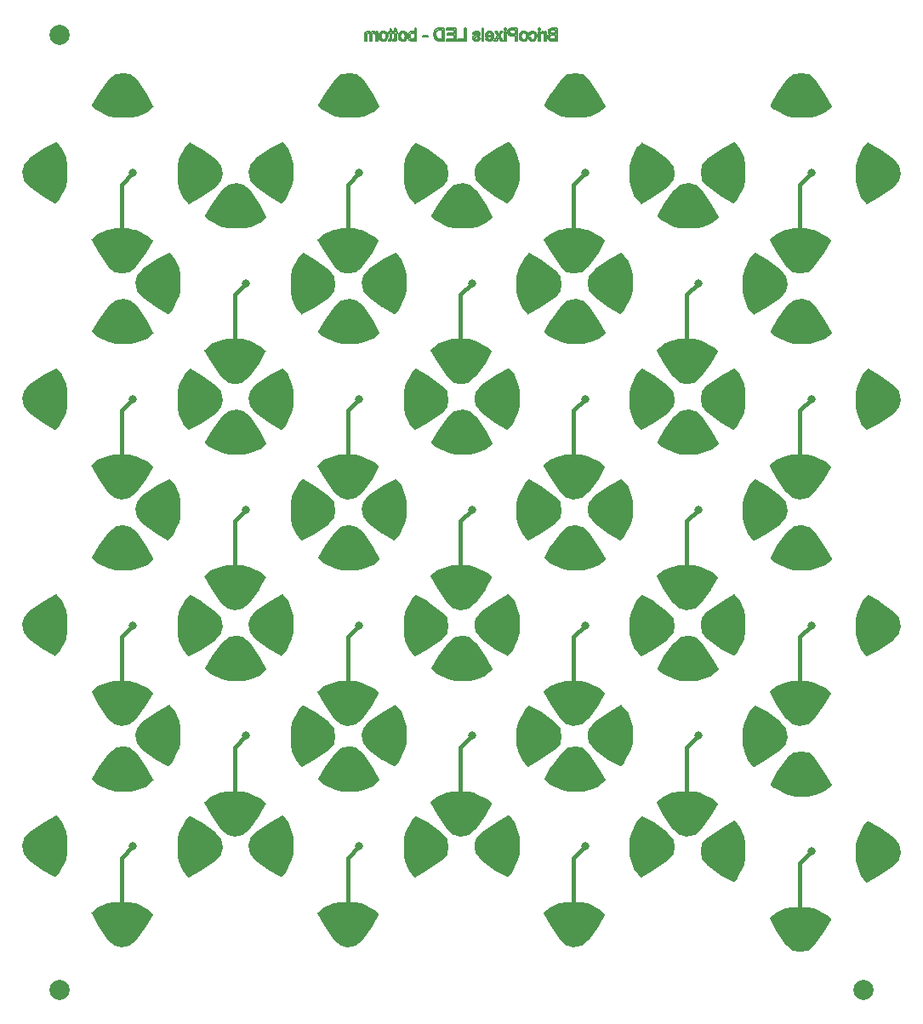
<source format=gbl>
%MOIN*%
%OFA0B0*%
%FSLAX46Y46*%
%IPPOS*%
%LPD*%
%ADD10C,0.07874015748031496*%
%ADD11C,0.0078740157480314977*%
%ADD22C,0.11811023622047245*%
%ADD23C,0.0039370078740157488*%
%ADD24C,0.031496062992125991*%
%ADD25C,0.015748031496062995*%
%ADD26C,0.11811023622047245*%
%ADD27C,0.0039370078740157488*%
%ADD28C,0.031496062992125991*%
%ADD29C,0.015748031496062995*%
%ADD30C,0.11811023622047245*%
%ADD31C,0.0039370078740157488*%
%ADD32C,0.031496062992125991*%
%ADD33C,0.015748031496062995*%
%ADD34C,0.11811023622047245*%
%ADD35C,0.0039370078740157488*%
%ADD36C,0.031496062992125991*%
%ADD37C,0.015748031496062995*%
%ADD38C,0.11811023622047245*%
%ADD39C,0.0039370078740157488*%
%ADD40C,0.031496062992125991*%
%ADD41C,0.015748031496062995*%
%ADD42C,0.11811023622047245*%
%ADD43C,0.0039370078740157488*%
%ADD44C,0.031496062992125991*%
%ADD45C,0.015748031496062995*%
%ADD46C,0.11811023622047245*%
%ADD47C,0.0039370078740157488*%
%ADD48C,0.031496062992125991*%
%ADD49C,0.015748031496062995*%
%ADD50C,0.11811023622047245*%
%ADD51C,0.0039370078740157488*%
%ADD52C,0.031496062992125991*%
%ADD53C,0.015748031496062995*%
%ADD54C,0.11811023622047245*%
%ADD55C,0.0039370078740157488*%
%ADD56C,0.031496062992125991*%
%ADD57C,0.015748031496062995*%
%ADD58C,0.11811023622047245*%
%ADD59C,0.0039370078740157488*%
%ADD60C,0.031496062992125991*%
%ADD61C,0.015748031496062995*%
%ADD62C,0.11811023622047245*%
%ADD63C,0.0039370078740157488*%
%ADD64C,0.031496062992125991*%
%ADD65C,0.015748031496062995*%
%ADD66C,0.11811023622047245*%
%ADD67C,0.0039370078740157488*%
%ADD68C,0.031496062992125991*%
%ADD69C,0.015748031496062995*%
%ADD70C,0.11811023622047245*%
%ADD71C,0.0039370078740157488*%
%ADD72C,0.031496062992125991*%
%ADD73C,0.015748031496062995*%
%ADD74C,0.11811023622047245*%
%ADD75C,0.0039370078740157488*%
%ADD76C,0.031496062992125991*%
%ADD77C,0.015748031496062995*%
%ADD78C,0.11811023622047245*%
%ADD79C,0.0039370078740157488*%
%ADD80C,0.031496062992125991*%
%ADD81C,0.015748031496062995*%
%ADD82C,0.11811023622047245*%
%ADD83C,0.0039370078740157488*%
%ADD84C,0.031496062992125991*%
%ADD85C,0.015748031496062995*%
%ADD86C,0.11811023622047245*%
%ADD87C,0.0039370078740157488*%
%ADD88C,0.031496062992125991*%
%ADD89C,0.015748031496062995*%
%ADD90C,0.11811023622047245*%
%ADD91C,0.0039370078740157488*%
%ADD92C,0.031496062992125991*%
%ADD93C,0.015748031496062995*%
%ADD94C,0.11811023622047245*%
%ADD95C,0.0039370078740157488*%
%ADD96C,0.031496062992125991*%
%ADD97C,0.015748031496062995*%
%ADD98C,0.11811023622047245*%
%ADD99C,0.0039370078740157488*%
%ADD100C,0.031496062992125991*%
%ADD101C,0.015748031496062995*%
%ADD102C,0.11811023622047245*%
%ADD103C,0.0039370078740157488*%
%ADD104C,0.031496062992125991*%
%ADD105C,0.015748031496062995*%
%ADD106C,0.11811023622047245*%
%ADD107C,0.0039370078740157488*%
%ADD108C,0.031496062992125991*%
%ADD109C,0.015748031496062995*%
%ADD110C,0.11811023622047245*%
%ADD111C,0.0039370078740157488*%
%ADD112C,0.031496062992125991*%
%ADD113C,0.015748031496062995*%
%ADD114C,0.11811023622047245*%
%ADD115C,0.0039370078740157488*%
%ADD116C,0.031496062992125991*%
%ADD117C,0.015748031496062995*%
%ADD118C,0.11811023622047245*%
%ADD119C,0.0039370078740157488*%
%ADD120C,0.031496062992125991*%
%ADD121C,0.015748031496062995*%
D10*
X0000000000Y0000000000D02*
X0000393700Y0000098400D03*
X0003543200Y0000098400D03*
X0000393700Y0003838500D03*
D11*
X0002345200Y0003863099D02*
X0002326800Y0003863099D01*
X0002321700Y0003862700D01*
X0002317700Y0003861600D01*
X0002314700Y0003859700D01*
X0002312300Y0003857000D01*
X0002311000Y0003853800D01*
X0002310500Y0003850500D01*
X0002310900Y0003847500D01*
X0002312100Y0003844500D01*
X0002314200Y0003842100D01*
X0002317400Y0003840100D01*
X0002313400Y0003838300D01*
X0002310500Y0003835600D01*
X0002308700Y0003832100D01*
X0002308100Y0003828200D01*
X0002308500Y0003824800D01*
X0002309600Y0003821800D01*
X0002311200Y0003819100D01*
X0002313200Y0003817200D01*
X0002318400Y0003814699D01*
X0002322100Y0003814100D01*
X0002326400Y0003813900D01*
X0002345200Y0003813900D01*
X0002345200Y0003863099D01*
X0002328100Y0003842400D02*
X0002324300Y0003842500D01*
X0002321900Y0003842900D01*
X0002318100Y0003845500D01*
X0002316900Y0003849800D01*
X0002318100Y0003854100D01*
X0002321400Y0003856500D01*
X0002324300Y0003857100D01*
X0002328900Y0003857300D01*
X0002338600Y0003857300D01*
X0002338600Y0003842400D01*
X0002328100Y0003842400D01*
X0002326400Y0003819700D02*
X0002323800Y0003819700D01*
X0002322000Y0003820000D01*
X0002318200Y0003821300D01*
X0002315800Y0003824000D01*
X0002314800Y0003828200D01*
X0002315200Y0003830800D01*
X0002316100Y0003833000D01*
X0002320200Y0003835800D01*
X0002323200Y0003836400D01*
X0002327400Y0003836600D01*
X0002338600Y0003836600D01*
X0002338600Y0003819700D01*
X0002326400Y0003819700D01*
X0002300000Y0003849600D02*
X0002294500Y0003849600D01*
X0002294500Y0003844100D01*
X0002292500Y0003847300D01*
X0002290700Y0003849200D01*
X0002286800Y0003850400D01*
X0002283700Y0003849900D01*
X0002280600Y0003848400D01*
X0002282700Y0003842800D01*
X0002284900Y0003843700D01*
X0002287100Y0003844100D01*
X0002290700Y0003842900D01*
X0002292900Y0003839600D01*
X0002293900Y0003832500D01*
X0002293900Y0003813900D01*
X0002300000Y0003813900D01*
X0002300000Y0003849600D01*
X0002277000Y0003863099D02*
X0002271000Y0003863099D01*
X0002271000Y0003856100D01*
X0002277000Y0003856100D01*
X0002277000Y0003863099D01*
X0002277000Y0003849600D02*
X0002271000Y0003849600D01*
X0002271000Y0003813900D01*
X0002277000Y0003813900D01*
X0002277000Y0003849600D01*
X0002232600Y0003826200D02*
X0002234300Y0003820700D01*
X0002237600Y0003816600D01*
X0002242000Y0003814000D01*
X0002247400Y0003813100D01*
X0002254000Y0003814300D01*
X0002259200Y0003817900D01*
X0002262500Y0003823700D01*
X0002263600Y0003831600D01*
X0002263100Y0003837000D01*
X0002261700Y0003841700D01*
X0002259300Y0003845500D01*
X0002255900Y0003848200D01*
X0002251700Y0003849800D01*
X0002247400Y0003850400D01*
X0002242100Y0003849600D01*
X0002237800Y0003847400D01*
X0002234900Y0003843900D01*
X0002233200Y0003839099D01*
X0002239000Y0003838200D01*
X0002240200Y0003841300D01*
X0002242000Y0003843600D01*
X0002244300Y0003844900D01*
X0002247100Y0003845400D01*
X0002251300Y0003844500D01*
X0002254600Y0003842100D01*
X0002256700Y0003837900D01*
X0002257400Y0003831700D01*
X0002256700Y0003825600D01*
X0002254700Y0003821300D01*
X0002251500Y0003818900D01*
X0002247500Y0003818100D01*
X0002244200Y0003818500D01*
X0002241500Y0003820300D01*
X0002239500Y0003823000D01*
X0002238500Y0003827000D01*
X0002232600Y0003826200D01*
X0002229300Y0003836400D02*
X0002228300Y0003840400D01*
X0002226600Y0003843700D01*
X0002224200Y0003846400D01*
X0002219100Y0003849400D01*
X0002213000Y0003850400D01*
X0002206300Y0003849200D01*
X0002200900Y0003845500D01*
X0002197400Y0003839800D01*
X0002196300Y0003832100D01*
X0002196800Y0003826100D01*
X0002198300Y0003821400D01*
X0002200900Y0003817900D01*
X0002204400Y0003815300D01*
X0002208500Y0003813700D01*
X0002213000Y0003813100D01*
X0002219700Y0003814300D01*
X0002225100Y0003817900D01*
X0002228500Y0003823800D01*
X0002229600Y0003831700D01*
X0002229300Y0003836400D01*
X0002222700Y0003825800D02*
X0002220500Y0003821500D01*
X0002217100Y0003818900D01*
X0002213000Y0003818100D01*
X0002208800Y0003818900D01*
X0002205400Y0003821500D01*
X0002203200Y0003825800D01*
X0002202500Y0003831900D01*
X0002203200Y0003837700D01*
X0002205400Y0003842000D01*
X0002208900Y0003844500D01*
X0002213000Y0003845400D01*
X0002217100Y0003844500D01*
X0002220500Y0003842000D01*
X0002222700Y0003837700D01*
X0002223500Y0003831700D01*
X0002222700Y0003825800D01*
X0002188400Y0003863099D02*
X0002169900Y0003863099D01*
X0002165600Y0003863000D01*
X0002162400Y0003862600D01*
X0002156300Y0003860300D01*
X0002154100Y0003858300D01*
X0002152400Y0003855600D01*
X0002151300Y0003852400D01*
X0002150900Y0003848900D01*
X0002151900Y0003843100D01*
X0002154900Y0003838300D01*
X0002157300Y0003836400D01*
X0002160500Y0003835000D01*
X0002164500Y0003834200D01*
X0002169200Y0003833900D01*
X0002181900Y0003833900D01*
X0002181900Y0003813900D01*
X0002188400Y0003813900D01*
X0002188400Y0003863099D01*
X0002169200Y0003839700D02*
X0002163800Y0003840200D01*
X0002160300Y0003842100D01*
X0002158300Y0003844900D01*
X0002157600Y0003848700D01*
X0002158000Y0003851499D01*
X0002159100Y0003854000D01*
X0002161000Y0003855700D01*
X0002163300Y0003856900D01*
X0002165600Y0003857200D01*
X0002169200Y0003857300D01*
X0002181900Y0003857300D01*
X0002181900Y0003839700D01*
X0002169200Y0003839700D01*
X0002143300Y0003863099D02*
X0002137300Y0003863099D01*
X0002137300Y0003856100D01*
X0002143300Y0003856100D01*
X0002143300Y0003863099D01*
X0002143300Y0003849600D02*
X0002137300Y0003849600D01*
X0002137300Y0003813900D01*
X0002143300Y0003813900D01*
X0002143300Y0003849600D01*
X0002119100Y0003832400D02*
X0002131200Y0003849600D01*
X0002123600Y0003849600D01*
X0002118200Y0003841200D01*
X0002115700Y0003837200D01*
X0002113000Y0003841100D01*
X0002107000Y0003849600D01*
X0002099700Y0003849600D01*
X0002112000Y0003832800D01*
X0002098800Y0003813900D01*
X0002106200Y0003813900D01*
X0002113500Y0003825000D01*
X0002115500Y0003828000D01*
X0002124800Y0003813900D01*
X0002132100Y0003813900D01*
X0002119100Y0003832400D01*
X0002063100Y0003824600D02*
X0002065200Y0003819700D01*
X0002068600Y0003816100D01*
X0002073200Y0003813900D01*
X0002078800Y0003813100D01*
X0002085799Y0003814300D01*
X0002091200Y0003817900D01*
X0002094500Y0003823700D01*
X0002095800Y0003831300D01*
X0002094500Y0003839400D01*
X0002091100Y0003845400D01*
X0002085799Y0003849100D01*
X0002079100Y0003850400D01*
X0002072600Y0003849100D01*
X0002067500Y0003845500D01*
X0002064099Y0003839600D01*
X0002062900Y0003831700D01*
X0002063000Y0003830100D01*
X0002089500Y0003830100D01*
X0002088400Y0003825000D01*
X0002086199Y0003821200D01*
X0002082900Y0003818900D01*
X0002078800Y0003818100D01*
X0002075699Y0003818500D01*
X0002073100Y0003819700D01*
X0002071000Y0003822100D01*
X0002069400Y0003825400D01*
X0002063100Y0003824600D01*
X0002069300Y0003835200D02*
X0002070100Y0003839099D01*
X0002071600Y0003841900D01*
X0002074900Y0003844500D01*
X0002079100Y0003845400D01*
X0002082900Y0003844700D01*
X0002086100Y0003842500D01*
X0002088299Y0003839400D01*
X0002089200Y0003835200D01*
X0002069300Y0003835200D01*
X0002055699Y0003863099D02*
X0002049700Y0003863099D01*
X0002049700Y0003813900D01*
X0002055699Y0003813900D01*
X0002055699Y0003863099D01*
X0002036700Y0003825500D02*
X0002035800Y0003822300D01*
X0002033900Y0003820000D01*
X0002031200Y0003818500D01*
X0002027499Y0003818100D01*
X0002023800Y0003818500D01*
X0002021300Y0003819700D01*
X0002019800Y0003821600D01*
X0002019299Y0003823800D01*
X0002019800Y0003825600D01*
X0002021100Y0003827000D01*
X0002023299Y0003827899D01*
X0002027299Y0003829000D01*
X0002032900Y0003830500D01*
X0002036500Y0003831900D01*
X0002040400Y0003835300D01*
X0002041399Y0003837600D01*
X0002041700Y0003840100D01*
X0002040600Y0003844500D01*
X0002037599Y0003847900D01*
X0002033799Y0003849600D01*
X0002028600Y0003850400D01*
X0002021200Y0003849200D01*
X0002018500Y0003847700D01*
X0002016500Y0003845900D01*
X0002015299Y0003843500D01*
X0002014500Y0003840400D01*
X0002020400Y0003839600D01*
X0002021200Y0003842000D01*
X0002022700Y0003843700D01*
X0002025000Y0003845000D01*
X0002028000Y0003845400D01*
X0002031699Y0003845000D01*
X0002034100Y0003844000D01*
X0002035400Y0003842500D01*
X0002035899Y0003840800D01*
X0002035100Y0003838700D01*
X0002032800Y0003837100D01*
X0002031000Y0003836500D01*
X0002027499Y0003835500D01*
X0002021900Y0003834000D01*
X0002018500Y0003832700D01*
X0002014600Y0003829600D01*
X0002013500Y0003827200D01*
X0002013100Y0003824400D01*
X0002013599Y0003821500D01*
X0002014900Y0003818700D01*
X0002017000Y0003816300D01*
X0002020000Y0003814600D01*
X0002023499Y0003813500D01*
X0002027499Y0003813100D01*
X0002033599Y0003813800D01*
X0002038100Y0003816000D01*
X0002041000Y0003819600D01*
X0002042700Y0003824600D01*
X0002036700Y0003825500D01*
X0001986400Y0003863099D02*
X0001979800Y0003863099D01*
X0001979800Y0003819700D01*
X0001955600Y0003819700D01*
X0001955600Y0003813900D01*
X0001986400Y0003813900D01*
X0001986400Y0003863099D01*
X0001947700Y0003863099D02*
X0001912200Y0003863099D01*
X0001912200Y0003857300D01*
X0001941200Y0003857300D01*
X0001941200Y0003842100D01*
X0001914000Y0003842100D01*
X0001914000Y0003836500D01*
X0001941200Y0003836500D01*
X0001941200Y0003819700D01*
X0001911000Y0003819700D01*
X0001911000Y0003813900D01*
X0001947700Y0003813900D01*
X0001947700Y0003863099D01*
X0001902000Y0003863099D02*
X0001885000Y0003863099D01*
X0001880100Y0003862900D01*
X0001876400Y0003862400D01*
X0001872400Y0003861000D01*
X0001869100Y0003858900D01*
X0001865700Y0003855100D01*
X0001863300Y0003850500D01*
X0001861900Y0003845000D01*
X0001861400Y0003838800D01*
X0001861600Y0003833500D01*
X0001862700Y0003828900D01*
X0001864200Y0003824900D01*
X0001866100Y0003821700D01*
X0001870500Y0003817200D01*
X0001876400Y0003814800D01*
X0001884300Y0003813900D01*
X0001902000Y0003813900D01*
X0001902000Y0003863099D01*
X0001885000Y0003819700D02*
X0001880700Y0003820000D01*
X0001877400Y0003820600D01*
X0001873000Y0003823200D01*
X0001870900Y0003825900D01*
X0001869400Y0003829400D01*
X0001868400Y0003833700D01*
X0001868100Y0003838900D01*
X0001868700Y0003845700D01*
X0001870600Y0003850700D01*
X0001873400Y0003854100D01*
X0001876800Y0003856300D01*
X0001880200Y0003857100D01*
X0001885200Y0003857300D01*
X0001895500Y0003857300D01*
X0001895500Y0003819700D01*
X0001885000Y0003819700D01*
X0001836400Y0003834800D02*
X0001817899Y0003834800D01*
X0001817899Y0003828700D01*
X0001836400Y0003828700D01*
X0001836400Y0003834800D01*
X0001792200Y0003813900D02*
X0001792200Y0003863099D01*
X0001786100Y0003863099D01*
X0001786100Y0003845600D01*
X0001781800Y0003849200D01*
X0001776400Y0003850400D01*
X0001773200Y0003850000D01*
X0001770200Y0003849000D01*
X0001765300Y0003845300D01*
X0001762400Y0003839499D01*
X0001761300Y0003832300D01*
X0001762400Y0003824200D01*
X0001765800Y0003818100D01*
X0001770800Y0003814400D01*
X0001776700Y0003813100D01*
X0001779700Y0003813500D01*
X0001782200Y0003814400D01*
X0001784600Y0003816100D01*
X0001786600Y0003818400D01*
X0001786600Y0003813900D01*
X0001792200Y0003813900D01*
X0001786200Y0003826500D02*
X0001784900Y0003822700D01*
X0001781600Y0003819300D01*
X0001777200Y0003818100D01*
X0001773500Y0003818900D01*
X0001770200Y0003821500D01*
X0001768200Y0003825800D01*
X0001767500Y0003831700D01*
X0001768200Y0003837800D01*
X0001770200Y0003842100D01*
X0001773300Y0003844500D01*
X0001776900Y0003845400D01*
X0001780600Y0003844500D01*
X0001783800Y0003842000D01*
X0001785900Y0003837700D01*
X0001786600Y0003832000D01*
X0001786200Y0003826500D01*
X0001755800Y0003836400D02*
X0001754800Y0003840400D01*
X0001753100Y0003843700D01*
X0001750700Y0003846400D01*
X0001745600Y0003849400D01*
X0001739499Y0003850400D01*
X0001732800Y0003849200D01*
X0001727400Y0003845500D01*
X0001724000Y0003839800D01*
X0001722800Y0003832100D01*
X0001723300Y0003826100D01*
X0001724900Y0003821400D01*
X0001727400Y0003817900D01*
X0001730900Y0003815300D01*
X0001735000Y0003813700D01*
X0001739499Y0003813100D01*
X0001746200Y0003814300D01*
X0001751600Y0003817900D01*
X0001755000Y0003823800D01*
X0001756200Y0003831700D01*
X0001755800Y0003836400D01*
X0001749200Y0003825800D02*
X0001747000Y0003821500D01*
X0001743600Y0003818900D01*
X0001739499Y0003818100D01*
X0001735400Y0003818900D01*
X0001732000Y0003821500D01*
X0001729800Y0003825800D01*
X0001729000Y0003831900D01*
X0001729800Y0003837700D01*
X0001732000Y0003842000D01*
X0001735400Y0003844500D01*
X0001739499Y0003845400D01*
X0001743600Y0003844500D01*
X0001747000Y0003842000D01*
X0001749200Y0003837700D01*
X0001750000Y0003831700D01*
X0001749200Y0003825800D01*
X0001701700Y0003814000D02*
X0001706200Y0003813500D01*
X0001709200Y0003813700D01*
X0001711300Y0003814500D01*
X0001713900Y0003817200D01*
X0001714400Y0003819900D01*
X0001714600Y0003824400D01*
X0001714600Y0003844900D01*
X0001719100Y0003844900D01*
X0001719100Y0003849600D01*
X0001714600Y0003849600D01*
X0001714600Y0003858400D01*
X0001708600Y0003862000D01*
X0001708600Y0003849600D01*
X0001702500Y0003849600D01*
X0001702500Y0003844900D01*
X0001708600Y0003844900D01*
X0001708600Y0003824000D01*
X0001708500Y0003821900D01*
X0001708300Y0003820700D01*
X0001707300Y0003819500D01*
X0001705200Y0003819100D01*
X0001702500Y0003819300D01*
X0001701700Y0003814000D01*
X0001682600Y0003814000D02*
X0001687200Y0003813500D01*
X0001690100Y0003813700D01*
X0001692200Y0003814500D01*
X0001694800Y0003817200D01*
X0001695400Y0003819900D01*
X0001695500Y0003824400D01*
X0001695500Y0003844900D01*
X0001700000Y0003844900D01*
X0001700000Y0003849600D01*
X0001695500Y0003849600D01*
X0001695500Y0003858400D01*
X0001689500Y0003862000D01*
X0001689500Y0003849600D01*
X0001683500Y0003849600D01*
X0001683500Y0003844900D01*
X0001689500Y0003844900D01*
X0001689500Y0003824000D01*
X0001689500Y0003821900D01*
X0001689200Y0003820700D01*
X0001688200Y0003819500D01*
X0001686100Y0003819100D01*
X0001683500Y0003819300D01*
X0001682600Y0003814000D01*
X0001679500Y0003836400D02*
X0001678400Y0003840400D01*
X0001676700Y0003843700D01*
X0001674300Y0003846400D01*
X0001669200Y0003849400D01*
X0001663100Y0003850400D01*
X0001656400Y0003849200D01*
X0001651100Y0003845500D01*
X0001647600Y0003839800D01*
X0001646400Y0003832100D01*
X0001646900Y0003826100D01*
X0001648499Y0003821400D01*
X0001651000Y0003817900D01*
X0001654499Y0003815300D01*
X0001658600Y0003813700D01*
X0001663100Y0003813100D01*
X0001669900Y0003814300D01*
X0001675200Y0003817900D01*
X0001678699Y0003823800D01*
X0001679800Y0003831700D01*
X0001679500Y0003836400D01*
X0001672899Y0003825800D02*
X0001670600Y0003821500D01*
X0001667200Y0003818900D01*
X0001663100Y0003818100D01*
X0001659000Y0003818900D01*
X0001655600Y0003821500D01*
X0001653400Y0003825800D01*
X0001652600Y0003831900D01*
X0001653400Y0003837700D01*
X0001655600Y0003842000D01*
X0001659000Y0003844500D01*
X0001663100Y0003845400D01*
X0001667200Y0003844500D01*
X0001670600Y0003842000D01*
X0001672899Y0003837700D01*
X0001673600Y0003831700D01*
X0001672899Y0003825800D01*
X0001639300Y0003849600D02*
X0001633799Y0003849600D01*
X0001633799Y0003844500D01*
X0001629500Y0003848800D01*
X0001626500Y0003850000D01*
X0001623100Y0003850400D01*
X0001619500Y0003849900D01*
X0001616700Y0003848700D01*
X0001614500Y0003846700D01*
X0001613100Y0003844100D01*
X0001610800Y0003846800D01*
X0001608200Y0003848800D01*
X0001605300Y0003850000D01*
X0001602100Y0003850400D01*
X0001597300Y0003849600D01*
X0001593800Y0003847400D01*
X0001591800Y0003843700D01*
X0001591100Y0003838400D01*
X0001591100Y0003813900D01*
X0001597100Y0003813900D01*
X0001597100Y0003836400D01*
X0001597200Y0003839499D01*
X0001597599Y0003841600D01*
X0001599800Y0003844100D01*
X0001603300Y0003845100D01*
X0001606900Y0003844500D01*
X0001609599Y0003842500D01*
X0001611500Y0003839400D01*
X0001612000Y0003834600D01*
X0001612000Y0003813900D01*
X0001618200Y0003813900D01*
X0001618200Y0003837100D01*
X0001618400Y0003840600D01*
X0001619700Y0003843100D01*
X0001621600Y0003844500D01*
X0001624400Y0003845100D01*
X0001626900Y0003844800D01*
X0001629200Y0003843700D01*
X0001632300Y0003839899D01*
X0001633100Y0003836700D01*
X0001633300Y0003832400D01*
X0001633300Y0003813900D01*
X0001639300Y0003813900D01*
X0001639300Y0003849600D01*
G04 next file*
G04 #@! TF.GenerationSoftware,KiCad,Pcbnew,(5.0.1)-4*
G04 #@! TF.CreationDate,2020-02-20T17:45:55+01:00*
G04 #@! TF.ProjectId,bricopixels,627269636F706978656C732E6B696361,1*
G04 #@! TF.SameCoordinates,Original*
G04 #@! TF.FileFunction,Copper,L2,Bot,Signal*
G04 #@! TF.FilePolarity,Positive*
G04 Gerber Fmt 4.6, Leading zero omitted, Abs format (unit mm)*
G04 Created by KiCad (PCBNEW (5.0.1)-4) date 20/02/2020 17:45:55*
G01*
G04 APERTURE LIST*
G04 #@! TA.AperFunction,ComponentPad*
G04 #@! TD*
G04 #@! TA.AperFunction,Conductor*
G04 #@! TD*
G04 #@! TA.AperFunction,ViaPad*
G04 #@! TD*
G04 #@! TA.AperFunction,Conductor*
G04 #@! TD*
G04 APERTURE END LIST*
D22*
G04 #@! TO.P,J1,1*
G04 #@! TO.N,VCC*
X-0002185039Y0004586614D02*
X0000336960Y0003299614D03*
D23*
G04 #@! TD*
G04 #@! TO.N,VCC*
G04 #@! TO.C,J1*
G36*
X0000249065Y0003300193D02*
X0000254065Y0003325193D01*
X0000254233Y0003325747D01*
X0000254654Y0003326458D01*
X0000274654Y0003351458D01*
X0000275059Y0003351873D01*
X0000275322Y0003352071D01*
X0000335322Y0003392071D01*
X0000335526Y0003392195D01*
X0000380526Y0003417195D01*
X0000381057Y0003417425D01*
X0000381623Y0003417547D01*
X0000382202Y0003417557D01*
X0000382771Y0003417453D01*
X0000383310Y0003417240D01*
X0000383796Y0003416926D01*
X0000384266Y0003416458D01*
X0000404266Y0003391458D01*
X0000404674Y0003390777D01*
X0000419674Y0003355777D01*
X0000419856Y0003355193D01*
X0000424856Y0003330193D01*
X0000424913Y0003329614D01*
X0000424913Y0003269614D01*
X0000424856Y0003269035D01*
X0000419856Y0003244035D01*
X0000419601Y0003243293D01*
X0000394601Y0003193293D01*
X0000394293Y0003192803D01*
X0000394048Y0003192526D01*
X0000379048Y0003177526D01*
X0000378601Y0003177159D01*
X0000378090Y0003176886D01*
X0000377536Y0003176718D01*
X0000376960Y0003176661D01*
X0000376384Y0003176718D01*
X0000375830Y0003176886D01*
X0000375526Y0003177032D01*
X0000330526Y0003202032D01*
X0000330223Y0003202226D01*
X0000275223Y0003242226D01*
X0000274654Y0003242769D01*
X0000254654Y0003267769D01*
X0000254339Y0003268254D01*
X0000254124Y0003268792D01*
X0000254048Y0003269128D01*
X0000249048Y0003299128D01*
X0000249009Y0003299706D01*
X0000249065Y0003300193D01*
X0000249065Y0003300193D01*
G37*
D22*
G04 #@! TO.P,J2,1*
G04 #@! TO.N,Net-(D1-Pad2)*
X0000644960Y0003600614D03*
D23*
G04 #@! TD*
G04 #@! TO.N,Net-(D1-Pad2)*
G04 #@! TO.C,J2*
G36*
X0000645539Y0003688509D02*
X0000670539Y0003683509D01*
X0000671093Y0003683340D01*
X0000671805Y0003682919D01*
X0000696805Y0003662919D01*
X0000697219Y0003662515D01*
X0000697417Y0003662252D01*
X0000737417Y0003602252D01*
X0000737541Y0003602048D01*
X0000762541Y0003557048D01*
X0000762771Y0003556517D01*
X0000762894Y0003555951D01*
X0000762903Y0003555372D01*
X0000762799Y0003554802D01*
X0000762586Y0003554264D01*
X0000762273Y0003553778D01*
X0000761805Y0003553308D01*
X0000736805Y0003533308D01*
X0000736123Y0003532900D01*
X0000701123Y0003517900D01*
X0000700539Y0003517718D01*
X0000675539Y0003512718D01*
X0000674960Y0003512661D01*
X0000614960Y0003512661D01*
X0000614381Y0003512718D01*
X0000589381Y0003517718D01*
X0000588640Y0003517973D01*
X0000538640Y0003542973D01*
X0000538150Y0003543281D01*
X0000537872Y0003543526D01*
X0000522872Y0003558526D01*
X0000522505Y0003558973D01*
X0000522232Y0003559484D01*
X0000522064Y0003560038D01*
X0000522007Y0003560614D01*
X0000522064Y0003561190D01*
X0000522232Y0003561744D01*
X0000522379Y0003562048D01*
X0000547379Y0003607048D01*
X0000547572Y0003607350D01*
X0000587572Y0003662350D01*
X0000588116Y0003662919D01*
X0000613116Y0003682919D01*
X0000613601Y0003683235D01*
X0000614138Y0003683450D01*
X0000614475Y0003683526D01*
X0000644475Y0003688526D01*
X0000645052Y0003688565D01*
X0000645539Y0003688509D01*
X0000645539Y0003688509D01*
G37*
D22*
G04 #@! TO.P,J3,1*
G04 #@! TO.N,GND*
X0000944960Y0003292614D03*
D23*
G04 #@! TD*
G04 #@! TO.N,GND*
G04 #@! TO.C,J3*
G36*
X0001032856Y0003292035D02*
X0001027856Y0003267035D01*
X0001027687Y0003266481D01*
X0001027266Y0003265769D01*
X0001007266Y0003240769D01*
X0001006862Y0003240355D01*
X0001006598Y0003240157D01*
X0000946598Y0003200157D01*
X0000946394Y0003200032D01*
X0000901394Y0003175032D01*
X0000900863Y0003174802D01*
X0000900297Y0003174680D01*
X0000899718Y0003174671D01*
X0000899149Y0003174775D01*
X0000898611Y0003174987D01*
X0000898124Y0003175301D01*
X0000897654Y0003175769D01*
X0000877654Y0003200769D01*
X0000877246Y0003201451D01*
X0000862246Y0003236451D01*
X0000862065Y0003237035D01*
X0000857065Y0003262035D01*
X0000857007Y0003262614D01*
X0000857007Y0003322614D01*
X0000857065Y0003323193D01*
X0000862065Y0003348193D01*
X0000862319Y0003348934D01*
X0000887319Y0003398934D01*
X0000887627Y0003399424D01*
X0000887872Y0003399702D01*
X0000902872Y0003414702D01*
X0000903320Y0003415069D01*
X0000903830Y0003415342D01*
X0000904384Y0003415510D01*
X0000904960Y0003415566D01*
X0000905536Y0003415510D01*
X0000906090Y0003415342D01*
X0000906394Y0003415195D01*
X0000951394Y0003390195D01*
X0000951697Y0003390002D01*
X0001006697Y0003350002D01*
X0001007266Y0003349458D01*
X0001027266Y0003324458D01*
X0001027581Y0003323973D01*
X0001027796Y0003323435D01*
X0001027873Y0003323099D01*
X0001032873Y0003293099D01*
X0001032911Y0003292522D01*
X0001032856Y0003292035D01*
X0001032856Y0003292035D01*
G37*
D22*
G04 #@! TO.P,J4,1*
G04 #@! TO.N,Net-(D1-Pad4)*
X0000636960Y0002990614D03*
D23*
G04 #@! TD*
G04 #@! TO.N,Net-(D1-Pad4)*
G04 #@! TO.C,J4*
G36*
X0000636381Y0002902718D02*
X0000611381Y0002907718D01*
X0000610827Y0002907887D01*
X0000610116Y0002908308D01*
X0000585116Y0002928308D01*
X0000584701Y0002928712D01*
X0000584503Y0002928976D01*
X0000544503Y0002988976D01*
X0000544379Y0002989180D01*
X0000519379Y0003034180D01*
X0000519149Y0003034711D01*
X0000519027Y0003035277D01*
X0000519017Y0003035855D01*
X0000519121Y0003036425D01*
X0000519334Y0003036963D01*
X0000519648Y0003037450D01*
X0000520116Y0003037919D01*
X0000545116Y0003057919D01*
X0000545797Y0003058328D01*
X0000580797Y0003073328D01*
X0000581381Y0003073509D01*
X0000606381Y0003078509D01*
X0000606960Y0003078566D01*
X0000666960Y0003078566D01*
X0000667539Y0003078509D01*
X0000692539Y0003073509D01*
X0000693281Y0003073255D01*
X0000743281Y0003048255D01*
X0000743771Y0003047946D01*
X0000744048Y0003047702D01*
X0000759048Y0003032702D01*
X0000759415Y0003032254D01*
X0000759688Y0003031744D01*
X0000759856Y0003031190D01*
X0000759913Y0003030614D01*
X0000759856Y0003030038D01*
X0000759688Y0003029484D01*
X0000759541Y0003029180D01*
X0000734541Y0002984180D01*
X0000734348Y0002983877D01*
X0000694348Y0002928877D01*
X0000693805Y0002928308D01*
X0000668805Y0002908308D01*
X0000668319Y0002907992D01*
X0000667782Y0002907778D01*
X0000667446Y0002907701D01*
X0000637446Y0002902701D01*
X0000636868Y0002902662D01*
X0000636381Y0002902718D01*
X0000636381Y0002902718D01*
G37*
D24*
G04 #@! TO.N,Net-(D1-Pad4)*
X0000681960Y0003296614D03*
G04 #@! TD*
D25*
G04 #@! TO.N,Net-(D1-Pad4)*
X0000636960Y0003251614D02*
X0000636960Y0002990614D01*
X0000681960Y0003296614D02*
X0000636960Y0003251614D01*
G04 #@! TD*
G04 next file*
G04 #@! TF.GenerationSoftware,KiCad,Pcbnew,(5.0.1)-4*
G04 #@! TF.CreationDate,2020-02-20T17:45:55+01:00*
G04 #@! TF.ProjectId,bricopixels,627269636F706978656C732E6B696361,1*
G04 #@! TF.SameCoordinates,Original*
G04 #@! TF.FileFunction,Copper,L2,Bot,Signal*
G04 #@! TF.FilePolarity,Positive*
G04 Gerber Fmt 4.6, Leading zero omitted, Abs format (unit mm)*
G04 Created by KiCad (PCBNEW (5.0.1)-4) date 20/02/2020 17:45:55*
G01*
G04 APERTURE LIST*
G04 #@! TA.AperFunction,ComponentPad*
G04 #@! TD*
G04 #@! TA.AperFunction,Conductor*
G04 #@! TD*
G04 #@! TA.AperFunction,ViaPad*
G04 #@! TD*
G04 #@! TA.AperFunction,Conductor*
G04 #@! TD*
G04 APERTURE END LIST*
D26*
G04 #@! TO.P,J1,1*
G04 #@! TO.N,VCC*
X-0002185039Y0001948818D02*
X0000336960Y0000661818D03*
D27*
G04 #@! TD*
G04 #@! TO.N,VCC*
G04 #@! TO.C,J1*
G36*
X0000249065Y0000662397D02*
X0000254065Y0000687397D01*
X0000254233Y0000687951D01*
X0000254654Y0000688663D01*
X0000274654Y0000713663D01*
X0000275059Y0000714077D01*
X0000275322Y0000714275D01*
X0000335322Y0000754275D01*
X0000335526Y0000754400D01*
X0000380526Y0000779400D01*
X0000381057Y0000779630D01*
X0000381623Y0000779752D01*
X0000382202Y0000779761D01*
X0000382771Y0000779658D01*
X0000383310Y0000779445D01*
X0000383796Y0000779131D01*
X0000384266Y0000778663D01*
X0000404266Y0000753663D01*
X0000404674Y0000752982D01*
X0000419674Y0000717982D01*
X0000419856Y0000717397D01*
X0000424856Y0000692397D01*
X0000424913Y0000691818D01*
X0000424913Y0000631818D01*
X0000424856Y0000631239D01*
X0000419856Y0000606239D01*
X0000419601Y0000605498D01*
X0000394601Y0000555498D01*
X0000394293Y0000555008D01*
X0000394048Y0000554730D01*
X0000379048Y0000539730D01*
X0000378601Y0000539363D01*
X0000378090Y0000539090D01*
X0000377536Y0000538922D01*
X0000376960Y0000538866D01*
X0000376384Y0000538922D01*
X0000375830Y0000539090D01*
X0000375526Y0000539237D01*
X0000330526Y0000564237D01*
X0000330223Y0000564430D01*
X0000275223Y0000604430D01*
X0000274654Y0000604974D01*
X0000254654Y0000629974D01*
X0000254339Y0000630459D01*
X0000254124Y0000630997D01*
X0000254048Y0000631333D01*
X0000249048Y0000661333D01*
X0000249009Y0000661911D01*
X0000249065Y0000662397D01*
X0000249065Y0000662397D01*
G37*
D26*
G04 #@! TO.P,J2,1*
G04 #@! TO.N,Net-(D1-Pad2)*
X0000644960Y0000962818D03*
D27*
G04 #@! TD*
G04 #@! TO.N,Net-(D1-Pad2)*
G04 #@! TO.C,J2*
G36*
X0000645539Y0001050714D02*
X0000670539Y0001045714D01*
X0000671093Y0001045545D01*
X0000671805Y0001045124D01*
X0000696805Y0001025124D01*
X0000697219Y0001024720D01*
X0000697417Y0001024456D01*
X0000737417Y0000964456D01*
X0000737541Y0000964252D01*
X0000762541Y0000919252D01*
X0000762771Y0000918721D01*
X0000762894Y0000918155D01*
X0000762903Y0000917577D01*
X0000762799Y0000917007D01*
X0000762586Y0000916469D01*
X0000762273Y0000915982D01*
X0000761805Y0000915513D01*
X0000736805Y0000895513D01*
X0000736123Y0000895104D01*
X0000701123Y0000880104D01*
X0000700539Y0000879923D01*
X0000675539Y0000874923D01*
X0000674960Y0000874866D01*
X0000614960Y0000874866D01*
X0000614381Y0000874923D01*
X0000589381Y0000879923D01*
X0000588640Y0000880177D01*
X0000538640Y0000905177D01*
X0000538150Y0000905486D01*
X0000537872Y0000905730D01*
X0000522872Y0000920730D01*
X0000522505Y0000921178D01*
X0000522232Y0000921688D01*
X0000522064Y0000922242D01*
X0000522007Y0000922818D01*
X0000522064Y0000923394D01*
X0000522232Y0000923948D01*
X0000522379Y0000924252D01*
X0000547379Y0000969252D01*
X0000547572Y0000969555D01*
X0000587572Y0001024555D01*
X0000588116Y0001025124D01*
X0000613116Y0001045124D01*
X0000613601Y0001045440D01*
X0000614138Y0001045655D01*
X0000614475Y0001045731D01*
X0000644475Y0001050731D01*
X0000645052Y0001050770D01*
X0000645539Y0001050714D01*
X0000645539Y0001050714D01*
G37*
D26*
G04 #@! TO.P,J3,1*
G04 #@! TO.N,GND*
X0000944960Y0000654818D03*
D27*
G04 #@! TD*
G04 #@! TO.N,GND*
G04 #@! TO.C,J3*
G36*
X0001032856Y0000654239D02*
X0001027856Y0000629239D01*
X0001027687Y0000628686D01*
X0001027266Y0000627974D01*
X0001007266Y0000602974D01*
X0001006862Y0000602559D01*
X0001006598Y0000602362D01*
X0000946598Y0000562362D01*
X0000946394Y0000562237D01*
X0000901394Y0000537237D01*
X0000900863Y0000537007D01*
X0000900297Y0000536885D01*
X0000899718Y0000536876D01*
X0000899149Y0000536979D01*
X0000898611Y0000537192D01*
X0000898124Y0000537506D01*
X0000897654Y0000537974D01*
X0000877654Y0000562974D01*
X0000877246Y0000563655D01*
X0000862246Y0000598655D01*
X0000862065Y0000599239D01*
X0000857065Y0000624239D01*
X0000857007Y0000624818D01*
X0000857007Y0000684818D01*
X0000857065Y0000685397D01*
X0000862065Y0000710397D01*
X0000862319Y0000711139D01*
X0000887319Y0000761139D01*
X0000887627Y0000761629D01*
X0000887872Y0000761906D01*
X0000902872Y0000776906D01*
X0000903320Y0000777274D01*
X0000903830Y0000777546D01*
X0000904384Y0000777714D01*
X0000904960Y0000777771D01*
X0000905536Y0000777714D01*
X0000906090Y0000777546D01*
X0000906394Y0000777400D01*
X0000951394Y0000752400D01*
X0000951697Y0000752206D01*
X0001006697Y0000712206D01*
X0001007266Y0000711663D01*
X0001027266Y0000686663D01*
X0001027581Y0000686178D01*
X0001027796Y0000685640D01*
X0001027873Y0000685304D01*
X0001032873Y0000655304D01*
X0001032911Y0000654726D01*
X0001032856Y0000654239D01*
X0001032856Y0000654239D01*
G37*
D26*
G04 #@! TO.P,J4,1*
G04 #@! TO.N,Net-(D1-Pad4)*
X0000636960Y0000352818D03*
D27*
G04 #@! TD*
G04 #@! TO.N,Net-(D1-Pad4)*
G04 #@! TO.C,J4*
G36*
X0000636381Y0000264923D02*
X0000611381Y0000269923D01*
X0000610827Y0000270092D01*
X0000610116Y0000270513D01*
X0000585116Y0000290513D01*
X0000584701Y0000290917D01*
X0000584503Y0000291180D01*
X0000544503Y0000351180D01*
X0000544379Y0000351384D01*
X0000519379Y0000396384D01*
X0000519149Y0000396916D01*
X0000519027Y0000397481D01*
X0000519017Y0000398060D01*
X0000519121Y0000398630D01*
X0000519334Y0000399168D01*
X0000519648Y0000399654D01*
X0000520116Y0000400124D01*
X0000545116Y0000420124D01*
X0000545797Y0000420532D01*
X0000580797Y0000435532D01*
X0000581381Y0000435714D01*
X0000606381Y0000440714D01*
X0000606960Y0000440771D01*
X0000666960Y0000440771D01*
X0000667539Y0000440714D01*
X0000692539Y0000435714D01*
X0000693281Y0000435459D01*
X0000743281Y0000410459D01*
X0000743771Y0000410151D01*
X0000744048Y0000409906D01*
X0000759048Y0000394906D01*
X0000759415Y0000394459D01*
X0000759688Y0000393948D01*
X0000759856Y0000393394D01*
X0000759913Y0000392818D01*
X0000759856Y0000392242D01*
X0000759688Y0000391688D01*
X0000759541Y0000391384D01*
X0000734541Y0000346384D01*
X0000734348Y0000346082D01*
X0000694348Y0000291082D01*
X0000693805Y0000290513D01*
X0000668805Y0000270513D01*
X0000668319Y0000270197D01*
X0000667782Y0000269982D01*
X0000667446Y0000269906D01*
X0000637446Y0000264906D01*
X0000636868Y0000264867D01*
X0000636381Y0000264923D01*
X0000636381Y0000264923D01*
G37*
D28*
G04 #@! TO.N,Net-(D1-Pad4)*
X0000681960Y0000658818D03*
G04 #@! TD*
D29*
G04 #@! TO.N,Net-(D1-Pad4)*
X0000636960Y0000613818D02*
X0000636960Y0000352818D01*
X0000681960Y0000658818D02*
X0000636960Y0000613818D01*
G04 #@! TD*
G04 next file*
G04 #@! TF.GenerationSoftware,KiCad,Pcbnew,(5.0.1)-4*
G04 #@! TF.CreationDate,2020-02-20T17:45:55+01:00*
G04 #@! TF.ProjectId,bricopixels,627269636F706978656C732E6B696361,1*
G04 #@! TF.SameCoordinates,Original*
G04 #@! TF.FileFunction,Copper,L2,Bot,Signal*
G04 #@! TF.FilePolarity,Positive*
G04 Gerber Fmt 4.6, Leading zero omitted, Abs format (unit mm)*
G04 Created by KiCad (PCBNEW (5.0.1)-4) date 20/02/2020 17:45:55*
G01*
G04 APERTURE LIST*
G04 #@! TA.AperFunction,ComponentPad*
G04 #@! TD*
G04 #@! TA.AperFunction,Conductor*
G04 #@! TD*
G04 #@! TA.AperFunction,ViaPad*
G04 #@! TD*
G04 #@! TA.AperFunction,Conductor*
G04 #@! TD*
G04 APERTURE END LIST*
D30*
G04 #@! TO.P,J1,1*
G04 #@! TO.N,VCC*
X-0001742125Y0002381889D02*
X0000779874Y0001094889D03*
D31*
G04 #@! TD*
G04 #@! TO.N,VCC*
G04 #@! TO.C,J1*
G36*
X0000691978Y0001095468D02*
X0000696978Y0001120468D01*
X0000697147Y0001121022D01*
X0000697568Y0001121734D01*
X0000717568Y0001146734D01*
X0000717972Y0001147148D01*
X0000718236Y0001147346D01*
X0000778236Y0001187346D01*
X0000778440Y0001187470D01*
X0000823440Y0001212470D01*
X0000823971Y0001212701D01*
X0000824536Y0001212823D01*
X0000825115Y0001212832D01*
X0000825685Y0001212728D01*
X0000826223Y0001212516D01*
X0000826709Y0001212202D01*
X0000827179Y0001211734D01*
X0000847179Y0001186734D01*
X0000847587Y0001186052D01*
X0000862587Y0001151052D01*
X0000862769Y0001150468D01*
X0000867769Y0001125468D01*
X0000867826Y0001124889D01*
X0000867826Y0001064889D01*
X0000867769Y0001064310D01*
X0000862769Y0001039310D01*
X0000862515Y0001038569D01*
X0000837515Y0000988569D01*
X0000837206Y0000988079D01*
X0000836961Y0000987801D01*
X0000821961Y0000972801D01*
X0000821514Y0000972434D01*
X0000821003Y0000972161D01*
X0000820450Y0000971993D01*
X0000819873Y0000971936D01*
X0000819297Y0000971993D01*
X0000818744Y0000972161D01*
X0000818440Y0000972308D01*
X0000773440Y0000997308D01*
X0000773137Y0000997501D01*
X0000718137Y0001037501D01*
X0000717568Y0001038045D01*
X0000697568Y0001063045D01*
X0000697252Y0001063530D01*
X0000697037Y0001064067D01*
X0000696961Y0001064404D01*
X0000691961Y0001094404D01*
X0000691922Y0001094981D01*
X0000691978Y0001095468D01*
X0000691978Y0001095468D01*
G37*
D30*
G04 #@! TO.P,J2,1*
G04 #@! TO.N,Net-(D1-Pad2)*
X0001087874Y0001395889D03*
D31*
G04 #@! TD*
G04 #@! TO.N,Net-(D1-Pad2)*
G04 #@! TO.C,J2*
G36*
X0001088453Y0001483785D02*
X0001113453Y0001478785D01*
X0001114006Y0001478616D01*
X0001114718Y0001478195D01*
X0001139718Y0001458195D01*
X0001140132Y0001457791D01*
X0001140330Y0001457527D01*
X0001180330Y0001397527D01*
X0001180455Y0001397323D01*
X0001205455Y0001352323D01*
X0001205685Y0001351792D01*
X0001205807Y0001351226D01*
X0001205816Y0001350648D01*
X0001205713Y0001350078D01*
X0001205500Y0001349540D01*
X0001205186Y0001349053D01*
X0001204718Y0001348584D01*
X0001179718Y0001328584D01*
X0001179037Y0001328175D01*
X0001144037Y0001313175D01*
X0001143453Y0001312994D01*
X0001118453Y0001307994D01*
X0001117874Y0001307936D01*
X0001057874Y0001307936D01*
X0001057294Y0001307994D01*
X0001032294Y0001312994D01*
X0001031553Y0001313248D01*
X0000981553Y0001338248D01*
X0000981063Y0001338557D01*
X0000980786Y0001338801D01*
X0000965786Y0001353801D01*
X0000965418Y0001354249D01*
X0000965145Y0001354759D01*
X0000964977Y0001355313D01*
X0000964921Y0001355889D01*
X0000964977Y0001356465D01*
X0000965145Y0001357019D01*
X0000965292Y0001357323D01*
X0000990292Y0001402323D01*
X0000990485Y0001402626D01*
X0001030486Y0001457626D01*
X0001031029Y0001458195D01*
X0001056029Y0001478195D01*
X0001056514Y0001478511D01*
X0001057052Y0001478725D01*
X0001057388Y0001478802D01*
X0001087388Y0001483802D01*
X0001087966Y0001483841D01*
X0001088453Y0001483785D01*
X0001088453Y0001483785D01*
G37*
D30*
G04 #@! TO.P,J3,1*
G04 #@! TO.N,GND*
X0001387873Y0001087889D03*
D31*
G04 #@! TD*
G04 #@! TO.N,GND*
G04 #@! TO.C,J3*
G36*
X0001475769Y0001087310D02*
X0001470769Y0001062310D01*
X0001470600Y0001061756D01*
X0001470179Y0001061045D01*
X0001450179Y0001036045D01*
X0001449775Y0001035630D01*
X0001449511Y0001035432D01*
X0001389511Y0000995432D01*
X0001389307Y0000995308D01*
X0001344307Y0000970308D01*
X0001343776Y0000970078D01*
X0001343211Y0000969956D01*
X0001342632Y0000969946D01*
X0001342062Y0000970050D01*
X0001341524Y0000970263D01*
X0001341038Y0000970577D01*
X0001340568Y0000971045D01*
X0001320568Y0000996045D01*
X0001320160Y0000996726D01*
X0001305160Y0001031726D01*
X0001304978Y0001032310D01*
X0001299978Y0001057310D01*
X0001299921Y0001057889D01*
X0001299921Y0001117889D01*
X0001299978Y0001118468D01*
X0001304978Y0001143468D01*
X0001305232Y0001144210D01*
X0001330232Y0001194210D01*
X0001330541Y0001194700D01*
X0001330786Y0001194977D01*
X0001345786Y0001209977D01*
X0001346233Y0001210344D01*
X0001346744Y0001210617D01*
X0001347297Y0001210785D01*
X0001347874Y0001210842D01*
X0001348450Y0001210785D01*
X0001349003Y0001210617D01*
X0001349307Y0001210470D01*
X0001394307Y0001185470D01*
X0001394610Y0001185277D01*
X0001449610Y0001145277D01*
X0001450179Y0001144734D01*
X0001470179Y0001119734D01*
X0001470495Y0001119249D01*
X0001470710Y0001118711D01*
X0001470786Y0001118375D01*
X0001475786Y0001088375D01*
X0001475825Y0001087797D01*
X0001475769Y0001087310D01*
X0001475769Y0001087310D01*
G37*
D30*
G04 #@! TO.P,J4,1*
G04 #@! TO.N,Net-(D1-Pad4)*
X0001079873Y0000785889D03*
D31*
G04 #@! TD*
G04 #@! TO.N,Net-(D1-Pad4)*
G04 #@! TO.C,J4*
G36*
X0001079294Y0000697994D02*
X0001054294Y0000702994D01*
X0001053741Y0000703162D01*
X0001053029Y0000703584D01*
X0001028029Y0000723584D01*
X0001027615Y0000723988D01*
X0001027417Y0000724251D01*
X0000987417Y0000784251D01*
X0000987292Y0000784455D01*
X0000962292Y0000829455D01*
X0000962062Y0000829986D01*
X0000961940Y0000830552D01*
X0000961931Y0000831131D01*
X0000962034Y0000831700D01*
X0000962247Y0000832239D01*
X0000962561Y0000832725D01*
X0000963029Y0000833195D01*
X0000988029Y0000853195D01*
X0000988710Y0000853603D01*
X0001023710Y0000868603D01*
X0001024294Y0000868785D01*
X0001049294Y0000873785D01*
X0001049873Y0000873842D01*
X0001109873Y0000873842D01*
X0001110453Y0000873785D01*
X0001135453Y0000868785D01*
X0001136194Y0000868530D01*
X0001186194Y0000843530D01*
X0001186684Y0000843222D01*
X0001186961Y0000842977D01*
X0001201961Y0000827977D01*
X0001202329Y0000827530D01*
X0001202602Y0000827019D01*
X0001202770Y0000826465D01*
X0001202826Y0000825889D01*
X0001202770Y0000825313D01*
X0001202602Y0000824759D01*
X0001202455Y0000824455D01*
X0001177455Y0000779455D01*
X0001177262Y0000779153D01*
X0001137261Y0000724153D01*
X0001136718Y0000723584D01*
X0001111718Y0000703584D01*
X0001111233Y0000703268D01*
X0001110695Y0000703053D01*
X0001110359Y0000702977D01*
X0001080359Y0000697977D01*
X0001079781Y0000697938D01*
X0001079294Y0000697994D01*
X0001079294Y0000697994D01*
G37*
D32*
G04 #@! TO.N,Net-(D1-Pad4)*
X0001124873Y0001091889D03*
G04 #@! TD*
D33*
G04 #@! TO.N,Net-(D1-Pad4)*
X0001079873Y0001046889D02*
X0001079873Y0000785889D01*
X0001124873Y0001091889D02*
X0001079873Y0001046889D01*
G04 #@! TD*
G04 next file*
G04 #@! TF.GenerationSoftware,KiCad,Pcbnew,(5.0.1)-4*
G04 #@! TF.CreationDate,2020-02-20T17:45:55+01:00*
G04 #@! TF.ProjectId,bricopixels,627269636F706978656C732E6B696361,1*
G04 #@! TF.SameCoordinates,Original*
G04 #@! TF.FileFunction,Copper,L2,Bot,Signal*
G04 #@! TF.FilePolarity,Positive*
G04 Gerber Fmt 4.6, Leading zero omitted, Abs format (unit mm)*
G04 Created by KiCad (PCBNEW (5.0.1)-4) date 20/02/2020 17:45:55*
G01*
G04 APERTURE LIST*
G04 #@! TA.AperFunction,ComponentPad*
G04 #@! TD*
G04 #@! TA.AperFunction,Conductor*
G04 #@! TD*
G04 #@! TA.AperFunction,ViaPad*
G04 #@! TD*
G04 #@! TA.AperFunction,Conductor*
G04 #@! TD*
G04 APERTURE END LIST*
D34*
G04 #@! TO.P,J1,1*
G04 #@! TO.N,VCC*
X-0002185039Y0002814960D02*
X0000336960Y0001527960D03*
D35*
G04 #@! TD*
G04 #@! TO.N,VCC*
G04 #@! TO.C,J1*
G36*
X0000249065Y0001528539D02*
X0000254065Y0001553539D01*
X0000254233Y0001554093D01*
X0000254654Y0001554805D01*
X0000274654Y0001579805D01*
X0000275059Y0001580219D01*
X0000275322Y0001580417D01*
X0000335322Y0001620417D01*
X0000335526Y0001620541D01*
X0000380526Y0001645541D01*
X0000381057Y0001645771D01*
X0000381623Y0001645894D01*
X0000382202Y0001645903D01*
X0000382771Y0001645799D01*
X0000383310Y0001645586D01*
X0000383796Y0001645273D01*
X0000384266Y0001644805D01*
X0000404266Y0001619805D01*
X0000404674Y0001619123D01*
X0000419674Y0001584123D01*
X0000419856Y0001583539D01*
X0000424856Y0001558539D01*
X0000424913Y0001557960D01*
X0000424913Y0001497960D01*
X0000424856Y0001497381D01*
X0000419856Y0001472381D01*
X0000419601Y0001471640D01*
X0000394601Y0001421640D01*
X0000394293Y0001421150D01*
X0000394048Y0001420872D01*
X0000379048Y0001405872D01*
X0000378601Y0001405505D01*
X0000378090Y0001405232D01*
X0000377536Y0001405064D01*
X0000376960Y0001405007D01*
X0000376384Y0001405064D01*
X0000375830Y0001405232D01*
X0000375526Y0001405379D01*
X0000330526Y0001430379D01*
X0000330223Y0001430572D01*
X0000275223Y0001470572D01*
X0000274654Y0001471116D01*
X0000254654Y0001496116D01*
X0000254339Y0001496601D01*
X0000254124Y0001497138D01*
X0000254048Y0001497475D01*
X0000249048Y0001527475D01*
X0000249009Y0001528052D01*
X0000249065Y0001528539D01*
X0000249065Y0001528539D01*
G37*
D34*
G04 #@! TO.P,J2,1*
G04 #@! TO.N,Net-(D1-Pad2)*
X0000644960Y0001828960D03*
D35*
G04 #@! TD*
G04 #@! TO.N,Net-(D1-Pad2)*
G04 #@! TO.C,J2*
G36*
X0000645539Y0001916856D02*
X0000670539Y0001911856D01*
X0000671093Y0001911687D01*
X0000671805Y0001911266D01*
X0000696805Y0001891266D01*
X0000697219Y0001890862D01*
X0000697417Y0001890598D01*
X0000737417Y0001830598D01*
X0000737541Y0001830394D01*
X0000762541Y0001785394D01*
X0000762771Y0001784863D01*
X0000762894Y0001784297D01*
X0000762903Y0001783718D01*
X0000762799Y0001783149D01*
X0000762586Y0001782611D01*
X0000762273Y0001782124D01*
X0000761805Y0001781654D01*
X0000736805Y0001761654D01*
X0000736123Y0001761246D01*
X0000701123Y0001746246D01*
X0000700539Y0001746065D01*
X0000675539Y0001741065D01*
X0000674960Y0001741007D01*
X0000614960Y0001741007D01*
X0000614381Y0001741065D01*
X0000589381Y0001746065D01*
X0000588640Y0001746319D01*
X0000538640Y0001771319D01*
X0000538150Y0001771627D01*
X0000537872Y0001771872D01*
X0000522872Y0001786872D01*
X0000522505Y0001787320D01*
X0000522232Y0001787830D01*
X0000522064Y0001788384D01*
X0000522007Y0001788960D01*
X0000522064Y0001789536D01*
X0000522232Y0001790090D01*
X0000522379Y0001790394D01*
X0000547379Y0001835394D01*
X0000547572Y0001835697D01*
X0000587572Y0001890697D01*
X0000588116Y0001891266D01*
X0000613116Y0001911266D01*
X0000613601Y0001911581D01*
X0000614138Y0001911796D01*
X0000614475Y0001911873D01*
X0000644475Y0001916873D01*
X0000645052Y0001916911D01*
X0000645539Y0001916856D01*
X0000645539Y0001916856D01*
G37*
D34*
G04 #@! TO.P,J3,1*
G04 #@! TO.N,GND*
X0000944960Y0001520960D03*
D35*
G04 #@! TD*
G04 #@! TO.N,GND*
G04 #@! TO.C,J3*
G36*
X0001032856Y0001520381D02*
X0001027856Y0001495381D01*
X0001027687Y0001494827D01*
X0001027266Y0001494116D01*
X0001007266Y0001469116D01*
X0001006862Y0001468701D01*
X0001006598Y0001468503D01*
X0000946598Y0001428503D01*
X0000946394Y0001428379D01*
X0000901394Y0001403379D01*
X0000900863Y0001403149D01*
X0000900297Y0001403027D01*
X0000899718Y0001403017D01*
X0000899149Y0001403121D01*
X0000898611Y0001403334D01*
X0000898124Y0001403648D01*
X0000897654Y0001404116D01*
X0000877654Y0001429116D01*
X0000877246Y0001429797D01*
X0000862246Y0001464797D01*
X0000862065Y0001465381D01*
X0000857065Y0001490381D01*
X0000857007Y0001490960D01*
X0000857007Y0001550960D01*
X0000857065Y0001551539D01*
X0000862065Y0001576539D01*
X0000862319Y0001577281D01*
X0000887319Y0001627281D01*
X0000887627Y0001627770D01*
X0000887872Y0001628048D01*
X0000902872Y0001643048D01*
X0000903320Y0001643415D01*
X0000903830Y0001643688D01*
X0000904384Y0001643856D01*
X0000904960Y0001643913D01*
X0000905536Y0001643856D01*
X0000906090Y0001643688D01*
X0000906394Y0001643541D01*
X0000951394Y0001618541D01*
X0000951697Y0001618348D01*
X0001006697Y0001578348D01*
X0001007266Y0001577805D01*
X0001027266Y0001552805D01*
X0001027581Y0001552319D01*
X0001027796Y0001551782D01*
X0001027873Y0001551446D01*
X0001032873Y0001521446D01*
X0001032911Y0001520868D01*
X0001032856Y0001520381D01*
X0001032856Y0001520381D01*
G37*
D34*
G04 #@! TO.P,J4,1*
G04 #@! TO.N,Net-(D1-Pad4)*
X0000636960Y0001218960D03*
D35*
G04 #@! TD*
G04 #@! TO.N,Net-(D1-Pad4)*
G04 #@! TO.C,J4*
G36*
X0000636381Y0001131065D02*
X0000611381Y0001136065D01*
X0000610827Y0001136233D01*
X0000610116Y0001136654D01*
X0000585116Y0001156654D01*
X0000584701Y0001157059D01*
X0000584503Y0001157322D01*
X0000544503Y0001217322D01*
X0000544379Y0001217526D01*
X0000519379Y0001262526D01*
X0000519149Y0001263057D01*
X0000519027Y0001263623D01*
X0000519017Y0001264202D01*
X0000519121Y0001264771D01*
X0000519334Y0001265310D01*
X0000519648Y0001265796D01*
X0000520116Y0001266266D01*
X0000545116Y0001286266D01*
X0000545797Y0001286674D01*
X0000580797Y0001301674D01*
X0000581381Y0001301856D01*
X0000606381Y0001306856D01*
X0000606960Y0001306913D01*
X0000666960Y0001306913D01*
X0000667539Y0001306856D01*
X0000692539Y0001301856D01*
X0000693281Y0001301601D01*
X0000743281Y0001276601D01*
X0000743771Y0001276293D01*
X0000744048Y0001276048D01*
X0000759048Y0001261048D01*
X0000759415Y0001260601D01*
X0000759688Y0001260090D01*
X0000759856Y0001259536D01*
X0000759913Y0001258960D01*
X0000759856Y0001258384D01*
X0000759688Y0001257830D01*
X0000759541Y0001257526D01*
X0000734541Y0001212526D01*
X0000734348Y0001212223D01*
X0000694348Y0001157223D01*
X0000693805Y0001156654D01*
X0000668805Y0001136654D01*
X0000668319Y0001136339D01*
X0000667782Y0001136124D01*
X0000667446Y0001136048D01*
X0000637446Y0001131048D01*
X0000636868Y0001131009D01*
X0000636381Y0001131065D01*
X0000636381Y0001131065D01*
G37*
D36*
G04 #@! TO.N,Net-(D1-Pad4)*
X0000681960Y0001524960D03*
G04 #@! TD*
D37*
G04 #@! TO.N,Net-(D1-Pad4)*
X0000636960Y0001479960D02*
X0000636960Y0001218960D01*
X0000681960Y0001524960D02*
X0000636960Y0001479960D01*
G04 #@! TD*
G04 next file*
G04 #@! TF.GenerationSoftware,KiCad,Pcbnew,(5.0.1)-4*
G04 #@! TF.CreationDate,2020-02-20T17:45:55+01:00*
G04 #@! TF.ProjectId,bricopixels,627269636F706978656C732E6B696361,1*
G04 #@! TF.SameCoordinates,Original*
G04 #@! TF.FileFunction,Copper,L2,Bot,Signal*
G04 #@! TF.FilePolarity,Positive*
G04 Gerber Fmt 4.6, Leading zero omitted, Abs format (unit mm)*
G04 Created by KiCad (PCBNEW (5.0.1)-4) date 20/02/2020 17:45:55*
G01*
G04 APERTURE LIST*
G04 #@! TA.AperFunction,ComponentPad*
G04 #@! TD*
G04 #@! TA.AperFunction,Conductor*
G04 #@! TD*
G04 #@! TA.AperFunction,ViaPad*
G04 #@! TD*
G04 #@! TA.AperFunction,Conductor*
G04 #@! TD*
G04 APERTURE END LIST*
D38*
G04 #@! TO.P,J1,1*
G04 #@! TO.N,VCC*
X-0002185039Y0003700787D02*
X0000336960Y0002413787D03*
D39*
G04 #@! TD*
G04 #@! TO.N,VCC*
G04 #@! TO.C,J1*
G36*
X0000249065Y0002414366D02*
X0000254065Y0002439366D01*
X0000254233Y0002439920D01*
X0000254654Y0002440631D01*
X0000274654Y0002465631D01*
X0000275059Y0002466046D01*
X0000275322Y0002466244D01*
X0000335322Y0002506244D01*
X0000335526Y0002506368D01*
X0000380526Y0002531368D01*
X0000381057Y0002531598D01*
X0000381623Y0002531720D01*
X0000382202Y0002531730D01*
X0000382771Y0002531626D01*
X0000383310Y0002531413D01*
X0000383796Y0002531100D01*
X0000384266Y0002530631D01*
X0000404266Y0002505631D01*
X0000404674Y0002504950D01*
X0000419674Y0002469950D01*
X0000419856Y0002469366D01*
X0000424856Y0002444366D01*
X0000424913Y0002443787D01*
X0000424913Y0002383787D01*
X0000424856Y0002383208D01*
X0000419856Y0002358208D01*
X0000419601Y0002357466D01*
X0000394601Y0002307466D01*
X0000394293Y0002306977D01*
X0000394048Y0002306699D01*
X0000379048Y0002291699D01*
X0000378601Y0002291332D01*
X0000378090Y0002291059D01*
X0000377536Y0002290891D01*
X0000376960Y0002290834D01*
X0000376384Y0002290891D01*
X0000375830Y0002291059D01*
X0000375526Y0002291206D01*
X0000330526Y0002316206D01*
X0000330223Y0002316399D01*
X0000275223Y0002356399D01*
X0000274654Y0002356942D01*
X0000254654Y0002381942D01*
X0000254339Y0002382428D01*
X0000254124Y0002382965D01*
X0000254048Y0002383301D01*
X0000249048Y0002413301D01*
X0000249009Y0002413879D01*
X0000249065Y0002414366D01*
X0000249065Y0002414366D01*
G37*
D38*
G04 #@! TO.P,J2,1*
G04 #@! TO.N,Net-(D1-Pad2)*
X0000644960Y0002714787D03*
D39*
G04 #@! TD*
G04 #@! TO.N,Net-(D1-Pad2)*
G04 #@! TO.C,J2*
G36*
X0000645539Y0002802682D02*
X0000670539Y0002797682D01*
X0000671093Y0002797514D01*
X0000671805Y0002797093D01*
X0000696805Y0002777093D01*
X0000697219Y0002776688D01*
X0000697417Y0002776425D01*
X0000737417Y0002716425D01*
X0000737541Y0002716221D01*
X0000762541Y0002671221D01*
X0000762771Y0002670690D01*
X0000762894Y0002670124D01*
X0000762903Y0002669545D01*
X0000762799Y0002668976D01*
X0000762586Y0002668437D01*
X0000762273Y0002667951D01*
X0000761805Y0002667481D01*
X0000736805Y0002647481D01*
X0000736123Y0002647073D01*
X0000701123Y0002632073D01*
X0000700539Y0002631891D01*
X0000675539Y0002626891D01*
X0000674960Y0002626834D01*
X0000614960Y0002626834D01*
X0000614381Y0002626891D01*
X0000589381Y0002631891D01*
X0000588640Y0002632146D01*
X0000538640Y0002657146D01*
X0000538150Y0002657454D01*
X0000537872Y0002657699D01*
X0000522872Y0002672699D01*
X0000522505Y0002673146D01*
X0000522232Y0002673657D01*
X0000522064Y0002674211D01*
X0000522007Y0002674787D01*
X0000522064Y0002675363D01*
X0000522232Y0002675917D01*
X0000522379Y0002676221D01*
X0000547379Y0002721221D01*
X0000547572Y0002721524D01*
X0000587572Y0002776524D01*
X0000588116Y0002777093D01*
X0000613116Y0002797093D01*
X0000613601Y0002797408D01*
X0000614138Y0002797623D01*
X0000614475Y0002797699D01*
X0000644475Y0002802700D01*
X0000645052Y0002802738D01*
X0000645539Y0002802682D01*
X0000645539Y0002802682D01*
G37*
D38*
G04 #@! TO.P,J3,1*
G04 #@! TO.N,GND*
X0000944960Y0002406787D03*
D39*
G04 #@! TD*
G04 #@! TO.N,GND*
G04 #@! TO.C,J3*
G36*
X0001032856Y0002406208D02*
X0001027856Y0002381208D01*
X0001027687Y0002380654D01*
X0001027266Y0002379942D01*
X0001007266Y0002354942D01*
X0001006862Y0002354528D01*
X0001006598Y0002354330D01*
X0000946598Y0002314330D01*
X0000946394Y0002314206D01*
X0000901394Y0002289206D01*
X0000900863Y0002288976D01*
X0000900297Y0002288853D01*
X0000899718Y0002288844D01*
X0000899149Y0002288948D01*
X0000898611Y0002289161D01*
X0000898124Y0002289474D01*
X0000897654Y0002289942D01*
X0000877654Y0002314942D01*
X0000877246Y0002315624D01*
X0000862246Y0002350624D01*
X0000862065Y0002351208D01*
X0000857065Y0002376208D01*
X0000857007Y0002376787D01*
X0000857007Y0002436787D01*
X0000857065Y0002437366D01*
X0000862065Y0002462366D01*
X0000862319Y0002463107D01*
X0000887319Y0002513107D01*
X0000887627Y0002513597D01*
X0000887872Y0002513875D01*
X0000902872Y0002528875D01*
X0000903320Y0002529242D01*
X0000903830Y0002529515D01*
X0000904384Y0002529683D01*
X0000904960Y0002529740D01*
X0000905536Y0002529683D01*
X0000906090Y0002529515D01*
X0000906394Y0002529368D01*
X0000951394Y0002504368D01*
X0000951697Y0002504175D01*
X0001006697Y0002464175D01*
X0001007266Y0002463631D01*
X0001027266Y0002438631D01*
X0001027581Y0002438146D01*
X0001027796Y0002437609D01*
X0001027873Y0002437272D01*
X0001032873Y0002407272D01*
X0001032911Y0002406695D01*
X0001032856Y0002406208D01*
X0001032856Y0002406208D01*
G37*
D38*
G04 #@! TO.P,J4,1*
G04 #@! TO.N,Net-(D1-Pad4)*
X0000636960Y0002104787D03*
D39*
G04 #@! TD*
G04 #@! TO.N,Net-(D1-Pad4)*
G04 #@! TO.C,J4*
G36*
X0000636381Y0002016891D02*
X0000611381Y0002021891D01*
X0000610827Y0002022060D01*
X0000610116Y0002022481D01*
X0000585116Y0002042481D01*
X0000584701Y0002042885D01*
X0000584503Y0002043149D01*
X0000544503Y0002103149D01*
X0000544379Y0002103353D01*
X0000519379Y0002148353D01*
X0000519149Y0002148884D01*
X0000519027Y0002149450D01*
X0000519017Y0002150029D01*
X0000519121Y0002150598D01*
X0000519334Y0002151136D01*
X0000519648Y0002151623D01*
X0000520116Y0002152093D01*
X0000545116Y0002172093D01*
X0000545797Y0002172501D01*
X0000580797Y0002187501D01*
X0000581381Y0002187682D01*
X0000606381Y0002192682D01*
X0000606960Y0002192740D01*
X0000666960Y0002192740D01*
X0000667539Y0002192682D01*
X0000692539Y0002187682D01*
X0000693281Y0002187428D01*
X0000743281Y0002162428D01*
X0000743771Y0002162120D01*
X0000744048Y0002161875D01*
X0000759048Y0002146875D01*
X0000759415Y0002146427D01*
X0000759688Y0002145917D01*
X0000759856Y0002145363D01*
X0000759913Y0002144787D01*
X0000759856Y0002144211D01*
X0000759688Y0002143657D01*
X0000759541Y0002143353D01*
X0000734541Y0002098353D01*
X0000734348Y0002098050D01*
X0000694348Y0002043050D01*
X0000693805Y0002042481D01*
X0000668805Y0002022481D01*
X0000668319Y0002022166D01*
X0000667782Y0002021951D01*
X0000667446Y0002021874D01*
X0000637446Y0002016874D01*
X0000636868Y0002016836D01*
X0000636381Y0002016891D01*
X0000636381Y0002016891D01*
G37*
D40*
G04 #@! TO.N,Net-(D1-Pad4)*
X0000681960Y0002410787D03*
G04 #@! TD*
D41*
G04 #@! TO.N,Net-(D1-Pad4)*
X0000636960Y0002365787D02*
X0000636960Y0002104787D01*
X0000681960Y0002410787D02*
X0000636960Y0002365787D01*
G04 #@! TD*
G04 next file*
G04 #@! TF.GenerationSoftware,KiCad,Pcbnew,(5.0.1)-4*
G04 #@! TF.CreationDate,2020-02-20T17:45:55+01:00*
G04 #@! TF.ProjectId,bricopixels,627269636F706978656C732E6B696361,1*
G04 #@! TF.SameCoordinates,Original*
G04 #@! TF.FileFunction,Copper,L2,Bot,Signal*
G04 #@! TF.FilePolarity,Positive*
G04 Gerber Fmt 4.6, Leading zero omitted, Abs format (unit mm)*
G04 Created by KiCad (PCBNEW (5.0.1)-4) date 20/02/2020 17:45:55*
G01*
G04 APERTURE LIST*
G04 #@! TA.AperFunction,ComponentPad*
G04 #@! TD*
G04 #@! TA.AperFunction,Conductor*
G04 #@! TD*
G04 #@! TA.AperFunction,ViaPad*
G04 #@! TD*
G04 #@! TA.AperFunction,Conductor*
G04 #@! TD*
G04 APERTURE END LIST*
D42*
G04 #@! TO.P,J1,1*
G04 #@! TO.N,VCC*
X-0001742125Y0003267716D02*
X0000779874Y0001980716D03*
D43*
G04 #@! TD*
G04 #@! TO.N,VCC*
G04 #@! TO.C,J1*
G36*
X0000691978Y0001981295D02*
X0000696978Y0002006295D01*
X0000697147Y0002006849D01*
X0000697568Y0002007561D01*
X0000717568Y0002032561D01*
X0000717972Y0002032975D01*
X0000718236Y0002033173D01*
X0000778236Y0002073173D01*
X0000778440Y0002073297D01*
X0000823440Y0002098297D01*
X0000823971Y0002098527D01*
X0000824536Y0002098650D01*
X0000825115Y0002098659D01*
X0000825685Y0002098555D01*
X0000826223Y0002098342D01*
X0000826709Y0002098029D01*
X0000827179Y0002097561D01*
X0000847179Y0002072561D01*
X0000847587Y0002071879D01*
X0000862587Y0002036879D01*
X0000862769Y0002036295D01*
X0000867769Y0002011295D01*
X0000867826Y0002010716D01*
X0000867826Y0001950716D01*
X0000867769Y0001950137D01*
X0000862769Y0001925137D01*
X0000862515Y0001924396D01*
X0000837515Y0001874396D01*
X0000837206Y0001873906D01*
X0000836961Y0001873628D01*
X0000821961Y0001858628D01*
X0000821514Y0001858261D01*
X0000821003Y0001857988D01*
X0000820450Y0001857820D01*
X0000819873Y0001857763D01*
X0000819297Y0001857820D01*
X0000818744Y0001857988D01*
X0000818440Y0001858135D01*
X0000773440Y0001883135D01*
X0000773137Y0001883328D01*
X0000718137Y0001923328D01*
X0000717568Y0001923871D01*
X0000697568Y0001948871D01*
X0000697252Y0001949357D01*
X0000697037Y0001949894D01*
X0000696961Y0001950231D01*
X0000691961Y0001980231D01*
X0000691922Y0001980808D01*
X0000691978Y0001981295D01*
X0000691978Y0001981295D01*
G37*
D42*
G04 #@! TO.P,J2,1*
G04 #@! TO.N,Net-(D1-Pad2)*
X0001087874Y0002281716D03*
D43*
G04 #@! TD*
G04 #@! TO.N,Net-(D1-Pad2)*
G04 #@! TO.C,J2*
G36*
X0001088453Y0002369611D02*
X0001113453Y0002364611D01*
X0001114006Y0002364443D01*
X0001114718Y0002364022D01*
X0001139718Y0002344022D01*
X0001140132Y0002343618D01*
X0001140330Y0002343354D01*
X0001180330Y0002283354D01*
X0001180455Y0002283150D01*
X0001205455Y0002238150D01*
X0001205685Y0002237619D01*
X0001205807Y0002237053D01*
X0001205816Y0002236474D01*
X0001205713Y0002235905D01*
X0001205500Y0002235367D01*
X0001205186Y0002234880D01*
X0001204718Y0002234410D01*
X0001179718Y0002214410D01*
X0001179037Y0002214002D01*
X0001144037Y0002199002D01*
X0001143453Y0002198821D01*
X0001118453Y0002193821D01*
X0001117874Y0002193763D01*
X0001057874Y0002193763D01*
X0001057294Y0002193821D01*
X0001032294Y0002198821D01*
X0001031553Y0002199075D01*
X0000981553Y0002224075D01*
X0000981063Y0002224383D01*
X0000980786Y0002224628D01*
X0000965786Y0002239628D01*
X0000965418Y0002240076D01*
X0000965145Y0002240586D01*
X0000964977Y0002241140D01*
X0000964921Y0002241716D01*
X0000964977Y0002242292D01*
X0000965145Y0002242846D01*
X0000965292Y0002243150D01*
X0000990292Y0002288150D01*
X0000990485Y0002288453D01*
X0001030486Y0002343453D01*
X0001031029Y0002344022D01*
X0001056029Y0002364022D01*
X0001056514Y0002364337D01*
X0001057052Y0002364552D01*
X0001057388Y0002364629D01*
X0001087388Y0002369629D01*
X0001087966Y0002369667D01*
X0001088453Y0002369611D01*
X0001088453Y0002369611D01*
G37*
D42*
G04 #@! TO.P,J3,1*
G04 #@! TO.N,GND*
X0001387873Y0001973716D03*
D43*
G04 #@! TD*
G04 #@! TO.N,GND*
G04 #@! TO.C,J3*
G36*
X0001475769Y0001973137D02*
X0001470769Y0001948137D01*
X0001470600Y0001947583D01*
X0001470179Y0001946871D01*
X0001450179Y0001921871D01*
X0001449775Y0001921457D01*
X0001449511Y0001921259D01*
X0001389511Y0001881259D01*
X0001389307Y0001881135D01*
X0001344307Y0001856135D01*
X0001343776Y0001855905D01*
X0001343211Y0001855783D01*
X0001342632Y0001855773D01*
X0001342062Y0001855877D01*
X0001341524Y0001856090D01*
X0001341038Y0001856403D01*
X0001340568Y0001856871D01*
X0001320568Y0001881871D01*
X0001320160Y0001882553D01*
X0001305160Y0001917553D01*
X0001304978Y0001918137D01*
X0001299978Y0001943137D01*
X0001299921Y0001943716D01*
X0001299921Y0002003716D01*
X0001299978Y0002004295D01*
X0001304978Y0002029295D01*
X0001305232Y0002030037D01*
X0001330232Y0002080037D01*
X0001330541Y0002080526D01*
X0001330786Y0002080804D01*
X0001345786Y0002095804D01*
X0001346233Y0002096171D01*
X0001346744Y0002096444D01*
X0001347297Y0002096612D01*
X0001347874Y0002096669D01*
X0001348450Y0002096612D01*
X0001349003Y0002096444D01*
X0001349307Y0002096297D01*
X0001394307Y0002071297D01*
X0001394610Y0002071104D01*
X0001449610Y0002031104D01*
X0001450179Y0002030561D01*
X0001470179Y0002005561D01*
X0001470495Y0002005075D01*
X0001470710Y0002004538D01*
X0001470786Y0002004201D01*
X0001475786Y0001974201D01*
X0001475825Y0001973624D01*
X0001475769Y0001973137D01*
X0001475769Y0001973137D01*
G37*
D42*
G04 #@! TO.P,J4,1*
G04 #@! TO.N,Net-(D1-Pad4)*
X0001079873Y0001671716D03*
D43*
G04 #@! TD*
G04 #@! TO.N,Net-(D1-Pad4)*
G04 #@! TO.C,J4*
G36*
X0001079294Y0001583821D02*
X0001054294Y0001588821D01*
X0001053741Y0001588989D01*
X0001053029Y0001589410D01*
X0001028029Y0001609410D01*
X0001027615Y0001609815D01*
X0001027417Y0001610078D01*
X0000987417Y0001670078D01*
X0000987292Y0001670282D01*
X0000962292Y0001715282D01*
X0000962062Y0001715813D01*
X0000961940Y0001716379D01*
X0000961931Y0001716958D01*
X0000962034Y0001717527D01*
X0000962247Y0001718066D01*
X0000962561Y0001718552D01*
X0000963029Y0001719022D01*
X0000988029Y0001739022D01*
X0000988710Y0001739430D01*
X0001023710Y0001754430D01*
X0001024294Y0001754611D01*
X0001049294Y0001759611D01*
X0001049873Y0001759669D01*
X0001109873Y0001759669D01*
X0001110453Y0001759611D01*
X0001135453Y0001754611D01*
X0001136194Y0001754357D01*
X0001186194Y0001729357D01*
X0001186684Y0001729049D01*
X0001186961Y0001728804D01*
X0001201961Y0001713804D01*
X0001202329Y0001713357D01*
X0001202602Y0001712846D01*
X0001202770Y0001712292D01*
X0001202826Y0001711716D01*
X0001202770Y0001711140D01*
X0001202602Y0001710586D01*
X0001202455Y0001710282D01*
X0001177455Y0001665282D01*
X0001177262Y0001664979D01*
X0001137261Y0001609979D01*
X0001136718Y0001609410D01*
X0001111718Y0001589410D01*
X0001111233Y0001589095D01*
X0001110695Y0001588880D01*
X0001110359Y0001588803D01*
X0001080359Y0001583803D01*
X0001079781Y0001583765D01*
X0001079294Y0001583821D01*
X0001079294Y0001583821D01*
G37*
D44*
G04 #@! TO.N,Net-(D1-Pad4)*
X0001124873Y0001977716D03*
G04 #@! TD*
D45*
G04 #@! TO.N,Net-(D1-Pad4)*
X0001079873Y0001932716D02*
X0001079873Y0001671716D01*
X0001124873Y0001977716D02*
X0001079873Y0001932716D01*
G04 #@! TD*
G04 next file*
G04 #@! TF.GenerationSoftware,KiCad,Pcbnew,(5.0.1)-4*
G04 #@! TF.CreationDate,2020-02-20T17:45:55+01:00*
G04 #@! TF.ProjectId,bricopixels,627269636F706978656C732E6B696361,1*
G04 #@! TF.SameCoordinates,Original*
G04 #@! TF.FileFunction,Copper,L2,Bot,Signal*
G04 #@! TF.FilePolarity,Positive*
G04 Gerber Fmt 4.6, Leading zero omitted, Abs format (unit mm)*
G04 Created by KiCad (PCBNEW (5.0.1)-4) date 20/02/2020 17:45:55*
G01*
G04 APERTURE LIST*
G04 #@! TA.AperFunction,ComponentPad*
G04 #@! TD*
G04 #@! TA.AperFunction,Conductor*
G04 #@! TD*
G04 #@! TA.AperFunction,ViaPad*
G04 #@! TD*
G04 #@! TA.AperFunction,Conductor*
G04 #@! TD*
G04 APERTURE END LIST*
D46*
G04 #@! TO.P,J1,1*
G04 #@! TO.N,VCC*
X-0000856299Y0002381889D02*
X0001665700Y0001094889D03*
D47*
G04 #@! TD*
G04 #@! TO.N,VCC*
G04 #@! TO.C,J1*
G36*
X0001577805Y0001095468D02*
X0001582805Y0001120468D01*
X0001582973Y0001121022D01*
X0001583395Y0001121734D01*
X0001603395Y0001146734D01*
X0001603799Y0001147148D01*
X0001604062Y0001147346D01*
X0001664062Y0001187346D01*
X0001664266Y0001187470D01*
X0001709266Y0001212470D01*
X0001709797Y0001212701D01*
X0001710363Y0001212823D01*
X0001710942Y0001212832D01*
X0001711511Y0001212728D01*
X0001712050Y0001212516D01*
X0001712536Y0001212202D01*
X0001713006Y0001211734D01*
X0001733006Y0001186734D01*
X0001733414Y0001186052D01*
X0001748414Y0001151052D01*
X0001748596Y0001150468D01*
X0001753596Y0001125468D01*
X0001753653Y0001124889D01*
X0001753653Y0001064889D01*
X0001753596Y0001064310D01*
X0001748596Y0001039310D01*
X0001748341Y0001038569D01*
X0001723341Y0000988569D01*
X0001723033Y0000988079D01*
X0001722788Y0000987801D01*
X0001707788Y0000972801D01*
X0001707341Y0000972434D01*
X0001706830Y0000972161D01*
X0001706276Y0000971993D01*
X0001705700Y0000971936D01*
X0001705124Y0000971993D01*
X0001704570Y0000972161D01*
X0001704266Y0000972308D01*
X0001659266Y0000997308D01*
X0001658964Y0000997501D01*
X0001603964Y0001037501D01*
X0001603395Y0001038045D01*
X0001583395Y0001063045D01*
X0001583079Y0001063530D01*
X0001582864Y0001064067D01*
X0001582788Y0001064404D01*
X0001577788Y0001094404D01*
X0001577749Y0001094981D01*
X0001577805Y0001095468D01*
X0001577805Y0001095468D01*
G37*
D46*
G04 #@! TO.P,J2,1*
G04 #@! TO.N,Net-(D1-Pad2)*
X0001973700Y0001395889D03*
D47*
G04 #@! TD*
G04 #@! TO.N,Net-(D1-Pad2)*
G04 #@! TO.C,J2*
G36*
X0001974279Y0001483785D02*
X0001999279Y0001478785D01*
X0001999833Y0001478616D01*
X0002000545Y0001478195D01*
X0002025545Y0001458195D01*
X0002025959Y0001457791D01*
X0002026157Y0001457527D01*
X0002066157Y0001397527D01*
X0002066281Y0001397323D01*
X0002091281Y0001352323D01*
X0002091512Y0001351792D01*
X0002091634Y0001351226D01*
X0002091643Y0001350648D01*
X0002091539Y0001350078D01*
X0002091327Y0001349540D01*
X0002091013Y0001349053D01*
X0002090545Y0001348584D01*
X0002065545Y0001328584D01*
X0002064863Y0001328175D01*
X0002029863Y0001313175D01*
X0002029279Y0001312994D01*
X0002004279Y0001307994D01*
X0002003700Y0001307936D01*
X0001943700Y0001307936D01*
X0001943121Y0001307994D01*
X0001918121Y0001312994D01*
X0001917380Y0001313248D01*
X0001867380Y0001338248D01*
X0001866890Y0001338557D01*
X0001866612Y0001338801D01*
X0001851612Y0001353801D01*
X0001851245Y0001354249D01*
X0001850972Y0001354759D01*
X0001850804Y0001355313D01*
X0001850748Y0001355889D01*
X0001850804Y0001356465D01*
X0001850972Y0001357019D01*
X0001851119Y0001357323D01*
X0001876119Y0001402323D01*
X0001876312Y0001402626D01*
X0001916312Y0001457626D01*
X0001916856Y0001458195D01*
X0001941856Y0001478195D01*
X0001942341Y0001478511D01*
X0001942878Y0001478725D01*
X0001943215Y0001478802D01*
X0001973215Y0001483802D01*
X0001973792Y0001483841D01*
X0001974279Y0001483785D01*
X0001974279Y0001483785D01*
G37*
D46*
G04 #@! TO.P,J3,1*
G04 #@! TO.N,GND*
X0002273700Y0001087889D03*
D47*
G04 #@! TD*
G04 #@! TO.N,GND*
G04 #@! TO.C,J3*
G36*
X0002361596Y0001087310D02*
X0002356596Y0001062310D01*
X0002356427Y0001061756D01*
X0002356006Y0001061045D01*
X0002336006Y0001036045D01*
X0002335602Y0001035630D01*
X0002335338Y0001035432D01*
X0002275338Y0000995432D01*
X0002275134Y0000995308D01*
X0002230134Y0000970308D01*
X0002229603Y0000970078D01*
X0002229037Y0000969956D01*
X0002228459Y0000969946D01*
X0002227889Y0000970050D01*
X0002227351Y0000970263D01*
X0002226864Y0000970577D01*
X0002226395Y0000971045D01*
X0002206395Y0000996045D01*
X0002205986Y0000996726D01*
X0002190986Y0001031726D01*
X0002190805Y0001032310D01*
X0002185805Y0001057310D01*
X0002185748Y0001057889D01*
X0002185748Y0001117889D01*
X0002185805Y0001118468D01*
X0002190805Y0001143468D01*
X0002191059Y0001144210D01*
X0002216059Y0001194210D01*
X0002216368Y0001194700D01*
X0002216612Y0001194977D01*
X0002231612Y0001209977D01*
X0002232060Y0001210344D01*
X0002232570Y0001210617D01*
X0002233124Y0001210785D01*
X0002233700Y0001210842D01*
X0002234276Y0001210785D01*
X0002234830Y0001210617D01*
X0002235134Y0001210470D01*
X0002280134Y0001185470D01*
X0002280437Y0001185277D01*
X0002335437Y0001145277D01*
X0002336006Y0001144734D01*
X0002356006Y0001119734D01*
X0002356322Y0001119249D01*
X0002356536Y0001118711D01*
X0002356613Y0001118375D01*
X0002361613Y0001088375D01*
X0002361652Y0001087797D01*
X0002361596Y0001087310D01*
X0002361596Y0001087310D01*
G37*
D46*
G04 #@! TO.P,J4,1*
G04 #@! TO.N,Net-(D1-Pad4)*
X0001965700Y0000785889D03*
D47*
G04 #@! TD*
G04 #@! TO.N,Net-(D1-Pad4)*
G04 #@! TO.C,J4*
G36*
X0001965121Y0000697994D02*
X0001940121Y0000702994D01*
X0001939567Y0000703162D01*
X0001938856Y0000703584D01*
X0001913856Y0000723584D01*
X0001913441Y0000723988D01*
X0001913243Y0000724251D01*
X0001873243Y0000784251D01*
X0001873119Y0000784455D01*
X0001848119Y0000829455D01*
X0001847889Y0000829986D01*
X0001847767Y0000830552D01*
X0001847757Y0000831131D01*
X0001847861Y0000831700D01*
X0001848074Y0000832239D01*
X0001848388Y0000832725D01*
X0001848856Y0000833195D01*
X0001873856Y0000853195D01*
X0001874537Y0000853603D01*
X0001909537Y0000868603D01*
X0001910121Y0000868785D01*
X0001935121Y0000873785D01*
X0001935700Y0000873842D01*
X0001995700Y0000873842D01*
X0001996279Y0000873785D01*
X0002021279Y0000868785D01*
X0002022021Y0000868530D01*
X0002072021Y0000843530D01*
X0002072511Y0000843222D01*
X0002072788Y0000842977D01*
X0002087788Y0000827977D01*
X0002088155Y0000827530D01*
X0002088428Y0000827019D01*
X0002088596Y0000826465D01*
X0002088653Y0000825889D01*
X0002088596Y0000825313D01*
X0002088428Y0000824759D01*
X0002088281Y0000824455D01*
X0002063281Y0000779455D01*
X0002063088Y0000779153D01*
X0002023088Y0000724153D01*
X0002022545Y0000723584D01*
X0001997545Y0000703584D01*
X0001997060Y0000703268D01*
X0001996522Y0000703053D01*
X0001996186Y0000702977D01*
X0001966186Y0000697977D01*
X0001965608Y0000697938D01*
X0001965121Y0000697994D01*
X0001965121Y0000697994D01*
G37*
D48*
G04 #@! TO.N,Net-(D1-Pad4)*
X0002010700Y0001091889D03*
G04 #@! TD*
D49*
G04 #@! TO.N,Net-(D1-Pad4)*
X0001965700Y0001046889D02*
X0001965700Y0000785889D01*
X0002010700Y0001091889D02*
X0001965700Y0001046889D01*
G04 #@! TD*
G04 next file*
G04 #@! TF.GenerationSoftware,KiCad,Pcbnew,(5.0.1)-4*
G04 #@! TF.CreationDate,2020-02-20T17:45:55+01:00*
G04 #@! TF.ProjectId,bricopixels,627269636F706978656C732E6B696361,1*
G04 #@! TF.SameCoordinates,Original*
G04 #@! TF.FileFunction,Copper,L2,Bot,Signal*
G04 #@! TF.FilePolarity,Positive*
G04 Gerber Fmt 4.6, Leading zero omitted, Abs format (unit mm)*
G04 Created by KiCad (PCBNEW (5.0.1)-4) date 20/02/2020 17:45:55*
G01*
G04 APERTURE LIST*
G04 #@! TA.AperFunction,ComponentPad*
G04 #@! TD*
G04 #@! TA.AperFunction,Conductor*
G04 #@! TD*
G04 #@! TA.AperFunction,ViaPad*
G04 #@! TD*
G04 #@! TA.AperFunction,Conductor*
G04 #@! TD*
G04 APERTURE END LIST*
D50*
G04 #@! TO.P,J1,1*
G04 #@! TO.N,VCC*
X0000472440Y0001929133D02*
X0002994440Y0000642133D03*
D51*
G04 #@! TD*
G04 #@! TO.N,VCC*
G04 #@! TO.C,J1*
G36*
X0002906545Y0000642712D02*
X0002911545Y0000667712D01*
X0002911714Y0000668266D01*
X0002912135Y0000668978D01*
X0002932135Y0000693978D01*
X0002932539Y0000694392D01*
X0002932803Y0000694590D01*
X0002992803Y0000734590D01*
X0002993006Y0000734715D01*
X0003038006Y0000759715D01*
X0003038538Y0000759945D01*
X0003039103Y0000760067D01*
X0003039682Y0000760076D01*
X0003040252Y0000759972D01*
X0003040790Y0000759760D01*
X0003041276Y0000759446D01*
X0003041746Y0000758978D01*
X0003061746Y0000733978D01*
X0003062154Y0000733297D01*
X0003077154Y0000698297D01*
X0003077336Y0000697712D01*
X0003082336Y0000672712D01*
X0003082393Y0000672133D01*
X0003082393Y0000612133D01*
X0003082336Y0000611554D01*
X0003077336Y0000586554D01*
X0003077081Y0000585813D01*
X0003052081Y0000535813D01*
X0003051773Y0000535323D01*
X0003051528Y0000535045D01*
X0003036528Y0000520045D01*
X0003036081Y0000519678D01*
X0003035570Y0000519405D01*
X0003035017Y0000519237D01*
X0003034440Y0000519181D01*
X0003033864Y0000519237D01*
X0003033310Y0000519405D01*
X0003033006Y0000519552D01*
X0002988006Y0000544552D01*
X0002987704Y0000544745D01*
X0002932704Y0000584745D01*
X0002932135Y0000585289D01*
X0002912135Y0000610289D01*
X0002911819Y0000610774D01*
X0002911604Y0000611312D01*
X0002911528Y0000611648D01*
X0002906528Y0000641648D01*
X0002906489Y0000642225D01*
X0002906545Y0000642712D01*
X0002906545Y0000642712D01*
G37*
D50*
G04 #@! TO.P,J2,1*
G04 #@! TO.N,Net-(D1-Pad2)*
X0003302440Y0000943133D03*
D51*
G04 #@! TD*
G04 #@! TO.N,Net-(D1-Pad2)*
G04 #@! TO.C,J2*
G36*
X0003303020Y0001031029D02*
X0003328020Y0001026029D01*
X0003328573Y0001025860D01*
X0003329285Y0001025439D01*
X0003354285Y0001005439D01*
X0003354699Y0001005035D01*
X0003354897Y0001004771D01*
X0003394897Y0000944771D01*
X0003395022Y0000944567D01*
X0003420022Y0000899567D01*
X0003420252Y0000899036D01*
X0003420374Y0000898470D01*
X0003420383Y0000897892D01*
X0003420280Y0000897322D01*
X0003420067Y0000896784D01*
X0003419753Y0000896297D01*
X0003419285Y0000895828D01*
X0003394285Y0000875828D01*
X0003393604Y0000875419D01*
X0003358604Y0000860419D01*
X0003358020Y0000860238D01*
X0003333020Y0000855238D01*
X0003332440Y0000855181D01*
X0003272440Y0000855181D01*
X0003271861Y0000855238D01*
X0003246861Y0000860238D01*
X0003246120Y0000860492D01*
X0003196120Y0000885492D01*
X0003195630Y0000885801D01*
X0003195353Y0000886045D01*
X0003180353Y0000901045D01*
X0003179985Y0000901493D01*
X0003179712Y0000902003D01*
X0003179544Y0000902557D01*
X0003179488Y0000903133D01*
X0003179544Y0000903709D01*
X0003179712Y0000904263D01*
X0003179859Y0000904567D01*
X0003204859Y0000949567D01*
X0003205052Y0000949870D01*
X0003245052Y0001004870D01*
X0003245596Y0001005439D01*
X0003270596Y0001025439D01*
X0003271081Y0001025755D01*
X0003271619Y0001025969D01*
X0003271955Y0001026046D01*
X0003301955Y0001031046D01*
X0003302533Y0001031085D01*
X0003303020Y0001031029D01*
X0003303020Y0001031029D01*
G37*
D50*
G04 #@! TO.P,J3,1*
G04 #@! TO.N,GND*
X0003602440Y0000635133D03*
D51*
G04 #@! TD*
G04 #@! TO.N,GND*
G04 #@! TO.C,J3*
G36*
X0003690336Y0000634554D02*
X0003685336Y0000609554D01*
X0003685167Y0000609001D01*
X0003684746Y0000608289D01*
X0003664746Y0000583289D01*
X0003664342Y0000582874D01*
X0003664078Y0000582677D01*
X0003604078Y0000542677D01*
X0003603874Y0000542552D01*
X0003558874Y0000517552D01*
X0003558343Y0000517322D01*
X0003557777Y0000517200D01*
X0003557199Y0000517190D01*
X0003556629Y0000517294D01*
X0003556091Y0000517507D01*
X0003555605Y0000517821D01*
X0003555135Y0000518289D01*
X0003535135Y0000543289D01*
X0003534726Y0000543970D01*
X0003519726Y0000578970D01*
X0003519545Y0000579554D01*
X0003514545Y0000604554D01*
X0003514488Y0000605133D01*
X0003514488Y0000665133D01*
X0003514545Y0000665712D01*
X0003519545Y0000690712D01*
X0003519799Y0000691454D01*
X0003544799Y0000741454D01*
X0003545108Y0000741944D01*
X0003545353Y0000742221D01*
X0003560353Y0000757221D01*
X0003560800Y0000757588D01*
X0003561310Y0000757861D01*
X0003561864Y0000758029D01*
X0003562440Y0000758086D01*
X0003563017Y0000758029D01*
X0003563570Y0000757861D01*
X0003563874Y0000757715D01*
X0003608874Y0000732715D01*
X0003609177Y0000732521D01*
X0003664177Y0000692521D01*
X0003664746Y0000691978D01*
X0003684746Y0000666978D01*
X0003685062Y0000666493D01*
X0003685277Y0000665955D01*
X0003685353Y0000665619D01*
X0003690353Y0000635619D01*
X0003690392Y0000635041D01*
X0003690336Y0000634554D01*
X0003690336Y0000634554D01*
G37*
D50*
G04 #@! TO.P,J4,1*
G04 #@! TO.N,Net-(D1-Pad4)*
X0003294440Y0000333133D03*
D51*
G04 #@! TD*
G04 #@! TO.N,Net-(D1-Pad4)*
G04 #@! TO.C,J4*
G36*
X0003293861Y0000245238D02*
X0003268861Y0000250238D01*
X0003268308Y0000250407D01*
X0003267596Y0000250828D01*
X0003242596Y0000270828D01*
X0003242182Y0000271232D01*
X0003241984Y0000271495D01*
X0003201984Y0000331495D01*
X0003201859Y0000331699D01*
X0003176859Y0000376699D01*
X0003176629Y0000377230D01*
X0003176507Y0000377796D01*
X0003176498Y0000378375D01*
X0003176601Y0000378945D01*
X0003176814Y0000379483D01*
X0003177128Y0000379969D01*
X0003177596Y0000380439D01*
X0003202596Y0000400439D01*
X0003203277Y0000400847D01*
X0003238277Y0000415847D01*
X0003238861Y0000416029D01*
X0003263861Y0000421029D01*
X0003264440Y0000421086D01*
X0003324440Y0000421086D01*
X0003325020Y0000421029D01*
X0003350020Y0000416029D01*
X0003350761Y0000415774D01*
X0003400761Y0000390774D01*
X0003401251Y0000390466D01*
X0003401528Y0000390221D01*
X0003416528Y0000375221D01*
X0003416896Y0000374774D01*
X0003417168Y0000374263D01*
X0003417336Y0000373709D01*
X0003417393Y0000373133D01*
X0003417336Y0000372557D01*
X0003417168Y0000372003D01*
X0003417022Y0000371699D01*
X0003392022Y0000326699D01*
X0003391828Y0000326397D01*
X0003351828Y0000271397D01*
X0003351285Y0000270828D01*
X0003326285Y0000250828D01*
X0003325800Y0000250512D01*
X0003325262Y0000250297D01*
X0003324926Y0000250221D01*
X0003294926Y0000245221D01*
X0003294348Y0000245182D01*
X0003293861Y0000245238D01*
X0003293861Y0000245238D01*
G37*
D52*
G04 #@! TO.N,Net-(D1-Pad4)*
X0003339440Y0000639133D03*
G04 #@! TD*
D53*
G04 #@! TO.N,Net-(D1-Pad4)*
X0003294440Y0000594133D02*
X0003294440Y0000333133D01*
X0003339440Y0000639133D02*
X0003294440Y0000594133D01*
G04 #@! TD*
G04 next file*
G04 #@! TF.GenerationSoftware,KiCad,Pcbnew,(5.0.1)-4*
G04 #@! TF.CreationDate,2020-02-20T17:45:55+01:00*
G04 #@! TF.ProjectId,bricopixels,627269636F706978656C732E6B696361,1*
G04 #@! TF.SameCoordinates,Original*
G04 #@! TF.FileFunction,Copper,L2,Bot,Signal*
G04 #@! TF.FilePolarity,Positive*
G04 Gerber Fmt 4.6, Leading zero omitted, Abs format (unit mm)*
G04 Created by KiCad (PCBNEW (5.0.1)-4) date 20/02/2020 17:45:55*
G01*
G04 APERTURE LIST*
G04 #@! TA.AperFunction,ComponentPad*
G04 #@! TD*
G04 #@! TA.AperFunction,Conductor*
G04 #@! TD*
G04 #@! TA.AperFunction,ViaPad*
G04 #@! TD*
G04 #@! TA.AperFunction,Conductor*
G04 #@! TD*
G04 APERTURE END LIST*
D54*
G04 #@! TO.P,J1,1*
G04 #@! TO.N,VCC*
X0000029527Y0002381889D02*
X0002551527Y0001094889D03*
D55*
G04 #@! TD*
G04 #@! TO.N,VCC*
G04 #@! TO.C,J1*
G36*
X0002463632Y0001095468D02*
X0002468632Y0001120468D01*
X0002468800Y0001121022D01*
X0002469221Y0001121734D01*
X0002489221Y0001146734D01*
X0002489626Y0001147148D01*
X0002489889Y0001147346D01*
X0002549889Y0001187346D01*
X0002550093Y0001187470D01*
X0002595093Y0001212470D01*
X0002595624Y0001212701D01*
X0002596190Y0001212823D01*
X0002596769Y0001212832D01*
X0002597338Y0001212728D01*
X0002597877Y0001212516D01*
X0002598363Y0001212202D01*
X0002598833Y0001211734D01*
X0002618833Y0001186734D01*
X0002619241Y0001186052D01*
X0002634241Y0001151052D01*
X0002634422Y0001150468D01*
X0002639422Y0001125468D01*
X0002639480Y0001124889D01*
X0002639480Y0001064889D01*
X0002639422Y0001064310D01*
X0002634422Y0001039310D01*
X0002634168Y0001038569D01*
X0002609168Y0000988569D01*
X0002608860Y0000988079D01*
X0002608615Y0000987801D01*
X0002593615Y0000972801D01*
X0002593168Y0000972434D01*
X0002592657Y0000972161D01*
X0002592103Y0000971993D01*
X0002591527Y0000971936D01*
X0002590951Y0000971993D01*
X0002590397Y0000972161D01*
X0002590093Y0000972308D01*
X0002545093Y0000997308D01*
X0002544790Y0000997501D01*
X0002489790Y0001037501D01*
X0002489221Y0001038045D01*
X0002469221Y0001063045D01*
X0002468906Y0001063530D01*
X0002468691Y0001064067D01*
X0002468614Y0001064404D01*
X0002463614Y0001094404D01*
X0002463576Y0001094981D01*
X0002463632Y0001095468D01*
X0002463632Y0001095468D01*
G37*
D54*
G04 #@! TO.P,J2,1*
G04 #@! TO.N,Net-(D1-Pad2)*
X0002859527Y0001395889D03*
D55*
G04 #@! TD*
G04 #@! TO.N,Net-(D1-Pad2)*
G04 #@! TO.C,J2*
G36*
X0002860106Y0001483785D02*
X0002885106Y0001478785D01*
X0002885660Y0001478616D01*
X0002886372Y0001478195D01*
X0002911372Y0001458195D01*
X0002911786Y0001457791D01*
X0002911984Y0001457527D01*
X0002951984Y0001397527D01*
X0002952108Y0001397323D01*
X0002977108Y0001352323D01*
X0002977338Y0001351792D01*
X0002977461Y0001351226D01*
X0002977470Y0001350648D01*
X0002977366Y0001350078D01*
X0002977153Y0001349540D01*
X0002976840Y0001349053D01*
X0002976372Y0001348584D01*
X0002951372Y0001328584D01*
X0002950690Y0001328175D01*
X0002915690Y0001313175D01*
X0002915106Y0001312994D01*
X0002890106Y0001307994D01*
X0002889527Y0001307936D01*
X0002829527Y0001307936D01*
X0002828948Y0001307994D01*
X0002803948Y0001312994D01*
X0002803207Y0001313248D01*
X0002753207Y0001338248D01*
X0002752717Y0001338557D01*
X0002752439Y0001338801D01*
X0002737439Y0001353801D01*
X0002737072Y0001354249D01*
X0002736799Y0001354759D01*
X0002736631Y0001355313D01*
X0002736574Y0001355889D01*
X0002736631Y0001356465D01*
X0002736799Y0001357019D01*
X0002736946Y0001357323D01*
X0002761946Y0001402323D01*
X0002762139Y0001402626D01*
X0002802139Y0001457626D01*
X0002802682Y0001458195D01*
X0002827682Y0001478195D01*
X0002828168Y0001478511D01*
X0002828705Y0001478725D01*
X0002829042Y0001478802D01*
X0002859042Y0001483802D01*
X0002859619Y0001483841D01*
X0002860106Y0001483785D01*
X0002860106Y0001483785D01*
G37*
D54*
G04 #@! TO.P,J3,1*
G04 #@! TO.N,GND*
X0003159527Y0001087889D03*
D55*
G04 #@! TD*
G04 #@! TO.N,GND*
G04 #@! TO.C,J3*
G36*
X0003247422Y0001087310D02*
X0003242422Y0001062310D01*
X0003242254Y0001061756D01*
X0003241833Y0001061045D01*
X0003221833Y0001036045D01*
X0003221429Y0001035630D01*
X0003221165Y0001035432D01*
X0003161165Y0000995432D01*
X0003160961Y0000995308D01*
X0003115961Y0000970308D01*
X0003115430Y0000970078D01*
X0003114864Y0000969956D01*
X0003114285Y0000969946D01*
X0003113716Y0000970050D01*
X0003113178Y0000970263D01*
X0003112691Y0000970577D01*
X0003112221Y0000971045D01*
X0003092221Y0000996045D01*
X0003091813Y0000996726D01*
X0003076813Y0001031726D01*
X0003076632Y0001032310D01*
X0003071632Y0001057310D01*
X0003071574Y0001057889D01*
X0003071574Y0001117889D01*
X0003071632Y0001118468D01*
X0003076632Y0001143468D01*
X0003076886Y0001144210D01*
X0003101886Y0001194210D01*
X0003102194Y0001194700D01*
X0003102439Y0001194977D01*
X0003117439Y0001209977D01*
X0003117887Y0001210344D01*
X0003118397Y0001210617D01*
X0003118951Y0001210785D01*
X0003119527Y0001210842D01*
X0003120103Y0001210785D01*
X0003120657Y0001210617D01*
X0003120961Y0001210470D01*
X0003165961Y0001185470D01*
X0003166264Y0001185277D01*
X0003221264Y0001145277D01*
X0003221833Y0001144734D01*
X0003241833Y0001119734D01*
X0003242148Y0001119249D01*
X0003242363Y0001118711D01*
X0003242440Y0001118375D01*
X0003247440Y0001088375D01*
X0003247478Y0001087797D01*
X0003247422Y0001087310D01*
X0003247422Y0001087310D01*
G37*
D54*
G04 #@! TO.P,J4,1*
G04 #@! TO.N,Net-(D1-Pad4)*
X0002851527Y0000785889D03*
D55*
G04 #@! TD*
G04 #@! TO.N,Net-(D1-Pad4)*
G04 #@! TO.C,J4*
G36*
X0002850948Y0000697994D02*
X0002825948Y0000702994D01*
X0002825394Y0000703162D01*
X0002824682Y0000703584D01*
X0002799682Y0000723584D01*
X0002799268Y0000723988D01*
X0002799070Y0000724251D01*
X0002759070Y0000784251D01*
X0002758946Y0000784455D01*
X0002733946Y0000829455D01*
X0002733716Y0000829986D01*
X0002733594Y0000830552D01*
X0002733584Y0000831131D01*
X0002733688Y0000831700D01*
X0002733901Y0000832239D01*
X0002734214Y0000832725D01*
X0002734682Y0000833195D01*
X0002759682Y0000853195D01*
X0002760364Y0000853603D01*
X0002795364Y0000868603D01*
X0002795948Y0000868785D01*
X0002820948Y0000873785D01*
X0002821527Y0000873842D01*
X0002881527Y0000873842D01*
X0002882106Y0000873785D01*
X0002907106Y0000868785D01*
X0002907848Y0000868530D01*
X0002957848Y0000843530D01*
X0002958337Y0000843222D01*
X0002958615Y0000842977D01*
X0002973615Y0000827977D01*
X0002973982Y0000827530D01*
X0002974255Y0000827019D01*
X0002974423Y0000826465D01*
X0002974480Y0000825889D01*
X0002974423Y0000825313D01*
X0002974255Y0000824759D01*
X0002974108Y0000824455D01*
X0002949108Y0000779455D01*
X0002948915Y0000779153D01*
X0002908915Y0000724153D01*
X0002908372Y0000723584D01*
X0002883372Y0000703584D01*
X0002882886Y0000703268D01*
X0002882349Y0000703053D01*
X0002882012Y0000702977D01*
X0002852012Y0000697977D01*
X0002851435Y0000697938D01*
X0002850948Y0000697994D01*
X0002850948Y0000697994D01*
G37*
D56*
G04 #@! TO.N,Net-(D1-Pad4)*
X0002896527Y0001091889D03*
G04 #@! TD*
D57*
G04 #@! TO.N,Net-(D1-Pad4)*
X0002851527Y0001046889D02*
X0002851527Y0000785889D01*
X0002896527Y0001091889D02*
X0002851527Y0001046889D01*
G04 #@! TD*
G04 next file*
G04 #@! TF.GenerationSoftware,KiCad,Pcbnew,(5.0.1)-4*
G04 #@! TF.CreationDate,2020-02-20T17:45:55+01:00*
G04 #@! TF.ProjectId,bricopixels,627269636F706978656C732E6B696361,1*
G04 #@! TF.SameCoordinates,Original*
G04 #@! TF.FileFunction,Copper,L2,Bot,Signal*
G04 #@! TF.FilePolarity,Positive*
G04 Gerber Fmt 4.6, Leading zero omitted, Abs format (unit mm)*
G04 Created by KiCad (PCBNEW (5.0.1)-4) date 20/02/2020 17:45:55*
G01*
G04 APERTURE LIST*
G04 #@! TA.AperFunction,ComponentPad*
G04 #@! TD*
G04 #@! TA.AperFunction,Conductor*
G04 #@! TD*
G04 #@! TA.AperFunction,ViaPad*
G04 #@! TD*
G04 #@! TA.AperFunction,Conductor*
G04 #@! TD*
G04 APERTURE END LIST*
D58*
G04 #@! TO.P,J1,1*
G04 #@! TO.N,VCC*
X-0001299212Y0001948818D02*
X0001222787Y0000661818D03*
D59*
G04 #@! TD*
G04 #@! TO.N,VCC*
G04 #@! TO.C,J1*
G36*
X0001134891Y0000662397D02*
X0001139891Y0000687397D01*
X0001140060Y0000687951D01*
X0001140481Y0000688663D01*
X0001160481Y0000713663D01*
X0001160885Y0000714077D01*
X0001161149Y0000714275D01*
X0001221149Y0000754275D01*
X0001221353Y0000754400D01*
X0001266353Y0000779400D01*
X0001266884Y0000779630D01*
X0001267450Y0000779752D01*
X0001268029Y0000779761D01*
X0001268598Y0000779658D01*
X0001269136Y0000779445D01*
X0001269623Y0000779131D01*
X0001270093Y0000778663D01*
X0001290093Y0000753663D01*
X0001290501Y0000752982D01*
X0001305501Y0000717982D01*
X0001305682Y0000717397D01*
X0001310682Y0000692397D01*
X0001310740Y0000691818D01*
X0001310740Y0000631818D01*
X0001310682Y0000631239D01*
X0001305682Y0000606239D01*
X0001305428Y0000605498D01*
X0001280428Y0000555498D01*
X0001280120Y0000555008D01*
X0001279875Y0000554730D01*
X0001264875Y0000539730D01*
X0001264427Y0000539363D01*
X0001263917Y0000539090D01*
X0001263363Y0000538922D01*
X0001262787Y0000538866D01*
X0001262211Y0000538922D01*
X0001261657Y0000539090D01*
X0001261353Y0000539237D01*
X0001216353Y0000564237D01*
X0001216050Y0000564430D01*
X0001161050Y0000604430D01*
X0001160481Y0000604974D01*
X0001140481Y0000629974D01*
X0001140166Y0000630459D01*
X0001139951Y0000630997D01*
X0001139874Y0000631333D01*
X0001134874Y0000661333D01*
X0001134836Y0000661911D01*
X0001134891Y0000662397D01*
X0001134891Y0000662397D01*
G37*
D58*
G04 #@! TO.P,J2,1*
G04 #@! TO.N,Net-(D1-Pad2)*
X0001530787Y0000962818D03*
D59*
G04 #@! TD*
G04 #@! TO.N,Net-(D1-Pad2)*
G04 #@! TO.C,J2*
G36*
X0001531366Y0001050714D02*
X0001556366Y0001045714D01*
X0001556920Y0001045545D01*
X0001557631Y0001045124D01*
X0001582631Y0001025124D01*
X0001583046Y0001024720D01*
X0001583244Y0001024456D01*
X0001623244Y0000964456D01*
X0001623368Y0000964252D01*
X0001648368Y0000919252D01*
X0001648598Y0000918721D01*
X0001648720Y0000918155D01*
X0001648730Y0000917577D01*
X0001648626Y0000917007D01*
X0001648413Y0000916469D01*
X0001648100Y0000915982D01*
X0001647631Y0000915513D01*
X0001622631Y0000895513D01*
X0001621950Y0000895104D01*
X0001586950Y0000880104D01*
X0001586366Y0000879923D01*
X0001561366Y0000874923D01*
X0001560787Y0000874866D01*
X0001500787Y0000874866D01*
X0001500208Y0000874923D01*
X0001475208Y0000879923D01*
X0001474466Y0000880177D01*
X0001424466Y0000905177D01*
X0001423977Y0000905486D01*
X0001423699Y0000905730D01*
X0001408699Y0000920730D01*
X0001408332Y0000921178D01*
X0001408059Y0000921688D01*
X0001407891Y0000922242D01*
X0001407834Y0000922818D01*
X0001407891Y0000923394D01*
X0001408059Y0000923948D01*
X0001408206Y0000924252D01*
X0001433206Y0000969252D01*
X0001433399Y0000969555D01*
X0001473399Y0001024555D01*
X0001473942Y0001025124D01*
X0001498942Y0001045124D01*
X0001499428Y0001045440D01*
X0001499965Y0001045655D01*
X0001500301Y0001045731D01*
X0001530301Y0001050731D01*
X0001530879Y0001050770D01*
X0001531366Y0001050714D01*
X0001531366Y0001050714D01*
G37*
D58*
G04 #@! TO.P,J3,1*
G04 #@! TO.N,GND*
X0001830787Y0000654818D03*
D59*
G04 #@! TD*
G04 #@! TO.N,GND*
G04 #@! TO.C,J3*
G36*
X0001918682Y0000654239D02*
X0001913682Y0000629239D01*
X0001913514Y0000628686D01*
X0001913093Y0000627974D01*
X0001893093Y0000602974D01*
X0001892688Y0000602559D01*
X0001892425Y0000602362D01*
X0001832425Y0000562362D01*
X0001832221Y0000562237D01*
X0001787221Y0000537237D01*
X0001786690Y0000537007D01*
X0001786124Y0000536885D01*
X0001785545Y0000536876D01*
X0001784976Y0000536979D01*
X0001784437Y0000537192D01*
X0001783951Y0000537506D01*
X0001783481Y0000537974D01*
X0001763481Y0000562974D01*
X0001763073Y0000563655D01*
X0001748073Y0000598655D01*
X0001747891Y0000599239D01*
X0001742891Y0000624239D01*
X0001742834Y0000624818D01*
X0001742834Y0000684818D01*
X0001742891Y0000685397D01*
X0001747891Y0000710397D01*
X0001748146Y0000711139D01*
X0001773146Y0000761139D01*
X0001773454Y0000761629D01*
X0001773699Y0000761906D01*
X0001788699Y0000776906D01*
X0001789146Y0000777274D01*
X0001789657Y0000777546D01*
X0001790211Y0000777714D01*
X0001790787Y0000777771D01*
X0001791363Y0000777714D01*
X0001791917Y0000777546D01*
X0001792221Y0000777400D01*
X0001837221Y0000752400D01*
X0001837524Y0000752206D01*
X0001892524Y0000712206D01*
X0001893093Y0000711663D01*
X0001913093Y0000686663D01*
X0001913408Y0000686178D01*
X0001913623Y0000685640D01*
X0001913700Y0000685304D01*
X0001918699Y0000655304D01*
X0001918738Y0000654726D01*
X0001918682Y0000654239D01*
X0001918682Y0000654239D01*
G37*
D58*
G04 #@! TO.P,J4,1*
G04 #@! TO.N,Net-(D1-Pad4)*
X0001522787Y0000352818D03*
D59*
G04 #@! TD*
G04 #@! TO.N,Net-(D1-Pad4)*
G04 #@! TO.C,J4*
G36*
X0001522208Y0000264923D02*
X0001497208Y0000269923D01*
X0001496654Y0000270092D01*
X0001495942Y0000270513D01*
X0001470942Y0000290513D01*
X0001470528Y0000290917D01*
X0001470330Y0000291180D01*
X0001430330Y0000351180D01*
X0001430206Y0000351384D01*
X0001405206Y0000396384D01*
X0001404976Y0000396916D01*
X0001404853Y0000397481D01*
X0001404844Y0000398060D01*
X0001404948Y0000398630D01*
X0001405161Y0000399168D01*
X0001405474Y0000399654D01*
X0001405942Y0000400124D01*
X0001430942Y0000420124D01*
X0001431624Y0000420532D01*
X0001466624Y0000435532D01*
X0001467208Y0000435714D01*
X0001492208Y0000440714D01*
X0001492787Y0000440771D01*
X0001552787Y0000440771D01*
X0001553366Y0000440714D01*
X0001578366Y0000435714D01*
X0001579107Y0000435459D01*
X0001629107Y0000410459D01*
X0001629597Y0000410151D01*
X0001629875Y0000409906D01*
X0001644875Y0000394906D01*
X0001645242Y0000394459D01*
X0001645515Y0000393948D01*
X0001645683Y0000393394D01*
X0001645740Y0000392818D01*
X0001645683Y0000392242D01*
X0001645515Y0000391688D01*
X0001645368Y0000391384D01*
X0001620368Y0000346384D01*
X0001620175Y0000346082D01*
X0001580175Y0000291082D01*
X0001579631Y0000290513D01*
X0001554631Y0000270513D01*
X0001554146Y0000270197D01*
X0001553609Y0000269982D01*
X0001553272Y0000269906D01*
X0001523272Y0000264906D01*
X0001522695Y0000264867D01*
X0001522208Y0000264923D01*
X0001522208Y0000264923D01*
G37*
D60*
G04 #@! TO.N,Net-(D1-Pad4)*
X0001567787Y0000658818D03*
G04 #@! TD*
D61*
G04 #@! TO.N,Net-(D1-Pad4)*
X0001522787Y0000613818D02*
X0001522787Y0000352818D01*
X0001567787Y0000658818D02*
X0001522787Y0000613818D01*
G04 #@! TD*
G04 next file*
G04 #@! TF.GenerationSoftware,KiCad,Pcbnew,(5.0.1)-4*
G04 #@! TF.CreationDate,2020-02-20T17:45:55+01:00*
G04 #@! TF.ProjectId,bricopixels,627269636F706978656C732E6B696361,1*
G04 #@! TF.SameCoordinates,Original*
G04 #@! TF.FileFunction,Copper,L2,Bot,Signal*
G04 #@! TF.FilePolarity,Positive*
G04 Gerber Fmt 4.6, Leading zero omitted, Abs format (unit mm)*
G04 Created by KiCad (PCBNEW (5.0.1)-4) date 20/02/2020 17:45:55*
G01*
G04 APERTURE LIST*
G04 #@! TA.AperFunction,ComponentPad*
G04 #@! TD*
G04 #@! TA.AperFunction,Conductor*
G04 #@! TD*
G04 #@! TA.AperFunction,ViaPad*
G04 #@! TD*
G04 #@! TA.AperFunction,Conductor*
G04 #@! TD*
G04 APERTURE END LIST*
D62*
G04 #@! TO.P,J1,1*
G04 #@! TO.N,VCC*
X-0000413385Y0001948818D02*
X0002108614Y0000661818D03*
D63*
G04 #@! TD*
G04 #@! TO.N,VCC*
G04 #@! TO.C,J1*
G36*
X0002020718Y0000662397D02*
X0002025718Y0000687397D01*
X0002025887Y0000687951D01*
X0002026308Y0000688663D01*
X0002046308Y0000713663D01*
X0002046712Y0000714077D01*
X0002046976Y0000714275D01*
X0002106976Y0000754275D01*
X0002107180Y0000754400D01*
X0002152180Y0000779400D01*
X0002152711Y0000779630D01*
X0002153277Y0000779752D01*
X0002153855Y0000779761D01*
X0002154425Y0000779658D01*
X0002154963Y0000779445D01*
X0002155450Y0000779131D01*
X0002155919Y0000778663D01*
X0002175919Y0000753663D01*
X0002176328Y0000752982D01*
X0002191328Y0000717982D01*
X0002191509Y0000717397D01*
X0002196509Y0000692397D01*
X0002196566Y0000691818D01*
X0002196566Y0000631818D01*
X0002196509Y0000631239D01*
X0002191509Y0000606239D01*
X0002191255Y0000605498D01*
X0002166255Y0000555498D01*
X0002165946Y0000555008D01*
X0002165702Y0000554730D01*
X0002150702Y0000539730D01*
X0002150254Y0000539363D01*
X0002149744Y0000539090D01*
X0002149190Y0000538922D01*
X0002148614Y0000538866D01*
X0002148038Y0000538922D01*
X0002147484Y0000539090D01*
X0002147180Y0000539237D01*
X0002102180Y0000564237D01*
X0002101877Y0000564430D01*
X0002046877Y0000604430D01*
X0002046308Y0000604974D01*
X0002026308Y0000629974D01*
X0002025992Y0000630459D01*
X0002025778Y0000630997D01*
X0002025701Y0000631333D01*
X0002020701Y0000661333D01*
X0002020662Y0000661911D01*
X0002020718Y0000662397D01*
X0002020718Y0000662397D01*
G37*
D62*
G04 #@! TO.P,J2,1*
G04 #@! TO.N,Net-(D1-Pad2)*
X0002416614Y0000962818D03*
D63*
G04 #@! TD*
G04 #@! TO.N,Net-(D1-Pad2)*
G04 #@! TO.C,J2*
G36*
X0002417193Y0001050714D02*
X0002442193Y0001045714D01*
X0002442746Y0001045545D01*
X0002443458Y0001045124D01*
X0002468458Y0001025124D01*
X0002468873Y0001024720D01*
X0002469071Y0001024456D01*
X0002509070Y0000964456D01*
X0002509195Y0000964252D01*
X0002534195Y0000919252D01*
X0002534425Y0000918721D01*
X0002534547Y0000918155D01*
X0002534557Y0000917577D01*
X0002534453Y0000917007D01*
X0002534240Y0000916469D01*
X0002533926Y0000915982D01*
X0002533458Y0000915513D01*
X0002508458Y0000895513D01*
X0002507777Y0000895104D01*
X0002472777Y0000880104D01*
X0002472193Y0000879923D01*
X0002447193Y0000874923D01*
X0002446614Y0000874866D01*
X0002386614Y0000874866D01*
X0002386035Y0000874923D01*
X0002361035Y0000879923D01*
X0002360293Y0000880177D01*
X0002310293Y0000905177D01*
X0002309803Y0000905486D01*
X0002309526Y0000905730D01*
X0002294526Y0000920730D01*
X0002294159Y0000921178D01*
X0002293886Y0000921688D01*
X0002293718Y0000922242D01*
X0002293661Y0000922818D01*
X0002293718Y0000923394D01*
X0002293886Y0000923948D01*
X0002294032Y0000924252D01*
X0002319032Y0000969252D01*
X0002319226Y0000969555D01*
X0002359226Y0001024555D01*
X0002359769Y0001025124D01*
X0002384769Y0001045124D01*
X0002385254Y0001045440D01*
X0002385792Y0001045655D01*
X0002386128Y0001045731D01*
X0002416128Y0001050731D01*
X0002416706Y0001050770D01*
X0002417193Y0001050714D01*
X0002417193Y0001050714D01*
G37*
D62*
G04 #@! TO.P,J3,1*
G04 #@! TO.N,GND*
X0002716614Y0000654818D03*
D63*
G04 #@! TD*
G04 #@! TO.N,GND*
G04 #@! TO.C,J3*
G36*
X0002804509Y0000654239D02*
X0002799509Y0000629239D01*
X0002799340Y0000628686D01*
X0002798919Y0000627974D01*
X0002778919Y0000602974D01*
X0002778515Y0000602559D01*
X0002778252Y0000602362D01*
X0002718252Y0000562362D01*
X0002718048Y0000562237D01*
X0002673048Y0000537237D01*
X0002672517Y0000537007D01*
X0002671951Y0000536885D01*
X0002671372Y0000536876D01*
X0002670802Y0000536979D01*
X0002670264Y0000537192D01*
X0002669778Y0000537506D01*
X0002669308Y0000537974D01*
X0002649308Y0000562974D01*
X0002648900Y0000563655D01*
X0002633900Y0000598655D01*
X0002633718Y0000599239D01*
X0002628718Y0000624239D01*
X0002628661Y0000624818D01*
X0002628661Y0000684818D01*
X0002628718Y0000685397D01*
X0002633718Y0000710397D01*
X0002633973Y0000711139D01*
X0002658973Y0000761139D01*
X0002659281Y0000761629D01*
X0002659526Y0000761906D01*
X0002674526Y0000776906D01*
X0002674973Y0000777274D01*
X0002675484Y0000777546D01*
X0002676038Y0000777714D01*
X0002676614Y0000777771D01*
X0002677190Y0000777714D01*
X0002677744Y0000777546D01*
X0002678048Y0000777400D01*
X0002723048Y0000752400D01*
X0002723350Y0000752206D01*
X0002778350Y0000712206D01*
X0002778919Y0000711663D01*
X0002798919Y0000686663D01*
X0002799235Y0000686178D01*
X0002799450Y0000685640D01*
X0002799526Y0000685304D01*
X0002804526Y0000655304D01*
X0002804565Y0000654726D01*
X0002804509Y0000654239D01*
X0002804509Y0000654239D01*
G37*
D62*
G04 #@! TO.P,J4,1*
G04 #@! TO.N,Net-(D1-Pad4)*
X0002408614Y0000352818D03*
D63*
G04 #@! TD*
G04 #@! TO.N,Net-(D1-Pad4)*
G04 #@! TO.C,J4*
G36*
X0002408035Y0000264923D02*
X0002383035Y0000269923D01*
X0002382481Y0000270092D01*
X0002381769Y0000270513D01*
X0002356769Y0000290513D01*
X0002356355Y0000290917D01*
X0002356157Y0000291180D01*
X0002316157Y0000351180D01*
X0002316032Y0000351384D01*
X0002291032Y0000396384D01*
X0002290802Y0000396916D01*
X0002290680Y0000397481D01*
X0002290671Y0000398060D01*
X0002290775Y0000398630D01*
X0002290987Y0000399168D01*
X0002291301Y0000399654D01*
X0002291769Y0000400124D01*
X0002316769Y0000420124D01*
X0002317451Y0000420532D01*
X0002352451Y0000435532D01*
X0002353035Y0000435714D01*
X0002378035Y0000440714D01*
X0002378614Y0000440771D01*
X0002438614Y0000440771D01*
X0002439193Y0000440714D01*
X0002464193Y0000435714D01*
X0002464934Y0000435459D01*
X0002514934Y0000410459D01*
X0002515424Y0000410151D01*
X0002515702Y0000409906D01*
X0002530702Y0000394906D01*
X0002531069Y0000394459D01*
X0002531342Y0000393948D01*
X0002531510Y0000393394D01*
X0002531566Y0000392818D01*
X0002531510Y0000392242D01*
X0002531342Y0000391688D01*
X0002531195Y0000391384D01*
X0002506195Y0000346384D01*
X0002506002Y0000346082D01*
X0002466002Y0000291082D01*
X0002465458Y0000290513D01*
X0002440458Y0000270513D01*
X0002439973Y0000270197D01*
X0002439435Y0000269982D01*
X0002439099Y0000269906D01*
X0002409099Y0000264906D01*
X0002408522Y0000264867D01*
X0002408035Y0000264923D01*
X0002408035Y0000264923D01*
G37*
D64*
G04 #@! TO.N,Net-(D1-Pad4)*
X0002453614Y0000658818D03*
G04 #@! TD*
D65*
G04 #@! TO.N,Net-(D1-Pad4)*
X0002408614Y0000613818D02*
X0002408614Y0000352818D01*
X0002453614Y0000658818D02*
X0002408614Y0000613818D01*
G04 #@! TD*
G04 next file*
G04 #@! TF.GenerationSoftware,KiCad,Pcbnew,(5.0.1)-4*
G04 #@! TF.CreationDate,2020-02-20T17:45:55+01:00*
G04 #@! TF.ProjectId,bricopixels,627269636F706978656C732E6B696361,1*
G04 #@! TF.SameCoordinates,Original*
G04 #@! TF.FileFunction,Copper,L2,Bot,Signal*
G04 #@! TF.FilePolarity,Positive*
G04 Gerber Fmt 4.6, Leading zero omitted, Abs format (unit mm)*
G04 Created by KiCad (PCBNEW (5.0.1)-4) date 20/02/2020 17:45:55*
G01*
G04 APERTURE LIST*
G04 #@! TA.AperFunction,ComponentPad*
G04 #@! TD*
G04 #@! TA.AperFunction,Conductor*
G04 #@! TD*
G04 #@! TA.AperFunction,ViaPad*
G04 #@! TD*
G04 #@! TA.AperFunction,Conductor*
G04 #@! TD*
G04 APERTURE END LIST*
D66*
G04 #@! TO.P,J1,1*
G04 #@! TO.N,VCC*
X-0001742125Y0004153543D02*
X0000779874Y0002866543D03*
D67*
G04 #@! TD*
G04 #@! TO.N,VCC*
G04 #@! TO.C,J1*
G36*
X0000691978Y0002867122D02*
X0000696978Y0002892122D01*
X0000697147Y0002892676D01*
X0000697568Y0002893387D01*
X0000717568Y0002918387D01*
X0000717972Y0002918802D01*
X0000718236Y0002919000D01*
X0000778236Y0002959000D01*
X0000778440Y0002959124D01*
X0000823440Y0002984124D01*
X0000823971Y0002984354D01*
X0000824536Y0002984476D01*
X0000825115Y0002984486D01*
X0000825685Y0002984382D01*
X0000826223Y0002984169D01*
X0000826709Y0002983855D01*
X0000827179Y0002983387D01*
X0000847179Y0002958387D01*
X0000847587Y0002957706D01*
X0000862587Y0002922706D01*
X0000862769Y0002922122D01*
X0000867769Y0002897122D01*
X0000867826Y0002896543D01*
X0000867826Y0002836543D01*
X0000867769Y0002835964D01*
X0000862769Y0002810964D01*
X0000862515Y0002810222D01*
X0000837515Y0002760222D01*
X0000837206Y0002759732D01*
X0000836961Y0002759455D01*
X0000821961Y0002744455D01*
X0000821514Y0002744088D01*
X0000821003Y0002743815D01*
X0000820450Y0002743647D01*
X0000819873Y0002743590D01*
X0000819297Y0002743647D01*
X0000818744Y0002743815D01*
X0000818440Y0002743962D01*
X0000773440Y0002768962D01*
X0000773137Y0002769155D01*
X0000718137Y0002809155D01*
X0000717568Y0002809698D01*
X0000697568Y0002834698D01*
X0000697252Y0002835184D01*
X0000697037Y0002835721D01*
X0000696961Y0002836057D01*
X0000691961Y0002866057D01*
X0000691922Y0002866635D01*
X0000691978Y0002867122D01*
X0000691978Y0002867122D01*
G37*
D66*
G04 #@! TO.P,J2,1*
G04 #@! TO.N,Net-(D1-Pad2)*
X0001087874Y0003167543D03*
D67*
G04 #@! TD*
G04 #@! TO.N,Net-(D1-Pad2)*
G04 #@! TO.C,J2*
G36*
X0001088453Y0003255438D02*
X0001113453Y0003250438D01*
X0001114006Y0003250270D01*
X0001114718Y0003249849D01*
X0001139718Y0003229848D01*
X0001140132Y0003229444D01*
X0001140330Y0003229181D01*
X0001180330Y0003169181D01*
X0001180455Y0003168977D01*
X0001205455Y0003123977D01*
X0001205685Y0003123446D01*
X0001205807Y0003122880D01*
X0001205816Y0003122301D01*
X0001205713Y0003121732D01*
X0001205500Y0003121193D01*
X0001205186Y0003120707D01*
X0001204718Y0003120237D01*
X0001179718Y0003100237D01*
X0001179037Y0003099829D01*
X0001144037Y0003084829D01*
X0001143453Y0003084647D01*
X0001118453Y0003079647D01*
X0001117874Y0003079590D01*
X0001057874Y0003079590D01*
X0001057294Y0003079647D01*
X0001032294Y0003084647D01*
X0001031553Y0003084902D01*
X0000981553Y0003109902D01*
X0000981063Y0003110210D01*
X0000980786Y0003110455D01*
X0000965786Y0003125455D01*
X0000965418Y0003125902D01*
X0000965145Y0003126413D01*
X0000964977Y0003126967D01*
X0000964921Y0003127543D01*
X0000964977Y0003128119D01*
X0000965145Y0003128673D01*
X0000965292Y0003128977D01*
X0000990292Y0003173977D01*
X0000990485Y0003174280D01*
X0001030486Y0003229280D01*
X0001031029Y0003229848D01*
X0001056029Y0003249849D01*
X0001056514Y0003250164D01*
X0001057052Y0003250379D01*
X0001057388Y0003250455D01*
X0001087388Y0003255455D01*
X0001087966Y0003255494D01*
X0001088453Y0003255438D01*
X0001088453Y0003255438D01*
G37*
D66*
G04 #@! TO.P,J3,1*
G04 #@! TO.N,GND*
X0001387873Y0002859543D03*
D67*
G04 #@! TD*
G04 #@! TO.N,GND*
G04 #@! TO.C,J3*
G36*
X0001475769Y0002858964D02*
X0001470769Y0002833964D01*
X0001470600Y0002833410D01*
X0001470179Y0002832698D01*
X0001450179Y0002807698D01*
X0001449775Y0002807284D01*
X0001449511Y0002807086D01*
X0001389511Y0002767086D01*
X0001389307Y0002766962D01*
X0001344307Y0002741962D01*
X0001343776Y0002741731D01*
X0001343211Y0002741609D01*
X0001342632Y0002741600D01*
X0001342062Y0002741704D01*
X0001341524Y0002741916D01*
X0001341038Y0002742230D01*
X0001340568Y0002742698D01*
X0001320568Y0002767698D01*
X0001320160Y0002768380D01*
X0001305160Y0002803380D01*
X0001304978Y0002803964D01*
X0001299978Y0002828964D01*
X0001299921Y0002829543D01*
X0001299921Y0002889543D01*
X0001299978Y0002890122D01*
X0001304978Y0002915122D01*
X0001305232Y0002915863D01*
X0001330232Y0002965863D01*
X0001330541Y0002966353D01*
X0001330786Y0002966631D01*
X0001345786Y0002981631D01*
X0001346233Y0002981998D01*
X0001346744Y0002982271D01*
X0001347297Y0002982439D01*
X0001347874Y0002982496D01*
X0001348450Y0002982439D01*
X0001349003Y0002982271D01*
X0001349307Y0002982124D01*
X0001394307Y0002957124D01*
X0001394610Y0002956931D01*
X0001449610Y0002916931D01*
X0001450179Y0002916387D01*
X0001470179Y0002891387D01*
X0001470495Y0002890902D01*
X0001470710Y0002890365D01*
X0001470786Y0002890028D01*
X0001475786Y0002860028D01*
X0001475825Y0002859451D01*
X0001475769Y0002858964D01*
X0001475769Y0002858964D01*
G37*
D66*
G04 #@! TO.P,J4,1*
G04 #@! TO.N,Net-(D1-Pad4)*
X0001079873Y0002557543D03*
D67*
G04 #@! TD*
G04 #@! TO.N,Net-(D1-Pad4)*
G04 #@! TO.C,J4*
G36*
X0001079294Y0002469647D02*
X0001054294Y0002474647D01*
X0001053741Y0002474816D01*
X0001053029Y0002475237D01*
X0001028029Y0002495237D01*
X0001027615Y0002495641D01*
X0001027417Y0002495905D01*
X0000987417Y0002555905D01*
X0000987292Y0002556109D01*
X0000962292Y0002601109D01*
X0000962062Y0002601640D01*
X0000961940Y0002602206D01*
X0000961931Y0002602784D01*
X0000962034Y0002603354D01*
X0000962247Y0002603892D01*
X0000962561Y0002604379D01*
X0000963029Y0002604848D01*
X0000988029Y0002624849D01*
X0000988710Y0002625257D01*
X0001023710Y0002640257D01*
X0001024294Y0002640438D01*
X0001049294Y0002645438D01*
X0001049873Y0002645496D01*
X0001109873Y0002645496D01*
X0001110453Y0002645438D01*
X0001135453Y0002640438D01*
X0001136194Y0002640184D01*
X0001186194Y0002615184D01*
X0001186684Y0002614875D01*
X0001186961Y0002614631D01*
X0001201961Y0002599631D01*
X0001202329Y0002599183D01*
X0001202602Y0002598673D01*
X0001202770Y0002598119D01*
X0001202826Y0002597543D01*
X0001202770Y0002596967D01*
X0001202602Y0002596413D01*
X0001202455Y0002596109D01*
X0001177455Y0002551109D01*
X0001177262Y0002550806D01*
X0001137261Y0002495806D01*
X0001136718Y0002495237D01*
X0001111718Y0002475237D01*
X0001111233Y0002474922D01*
X0001110695Y0002474707D01*
X0001110359Y0002474630D01*
X0001080359Y0002469630D01*
X0001079781Y0002469592D01*
X0001079294Y0002469647D01*
X0001079294Y0002469647D01*
G37*
D68*
G04 #@! TO.N,Net-(D1-Pad4)*
X0001124873Y0002863543D03*
G04 #@! TD*
D69*
G04 #@! TO.N,Net-(D1-Pad4)*
X0001079873Y0002818543D02*
X0001079873Y0002557543D01*
X0001124873Y0002863543D02*
X0001079873Y0002818543D01*
G04 #@! TD*
G04 next file*
G04 #@! TF.GenerationSoftware,KiCad,Pcbnew,(5.0.1)-4*
G04 #@! TF.CreationDate,2020-02-20T17:45:55+01:00*
G04 #@! TF.ProjectId,bricopixels,627269636F706978656C732E6B696361,1*
G04 #@! TF.SameCoordinates,Original*
G04 #@! TF.FileFunction,Copper,L2,Bot,Signal*
G04 #@! TF.FilePolarity,Positive*
G04 Gerber Fmt 4.6, Leading zero omitted, Abs format (unit mm)*
G04 Created by KiCad (PCBNEW (5.0.1)-4) date 20/02/2020 17:45:55*
G01*
G04 APERTURE LIST*
G04 #@! TA.AperFunction,ComponentPad*
G04 #@! TD*
G04 #@! TA.AperFunction,Conductor*
G04 #@! TD*
G04 #@! TA.AperFunction,ViaPad*
G04 #@! TD*
G04 #@! TA.AperFunction,Conductor*
G04 #@! TD*
G04 APERTURE END LIST*
D70*
G04 #@! TO.P,J1,1*
G04 #@! TO.N,VCC*
X-0000856299Y0003267716D02*
X0001665700Y0001980716D03*
D71*
G04 #@! TD*
G04 #@! TO.N,VCC*
G04 #@! TO.C,J1*
G36*
X0001577805Y0001981295D02*
X0001582805Y0002006295D01*
X0001582973Y0002006849D01*
X0001583395Y0002007561D01*
X0001603395Y0002032561D01*
X0001603799Y0002032975D01*
X0001604062Y0002033173D01*
X0001664062Y0002073173D01*
X0001664266Y0002073297D01*
X0001709266Y0002098297D01*
X0001709797Y0002098527D01*
X0001710363Y0002098650D01*
X0001710942Y0002098659D01*
X0001711511Y0002098555D01*
X0001712050Y0002098342D01*
X0001712536Y0002098029D01*
X0001713006Y0002097561D01*
X0001733006Y0002072561D01*
X0001733414Y0002071879D01*
X0001748414Y0002036879D01*
X0001748596Y0002036295D01*
X0001753596Y0002011295D01*
X0001753653Y0002010716D01*
X0001753653Y0001950716D01*
X0001753596Y0001950137D01*
X0001748596Y0001925137D01*
X0001748341Y0001924396D01*
X0001723341Y0001874396D01*
X0001723033Y0001873906D01*
X0001722788Y0001873628D01*
X0001707788Y0001858628D01*
X0001707341Y0001858261D01*
X0001706830Y0001857988D01*
X0001706276Y0001857820D01*
X0001705700Y0001857763D01*
X0001705124Y0001857820D01*
X0001704570Y0001857988D01*
X0001704266Y0001858135D01*
X0001659266Y0001883135D01*
X0001658964Y0001883328D01*
X0001603964Y0001923328D01*
X0001603395Y0001923871D01*
X0001583395Y0001948871D01*
X0001583079Y0001949357D01*
X0001582864Y0001949894D01*
X0001582788Y0001950231D01*
X0001577788Y0001980231D01*
X0001577749Y0001980808D01*
X0001577805Y0001981295D01*
X0001577805Y0001981295D01*
G37*
D70*
G04 #@! TO.P,J2,1*
G04 #@! TO.N,Net-(D1-Pad2)*
X0001973700Y0002281716D03*
D71*
G04 #@! TD*
G04 #@! TO.N,Net-(D1-Pad2)*
G04 #@! TO.C,J2*
G36*
X0001974279Y0002369611D02*
X0001999279Y0002364611D01*
X0001999833Y0002364443D01*
X0002000545Y0002364022D01*
X0002025545Y0002344022D01*
X0002025959Y0002343618D01*
X0002026157Y0002343354D01*
X0002066157Y0002283354D01*
X0002066281Y0002283150D01*
X0002091281Y0002238150D01*
X0002091512Y0002237619D01*
X0002091634Y0002237053D01*
X0002091643Y0002236474D01*
X0002091539Y0002235905D01*
X0002091327Y0002235367D01*
X0002091013Y0002234880D01*
X0002090545Y0002234410D01*
X0002065545Y0002214410D01*
X0002064863Y0002214002D01*
X0002029863Y0002199002D01*
X0002029279Y0002198821D01*
X0002004279Y0002193821D01*
X0002003700Y0002193763D01*
X0001943700Y0002193763D01*
X0001943121Y0002193821D01*
X0001918121Y0002198821D01*
X0001917380Y0002199075D01*
X0001867380Y0002224075D01*
X0001866890Y0002224383D01*
X0001866612Y0002224628D01*
X0001851612Y0002239628D01*
X0001851245Y0002240076D01*
X0001850972Y0002240586D01*
X0001850804Y0002241140D01*
X0001850748Y0002241716D01*
X0001850804Y0002242292D01*
X0001850972Y0002242846D01*
X0001851119Y0002243150D01*
X0001876119Y0002288150D01*
X0001876312Y0002288453D01*
X0001916312Y0002343453D01*
X0001916856Y0002344022D01*
X0001941856Y0002364022D01*
X0001942341Y0002364337D01*
X0001942878Y0002364552D01*
X0001943215Y0002364629D01*
X0001973215Y0002369629D01*
X0001973792Y0002369667D01*
X0001974279Y0002369611D01*
X0001974279Y0002369611D01*
G37*
D70*
G04 #@! TO.P,J3,1*
G04 #@! TO.N,GND*
X0002273700Y0001973716D03*
D71*
G04 #@! TD*
G04 #@! TO.N,GND*
G04 #@! TO.C,J3*
G36*
X0002361596Y0001973137D02*
X0002356596Y0001948137D01*
X0002356427Y0001947583D01*
X0002356006Y0001946871D01*
X0002336006Y0001921871D01*
X0002335602Y0001921457D01*
X0002335338Y0001921259D01*
X0002275338Y0001881259D01*
X0002275134Y0001881135D01*
X0002230134Y0001856135D01*
X0002229603Y0001855905D01*
X0002229037Y0001855783D01*
X0002228459Y0001855773D01*
X0002227889Y0001855877D01*
X0002227351Y0001856090D01*
X0002226864Y0001856403D01*
X0002226395Y0001856871D01*
X0002206395Y0001881871D01*
X0002205986Y0001882553D01*
X0002190986Y0001917553D01*
X0002190805Y0001918137D01*
X0002185805Y0001943137D01*
X0002185748Y0001943716D01*
X0002185748Y0002003716D01*
X0002185805Y0002004295D01*
X0002190805Y0002029295D01*
X0002191059Y0002030037D01*
X0002216059Y0002080037D01*
X0002216368Y0002080526D01*
X0002216612Y0002080804D01*
X0002231612Y0002095804D01*
X0002232060Y0002096171D01*
X0002232570Y0002096444D01*
X0002233124Y0002096612D01*
X0002233700Y0002096669D01*
X0002234276Y0002096612D01*
X0002234830Y0002096444D01*
X0002235134Y0002096297D01*
X0002280134Y0002071297D01*
X0002280437Y0002071104D01*
X0002335437Y0002031104D01*
X0002336006Y0002030561D01*
X0002356006Y0002005561D01*
X0002356322Y0002005075D01*
X0002356536Y0002004538D01*
X0002356613Y0002004201D01*
X0002361613Y0001974201D01*
X0002361652Y0001973624D01*
X0002361596Y0001973137D01*
X0002361596Y0001973137D01*
G37*
D70*
G04 #@! TO.P,J4,1*
G04 #@! TO.N,Net-(D1-Pad4)*
X0001965700Y0001671716D03*
D71*
G04 #@! TD*
G04 #@! TO.N,Net-(D1-Pad4)*
G04 #@! TO.C,J4*
G36*
X0001965121Y0001583821D02*
X0001940121Y0001588821D01*
X0001939567Y0001588989D01*
X0001938856Y0001589410D01*
X0001913856Y0001609410D01*
X0001913441Y0001609815D01*
X0001913243Y0001610078D01*
X0001873243Y0001670078D01*
X0001873119Y0001670282D01*
X0001848119Y0001715282D01*
X0001847889Y0001715813D01*
X0001847767Y0001716379D01*
X0001847757Y0001716958D01*
X0001847861Y0001717527D01*
X0001848074Y0001718066D01*
X0001848388Y0001718552D01*
X0001848856Y0001719022D01*
X0001873856Y0001739022D01*
X0001874537Y0001739430D01*
X0001909537Y0001754430D01*
X0001910121Y0001754611D01*
X0001935121Y0001759611D01*
X0001935700Y0001759669D01*
X0001995700Y0001759669D01*
X0001996279Y0001759611D01*
X0002021279Y0001754611D01*
X0002022021Y0001754357D01*
X0002072021Y0001729357D01*
X0002072511Y0001729049D01*
X0002072788Y0001728804D01*
X0002087788Y0001713804D01*
X0002088155Y0001713357D01*
X0002088428Y0001712846D01*
X0002088596Y0001712292D01*
X0002088653Y0001711716D01*
X0002088596Y0001711140D01*
X0002088428Y0001710586D01*
X0002088281Y0001710282D01*
X0002063281Y0001665282D01*
X0002063088Y0001664979D01*
X0002023088Y0001609979D01*
X0002022545Y0001609410D01*
X0001997545Y0001589410D01*
X0001997060Y0001589095D01*
X0001996522Y0001588880D01*
X0001996186Y0001588803D01*
X0001966186Y0001583803D01*
X0001965608Y0001583765D01*
X0001965121Y0001583821D01*
X0001965121Y0001583821D01*
G37*
D72*
G04 #@! TO.N,Net-(D1-Pad4)*
X0002010700Y0001977716D03*
G04 #@! TD*
D73*
G04 #@! TO.N,Net-(D1-Pad4)*
X0001965700Y0001932716D02*
X0001965700Y0001671716D01*
X0002010700Y0001977716D02*
X0001965700Y0001932716D01*
G04 #@! TD*
G04 next file*
G04 #@! TF.GenerationSoftware,KiCad,Pcbnew,(5.0.1)-4*
G04 #@! TF.CreationDate,2020-02-20T17:45:55+01:00*
G04 #@! TF.ProjectId,bricopixels,627269636F706978656C732E6B696361,1*
G04 #@! TF.SameCoordinates,Original*
G04 #@! TF.FileFunction,Copper,L2,Bot,Signal*
G04 #@! TF.FilePolarity,Positive*
G04 Gerber Fmt 4.6, Leading zero omitted, Abs format (unit mm)*
G04 Created by KiCad (PCBNEW (5.0.1)-4) date 20/02/2020 17:45:55*
G01*
G04 APERTURE LIST*
G04 #@! TA.AperFunction,ComponentPad*
G04 #@! TD*
G04 #@! TA.AperFunction,Conductor*
G04 #@! TD*
G04 #@! TA.AperFunction,ViaPad*
G04 #@! TD*
G04 #@! TA.AperFunction,Conductor*
G04 #@! TD*
G04 APERTURE END LIST*
D74*
G04 #@! TO.P,J1,1*
G04 #@! TO.N,VCC*
X0000472440Y0002814960D02*
X0002994440Y0001527960D03*
D75*
G04 #@! TD*
G04 #@! TO.N,VCC*
G04 #@! TO.C,J1*
G36*
X0002906545Y0001528539D02*
X0002911545Y0001553539D01*
X0002911714Y0001554093D01*
X0002912135Y0001554805D01*
X0002932135Y0001579805D01*
X0002932539Y0001580219D01*
X0002932803Y0001580417D01*
X0002992803Y0001620417D01*
X0002993006Y0001620541D01*
X0003038006Y0001645541D01*
X0003038538Y0001645771D01*
X0003039103Y0001645894D01*
X0003039682Y0001645903D01*
X0003040252Y0001645799D01*
X0003040790Y0001645586D01*
X0003041276Y0001645273D01*
X0003041746Y0001644805D01*
X0003061746Y0001619805D01*
X0003062154Y0001619123D01*
X0003077154Y0001584123D01*
X0003077336Y0001583539D01*
X0003082336Y0001558539D01*
X0003082393Y0001557960D01*
X0003082393Y0001497960D01*
X0003082336Y0001497381D01*
X0003077336Y0001472381D01*
X0003077081Y0001471640D01*
X0003052081Y0001421640D01*
X0003051773Y0001421150D01*
X0003051528Y0001420872D01*
X0003036528Y0001405872D01*
X0003036081Y0001405505D01*
X0003035570Y0001405232D01*
X0003035017Y0001405064D01*
X0003034440Y0001405007D01*
X0003033864Y0001405064D01*
X0003033310Y0001405232D01*
X0003033006Y0001405379D01*
X0002988006Y0001430379D01*
X0002987704Y0001430572D01*
X0002932704Y0001470572D01*
X0002932135Y0001471116D01*
X0002912135Y0001496116D01*
X0002911819Y0001496601D01*
X0002911604Y0001497138D01*
X0002911528Y0001497475D01*
X0002906528Y0001527475D01*
X0002906489Y0001528052D01*
X0002906545Y0001528539D01*
X0002906545Y0001528539D01*
G37*
D74*
G04 #@! TO.P,J2,1*
G04 #@! TO.N,Net-(D1-Pad2)*
X0003302440Y0001828960D03*
D75*
G04 #@! TD*
G04 #@! TO.N,Net-(D1-Pad2)*
G04 #@! TO.C,J2*
G36*
X0003303020Y0001916856D02*
X0003328020Y0001911856D01*
X0003328573Y0001911687D01*
X0003329285Y0001911266D01*
X0003354285Y0001891266D01*
X0003354699Y0001890862D01*
X0003354897Y0001890598D01*
X0003394897Y0001830598D01*
X0003395022Y0001830394D01*
X0003420022Y0001785394D01*
X0003420252Y0001784863D01*
X0003420374Y0001784297D01*
X0003420383Y0001783718D01*
X0003420280Y0001783149D01*
X0003420067Y0001782611D01*
X0003419753Y0001782124D01*
X0003419285Y0001781654D01*
X0003394285Y0001761654D01*
X0003393604Y0001761246D01*
X0003358604Y0001746246D01*
X0003358020Y0001746065D01*
X0003333020Y0001741065D01*
X0003332440Y0001741007D01*
X0003272440Y0001741007D01*
X0003271861Y0001741065D01*
X0003246861Y0001746065D01*
X0003246120Y0001746319D01*
X0003196120Y0001771319D01*
X0003195630Y0001771627D01*
X0003195353Y0001771872D01*
X0003180353Y0001786872D01*
X0003179985Y0001787320D01*
X0003179712Y0001787830D01*
X0003179544Y0001788384D01*
X0003179488Y0001788960D01*
X0003179544Y0001789536D01*
X0003179712Y0001790090D01*
X0003179859Y0001790394D01*
X0003204859Y0001835394D01*
X0003205052Y0001835697D01*
X0003245052Y0001890697D01*
X0003245596Y0001891266D01*
X0003270596Y0001911266D01*
X0003271081Y0001911581D01*
X0003271619Y0001911796D01*
X0003271955Y0001911873D01*
X0003301955Y0001916873D01*
X0003302533Y0001916911D01*
X0003303020Y0001916856D01*
X0003303020Y0001916856D01*
G37*
D74*
G04 #@! TO.P,J3,1*
G04 #@! TO.N,GND*
X0003602440Y0001520960D03*
D75*
G04 #@! TD*
G04 #@! TO.N,GND*
G04 #@! TO.C,J3*
G36*
X0003690336Y0001520381D02*
X0003685336Y0001495381D01*
X0003685167Y0001494827D01*
X0003684746Y0001494116D01*
X0003664746Y0001469116D01*
X0003664342Y0001468701D01*
X0003664078Y0001468503D01*
X0003604078Y0001428503D01*
X0003603874Y0001428379D01*
X0003558874Y0001403379D01*
X0003558343Y0001403149D01*
X0003557777Y0001403027D01*
X0003557199Y0001403017D01*
X0003556629Y0001403121D01*
X0003556091Y0001403334D01*
X0003555605Y0001403648D01*
X0003555135Y0001404116D01*
X0003535135Y0001429116D01*
X0003534726Y0001429797D01*
X0003519726Y0001464797D01*
X0003519545Y0001465381D01*
X0003514545Y0001490381D01*
X0003514488Y0001490960D01*
X0003514488Y0001550960D01*
X0003514545Y0001551539D01*
X0003519545Y0001576539D01*
X0003519799Y0001577281D01*
X0003544799Y0001627281D01*
X0003545108Y0001627770D01*
X0003545353Y0001628048D01*
X0003560353Y0001643048D01*
X0003560800Y0001643415D01*
X0003561310Y0001643688D01*
X0003561864Y0001643856D01*
X0003562440Y0001643913D01*
X0003563017Y0001643856D01*
X0003563570Y0001643688D01*
X0003563874Y0001643541D01*
X0003608874Y0001618541D01*
X0003609177Y0001618348D01*
X0003664177Y0001578348D01*
X0003664746Y0001577805D01*
X0003684746Y0001552805D01*
X0003685062Y0001552319D01*
X0003685277Y0001551782D01*
X0003685353Y0001551446D01*
X0003690353Y0001521446D01*
X0003690392Y0001520868D01*
X0003690336Y0001520381D01*
X0003690336Y0001520381D01*
G37*
D74*
G04 #@! TO.P,J4,1*
G04 #@! TO.N,Net-(D1-Pad4)*
X0003294440Y0001218960D03*
D75*
G04 #@! TD*
G04 #@! TO.N,Net-(D1-Pad4)*
G04 #@! TO.C,J4*
G36*
X0003293861Y0001131065D02*
X0003268861Y0001136065D01*
X0003268308Y0001136233D01*
X0003267596Y0001136654D01*
X0003242596Y0001156654D01*
X0003242182Y0001157059D01*
X0003241984Y0001157322D01*
X0003201984Y0001217322D01*
X0003201859Y0001217526D01*
X0003176859Y0001262526D01*
X0003176629Y0001263057D01*
X0003176507Y0001263623D01*
X0003176498Y0001264202D01*
X0003176601Y0001264771D01*
X0003176814Y0001265310D01*
X0003177128Y0001265796D01*
X0003177596Y0001266266D01*
X0003202596Y0001286266D01*
X0003203277Y0001286674D01*
X0003238277Y0001301674D01*
X0003238861Y0001301856D01*
X0003263861Y0001306856D01*
X0003264440Y0001306913D01*
X0003324440Y0001306913D01*
X0003325020Y0001306856D01*
X0003350020Y0001301856D01*
X0003350761Y0001301601D01*
X0003400761Y0001276601D01*
X0003401251Y0001276293D01*
X0003401528Y0001276048D01*
X0003416528Y0001261048D01*
X0003416896Y0001260601D01*
X0003417168Y0001260090D01*
X0003417336Y0001259536D01*
X0003417393Y0001258960D01*
X0003417336Y0001258384D01*
X0003417168Y0001257830D01*
X0003417022Y0001257526D01*
X0003392022Y0001212526D01*
X0003391828Y0001212223D01*
X0003351828Y0001157223D01*
X0003351285Y0001156654D01*
X0003326285Y0001136654D01*
X0003325800Y0001136339D01*
X0003325262Y0001136124D01*
X0003324926Y0001136048D01*
X0003294926Y0001131048D01*
X0003294348Y0001131009D01*
X0003293861Y0001131065D01*
X0003293861Y0001131065D01*
G37*
D76*
G04 #@! TO.N,Net-(D1-Pad4)*
X0003339440Y0001524960D03*
G04 #@! TD*
D77*
G04 #@! TO.N,Net-(D1-Pad4)*
X0003294440Y0001479960D02*
X0003294440Y0001218960D01*
X0003339440Y0001524960D02*
X0003294440Y0001479960D01*
G04 #@! TD*
G04 next file*
G04 #@! TF.GenerationSoftware,KiCad,Pcbnew,(5.0.1)-4*
G04 #@! TF.CreationDate,2020-02-20T17:45:55+01:00*
G04 #@! TF.ProjectId,bricopixels,627269636F706978656C732E6B696361,1*
G04 #@! TF.SameCoordinates,Original*
G04 #@! TF.FileFunction,Copper,L2,Bot,Signal*
G04 #@! TF.FilePolarity,Positive*
G04 Gerber Fmt 4.6, Leading zero omitted, Abs format (unit mm)*
G04 Created by KiCad (PCBNEW (5.0.1)-4) date 20/02/2020 17:45:55*
G01*
G04 APERTURE LIST*
G04 #@! TA.AperFunction,ComponentPad*
G04 #@! TD*
G04 #@! TA.AperFunction,Conductor*
G04 #@! TD*
G04 #@! TA.AperFunction,ViaPad*
G04 #@! TD*
G04 #@! TA.AperFunction,Conductor*
G04 #@! TD*
G04 APERTURE END LIST*
D78*
G04 #@! TO.P,J1,1*
G04 #@! TO.N,VCC*
X-0000413385Y0002814960D02*
X0002108614Y0001527960D03*
D79*
G04 #@! TD*
G04 #@! TO.N,VCC*
G04 #@! TO.C,J1*
G36*
X0002020718Y0001528539D02*
X0002025718Y0001553539D01*
X0002025887Y0001554093D01*
X0002026308Y0001554805D01*
X0002046308Y0001579805D01*
X0002046712Y0001580219D01*
X0002046976Y0001580417D01*
X0002106976Y0001620417D01*
X0002107180Y0001620541D01*
X0002152180Y0001645541D01*
X0002152711Y0001645771D01*
X0002153277Y0001645894D01*
X0002153855Y0001645903D01*
X0002154425Y0001645799D01*
X0002154963Y0001645586D01*
X0002155450Y0001645273D01*
X0002155919Y0001644805D01*
X0002175919Y0001619805D01*
X0002176328Y0001619123D01*
X0002191328Y0001584123D01*
X0002191509Y0001583539D01*
X0002196509Y0001558539D01*
X0002196566Y0001557960D01*
X0002196566Y0001497960D01*
X0002196509Y0001497381D01*
X0002191509Y0001472381D01*
X0002191255Y0001471640D01*
X0002166255Y0001421640D01*
X0002165946Y0001421150D01*
X0002165702Y0001420872D01*
X0002150702Y0001405872D01*
X0002150254Y0001405505D01*
X0002149744Y0001405232D01*
X0002149190Y0001405064D01*
X0002148614Y0001405007D01*
X0002148038Y0001405064D01*
X0002147484Y0001405232D01*
X0002147180Y0001405379D01*
X0002102180Y0001430379D01*
X0002101877Y0001430572D01*
X0002046877Y0001470572D01*
X0002046308Y0001471116D01*
X0002026308Y0001496116D01*
X0002025992Y0001496601D01*
X0002025778Y0001497138D01*
X0002025701Y0001497475D01*
X0002020701Y0001527475D01*
X0002020662Y0001528052D01*
X0002020718Y0001528539D01*
X0002020718Y0001528539D01*
G37*
D78*
G04 #@! TO.P,J2,1*
G04 #@! TO.N,Net-(D1-Pad2)*
X0002416614Y0001828960D03*
D79*
G04 #@! TD*
G04 #@! TO.N,Net-(D1-Pad2)*
G04 #@! TO.C,J2*
G36*
X0002417193Y0001916856D02*
X0002442193Y0001911856D01*
X0002442746Y0001911687D01*
X0002443458Y0001911266D01*
X0002468458Y0001891266D01*
X0002468873Y0001890862D01*
X0002469071Y0001890598D01*
X0002509070Y0001830598D01*
X0002509195Y0001830394D01*
X0002534195Y0001785394D01*
X0002534425Y0001784863D01*
X0002534547Y0001784297D01*
X0002534557Y0001783718D01*
X0002534453Y0001783149D01*
X0002534240Y0001782611D01*
X0002533926Y0001782124D01*
X0002533458Y0001781654D01*
X0002508458Y0001761654D01*
X0002507777Y0001761246D01*
X0002472777Y0001746246D01*
X0002472193Y0001746065D01*
X0002447193Y0001741065D01*
X0002446614Y0001741007D01*
X0002386614Y0001741007D01*
X0002386035Y0001741065D01*
X0002361035Y0001746065D01*
X0002360293Y0001746319D01*
X0002310293Y0001771319D01*
X0002309803Y0001771627D01*
X0002309526Y0001771872D01*
X0002294526Y0001786872D01*
X0002294159Y0001787320D01*
X0002293886Y0001787830D01*
X0002293718Y0001788384D01*
X0002293661Y0001788960D01*
X0002293718Y0001789536D01*
X0002293886Y0001790090D01*
X0002294032Y0001790394D01*
X0002319032Y0001835394D01*
X0002319226Y0001835697D01*
X0002359226Y0001890697D01*
X0002359769Y0001891266D01*
X0002384769Y0001911266D01*
X0002385254Y0001911581D01*
X0002385792Y0001911796D01*
X0002386128Y0001911873D01*
X0002416128Y0001916873D01*
X0002416706Y0001916911D01*
X0002417193Y0001916856D01*
X0002417193Y0001916856D01*
G37*
D78*
G04 #@! TO.P,J3,1*
G04 #@! TO.N,GND*
X0002716614Y0001520960D03*
D79*
G04 #@! TD*
G04 #@! TO.N,GND*
G04 #@! TO.C,J3*
G36*
X0002804509Y0001520381D02*
X0002799509Y0001495381D01*
X0002799340Y0001494827D01*
X0002798919Y0001494116D01*
X0002778919Y0001469116D01*
X0002778515Y0001468701D01*
X0002778252Y0001468503D01*
X0002718252Y0001428503D01*
X0002718048Y0001428379D01*
X0002673048Y0001403379D01*
X0002672517Y0001403149D01*
X0002671951Y0001403027D01*
X0002671372Y0001403017D01*
X0002670802Y0001403121D01*
X0002670264Y0001403334D01*
X0002669778Y0001403648D01*
X0002669308Y0001404116D01*
X0002649308Y0001429116D01*
X0002648900Y0001429797D01*
X0002633900Y0001464797D01*
X0002633718Y0001465381D01*
X0002628718Y0001490381D01*
X0002628661Y0001490960D01*
X0002628661Y0001550960D01*
X0002628718Y0001551539D01*
X0002633718Y0001576539D01*
X0002633973Y0001577281D01*
X0002658973Y0001627281D01*
X0002659281Y0001627770D01*
X0002659526Y0001628048D01*
X0002674526Y0001643048D01*
X0002674973Y0001643415D01*
X0002675484Y0001643688D01*
X0002676038Y0001643856D01*
X0002676614Y0001643913D01*
X0002677190Y0001643856D01*
X0002677744Y0001643688D01*
X0002678048Y0001643541D01*
X0002723048Y0001618541D01*
X0002723350Y0001618348D01*
X0002778350Y0001578348D01*
X0002778919Y0001577805D01*
X0002798919Y0001552805D01*
X0002799235Y0001552319D01*
X0002799450Y0001551782D01*
X0002799526Y0001551446D01*
X0002804526Y0001521446D01*
X0002804565Y0001520868D01*
X0002804509Y0001520381D01*
X0002804509Y0001520381D01*
G37*
D78*
G04 #@! TO.P,J4,1*
G04 #@! TO.N,Net-(D1-Pad4)*
X0002408614Y0001218960D03*
D79*
G04 #@! TD*
G04 #@! TO.N,Net-(D1-Pad4)*
G04 #@! TO.C,J4*
G36*
X0002408035Y0001131065D02*
X0002383035Y0001136065D01*
X0002382481Y0001136233D01*
X0002381769Y0001136654D01*
X0002356769Y0001156654D01*
X0002356355Y0001157059D01*
X0002356157Y0001157322D01*
X0002316157Y0001217322D01*
X0002316032Y0001217526D01*
X0002291032Y0001262526D01*
X0002290802Y0001263057D01*
X0002290680Y0001263623D01*
X0002290671Y0001264202D01*
X0002290775Y0001264771D01*
X0002290987Y0001265310D01*
X0002291301Y0001265796D01*
X0002291769Y0001266266D01*
X0002316769Y0001286266D01*
X0002317451Y0001286674D01*
X0002352451Y0001301674D01*
X0002353035Y0001301856D01*
X0002378035Y0001306856D01*
X0002378614Y0001306913D01*
X0002438614Y0001306913D01*
X0002439193Y0001306856D01*
X0002464193Y0001301856D01*
X0002464934Y0001301601D01*
X0002514934Y0001276601D01*
X0002515424Y0001276293D01*
X0002515702Y0001276048D01*
X0002530702Y0001261048D01*
X0002531069Y0001260601D01*
X0002531342Y0001260090D01*
X0002531510Y0001259536D01*
X0002531566Y0001258960D01*
X0002531510Y0001258384D01*
X0002531342Y0001257830D01*
X0002531195Y0001257526D01*
X0002506195Y0001212526D01*
X0002506002Y0001212223D01*
X0002466002Y0001157223D01*
X0002465458Y0001156654D01*
X0002440458Y0001136654D01*
X0002439973Y0001136339D01*
X0002439435Y0001136124D01*
X0002439099Y0001136048D01*
X0002409099Y0001131048D01*
X0002408522Y0001131009D01*
X0002408035Y0001131065D01*
X0002408035Y0001131065D01*
G37*
D80*
G04 #@! TO.N,Net-(D1-Pad4)*
X0002453614Y0001524960D03*
G04 #@! TD*
D81*
G04 #@! TO.N,Net-(D1-Pad4)*
X0002408614Y0001479960D02*
X0002408614Y0001218960D01*
X0002453614Y0001524960D02*
X0002408614Y0001479960D01*
G04 #@! TD*
G04 next file*
G04 #@! TF.GenerationSoftware,KiCad,Pcbnew,(5.0.1)-4*
G04 #@! TF.CreationDate,2020-02-20T17:45:55+01:00*
G04 #@! TF.ProjectId,bricopixels,627269636F706978656C732E6B696361,1*
G04 #@! TF.SameCoordinates,Original*
G04 #@! TF.FileFunction,Copper,L2,Bot,Signal*
G04 #@! TF.FilePolarity,Positive*
G04 Gerber Fmt 4.6, Leading zero omitted, Abs format (unit mm)*
G04 Created by KiCad (PCBNEW (5.0.1)-4) date 20/02/2020 17:45:55*
G01*
G04 APERTURE LIST*
G04 #@! TA.AperFunction,ComponentPad*
G04 #@! TD*
G04 #@! TA.AperFunction,Conductor*
G04 #@! TD*
G04 #@! TA.AperFunction,ViaPad*
G04 #@! TD*
G04 #@! TA.AperFunction,Conductor*
G04 #@! TD*
G04 APERTURE END LIST*
D82*
G04 #@! TO.P,J1,1*
G04 #@! TO.N,VCC*
X-0001299212Y0003700787D02*
X0001222787Y0002413787D03*
D83*
G04 #@! TD*
G04 #@! TO.N,VCC*
G04 #@! TO.C,J1*
G36*
X0001134891Y0002414366D02*
X0001139891Y0002439366D01*
X0001140060Y0002439920D01*
X0001140481Y0002440631D01*
X0001160481Y0002465631D01*
X0001160885Y0002466046D01*
X0001161149Y0002466244D01*
X0001221149Y0002506244D01*
X0001221353Y0002506368D01*
X0001266353Y0002531368D01*
X0001266884Y0002531598D01*
X0001267450Y0002531720D01*
X0001268029Y0002531730D01*
X0001268598Y0002531626D01*
X0001269136Y0002531413D01*
X0001269623Y0002531100D01*
X0001270093Y0002530631D01*
X0001290093Y0002505631D01*
X0001290501Y0002504950D01*
X0001305501Y0002469950D01*
X0001305682Y0002469366D01*
X0001310682Y0002444366D01*
X0001310740Y0002443787D01*
X0001310740Y0002383787D01*
X0001310682Y0002383208D01*
X0001305682Y0002358208D01*
X0001305428Y0002357466D01*
X0001280428Y0002307466D01*
X0001280120Y0002306977D01*
X0001279875Y0002306699D01*
X0001264875Y0002291699D01*
X0001264427Y0002291332D01*
X0001263917Y0002291059D01*
X0001263363Y0002290891D01*
X0001262787Y0002290834D01*
X0001262211Y0002290891D01*
X0001261657Y0002291059D01*
X0001261353Y0002291206D01*
X0001216353Y0002316206D01*
X0001216050Y0002316399D01*
X0001161050Y0002356399D01*
X0001160481Y0002356942D01*
X0001140481Y0002381942D01*
X0001140166Y0002382428D01*
X0001139951Y0002382965D01*
X0001139874Y0002383301D01*
X0001134874Y0002413301D01*
X0001134836Y0002413879D01*
X0001134891Y0002414366D01*
X0001134891Y0002414366D01*
G37*
D82*
G04 #@! TO.P,J2,1*
G04 #@! TO.N,Net-(D1-Pad2)*
X0001530787Y0002714787D03*
D83*
G04 #@! TD*
G04 #@! TO.N,Net-(D1-Pad2)*
G04 #@! TO.C,J2*
G36*
X0001531366Y0002802682D02*
X0001556366Y0002797682D01*
X0001556920Y0002797514D01*
X0001557631Y0002797093D01*
X0001582631Y0002777093D01*
X0001583046Y0002776688D01*
X0001583244Y0002776425D01*
X0001623244Y0002716425D01*
X0001623368Y0002716221D01*
X0001648368Y0002671221D01*
X0001648598Y0002670690D01*
X0001648720Y0002670124D01*
X0001648730Y0002669545D01*
X0001648626Y0002668976D01*
X0001648413Y0002668437D01*
X0001648100Y0002667951D01*
X0001647631Y0002667481D01*
X0001622631Y0002647481D01*
X0001621950Y0002647073D01*
X0001586950Y0002632073D01*
X0001586366Y0002631891D01*
X0001561366Y0002626891D01*
X0001560787Y0002626834D01*
X0001500787Y0002626834D01*
X0001500208Y0002626891D01*
X0001475208Y0002631891D01*
X0001474466Y0002632146D01*
X0001424466Y0002657146D01*
X0001423977Y0002657454D01*
X0001423699Y0002657699D01*
X0001408699Y0002672699D01*
X0001408332Y0002673146D01*
X0001408059Y0002673657D01*
X0001407891Y0002674211D01*
X0001407834Y0002674787D01*
X0001407891Y0002675363D01*
X0001408059Y0002675917D01*
X0001408206Y0002676221D01*
X0001433206Y0002721221D01*
X0001433399Y0002721524D01*
X0001473399Y0002776524D01*
X0001473942Y0002777093D01*
X0001498942Y0002797093D01*
X0001499428Y0002797408D01*
X0001499965Y0002797623D01*
X0001500301Y0002797699D01*
X0001530301Y0002802700D01*
X0001530879Y0002802738D01*
X0001531366Y0002802682D01*
X0001531366Y0002802682D01*
G37*
D82*
G04 #@! TO.P,J3,1*
G04 #@! TO.N,GND*
X0001830787Y0002406787D03*
D83*
G04 #@! TD*
G04 #@! TO.N,GND*
G04 #@! TO.C,J3*
G36*
X0001918682Y0002406208D02*
X0001913682Y0002381208D01*
X0001913514Y0002380654D01*
X0001913093Y0002379942D01*
X0001893093Y0002354942D01*
X0001892688Y0002354528D01*
X0001892425Y0002354330D01*
X0001832425Y0002314330D01*
X0001832221Y0002314206D01*
X0001787221Y0002289206D01*
X0001786690Y0002288976D01*
X0001786124Y0002288853D01*
X0001785545Y0002288844D01*
X0001784976Y0002288948D01*
X0001784437Y0002289161D01*
X0001783951Y0002289474D01*
X0001783481Y0002289942D01*
X0001763481Y0002314942D01*
X0001763073Y0002315624D01*
X0001748073Y0002350624D01*
X0001747891Y0002351208D01*
X0001742891Y0002376208D01*
X0001742834Y0002376787D01*
X0001742834Y0002436787D01*
X0001742891Y0002437366D01*
X0001747891Y0002462366D01*
X0001748146Y0002463107D01*
X0001773146Y0002513107D01*
X0001773454Y0002513597D01*
X0001773699Y0002513875D01*
X0001788699Y0002528875D01*
X0001789146Y0002529242D01*
X0001789657Y0002529515D01*
X0001790211Y0002529683D01*
X0001790787Y0002529740D01*
X0001791363Y0002529683D01*
X0001791917Y0002529515D01*
X0001792221Y0002529368D01*
X0001837221Y0002504368D01*
X0001837524Y0002504175D01*
X0001892524Y0002464175D01*
X0001893093Y0002463631D01*
X0001913093Y0002438631D01*
X0001913408Y0002438146D01*
X0001913623Y0002437609D01*
X0001913700Y0002437272D01*
X0001918699Y0002407272D01*
X0001918738Y0002406695D01*
X0001918682Y0002406208D01*
X0001918682Y0002406208D01*
G37*
D82*
G04 #@! TO.P,J4,1*
G04 #@! TO.N,Net-(D1-Pad4)*
X0001522787Y0002104787D03*
D83*
G04 #@! TD*
G04 #@! TO.N,Net-(D1-Pad4)*
G04 #@! TO.C,J4*
G36*
X0001522208Y0002016891D02*
X0001497208Y0002021891D01*
X0001496654Y0002022060D01*
X0001495942Y0002022481D01*
X0001470942Y0002042481D01*
X0001470528Y0002042885D01*
X0001470330Y0002043149D01*
X0001430330Y0002103149D01*
X0001430206Y0002103353D01*
X0001405206Y0002148353D01*
X0001404976Y0002148884D01*
X0001404853Y0002149450D01*
X0001404844Y0002150029D01*
X0001404948Y0002150598D01*
X0001405161Y0002151136D01*
X0001405474Y0002151623D01*
X0001405942Y0002152093D01*
X0001430942Y0002172093D01*
X0001431624Y0002172501D01*
X0001466624Y0002187501D01*
X0001467208Y0002187682D01*
X0001492208Y0002192682D01*
X0001492787Y0002192740D01*
X0001552787Y0002192740D01*
X0001553366Y0002192682D01*
X0001578366Y0002187682D01*
X0001579107Y0002187428D01*
X0001629107Y0002162428D01*
X0001629597Y0002162120D01*
X0001629875Y0002161875D01*
X0001644875Y0002146875D01*
X0001645242Y0002146427D01*
X0001645515Y0002145917D01*
X0001645683Y0002145363D01*
X0001645740Y0002144787D01*
X0001645683Y0002144211D01*
X0001645515Y0002143657D01*
X0001645368Y0002143353D01*
X0001620368Y0002098353D01*
X0001620175Y0002098050D01*
X0001580175Y0002043050D01*
X0001579631Y0002042481D01*
X0001554631Y0002022481D01*
X0001554146Y0002022166D01*
X0001553609Y0002021951D01*
X0001553272Y0002021874D01*
X0001523272Y0002016874D01*
X0001522695Y0002016836D01*
X0001522208Y0002016891D01*
X0001522208Y0002016891D01*
G37*
D84*
G04 #@! TO.N,Net-(D1-Pad4)*
X0001567787Y0002410787D03*
G04 #@! TD*
D85*
G04 #@! TO.N,Net-(D1-Pad4)*
X0001522787Y0002365787D02*
X0001522787Y0002104787D01*
X0001567787Y0002410787D02*
X0001522787Y0002365787D01*
G04 #@! TD*
G04 next file*
G04 #@! TF.GenerationSoftware,KiCad,Pcbnew,(5.0.1)-4*
G04 #@! TF.CreationDate,2020-02-20T17:45:55+01:00*
G04 #@! TF.ProjectId,bricopixels,627269636F706978656C732E6B696361,1*
G04 #@! TF.SameCoordinates,Original*
G04 #@! TF.FileFunction,Copper,L2,Bot,Signal*
G04 #@! TF.FilePolarity,Positive*
G04 Gerber Fmt 4.6, Leading zero omitted, Abs format (unit mm)*
G04 Created by KiCad (PCBNEW (5.0.1)-4) date 20/02/2020 17:45:55*
G01*
G04 APERTURE LIST*
G04 #@! TA.AperFunction,ComponentPad*
G04 #@! TD*
G04 #@! TA.AperFunction,Conductor*
G04 #@! TD*
G04 #@! TA.AperFunction,ViaPad*
G04 #@! TD*
G04 #@! TA.AperFunction,Conductor*
G04 #@! TD*
G04 APERTURE END LIST*
D86*
G04 #@! TO.P,J1,1*
G04 #@! TO.N,VCC*
X-0001299212Y0002814960D02*
X0001222787Y0001527960D03*
D87*
G04 #@! TD*
G04 #@! TO.N,VCC*
G04 #@! TO.C,J1*
G36*
X0001134891Y0001528539D02*
X0001139891Y0001553539D01*
X0001140060Y0001554093D01*
X0001140481Y0001554805D01*
X0001160481Y0001579805D01*
X0001160885Y0001580219D01*
X0001161149Y0001580417D01*
X0001221149Y0001620417D01*
X0001221353Y0001620541D01*
X0001266353Y0001645541D01*
X0001266884Y0001645771D01*
X0001267450Y0001645894D01*
X0001268029Y0001645903D01*
X0001268598Y0001645799D01*
X0001269136Y0001645586D01*
X0001269623Y0001645273D01*
X0001270093Y0001644805D01*
X0001290093Y0001619805D01*
X0001290501Y0001619123D01*
X0001305501Y0001584123D01*
X0001305682Y0001583539D01*
X0001310682Y0001558539D01*
X0001310740Y0001557960D01*
X0001310740Y0001497960D01*
X0001310682Y0001497381D01*
X0001305682Y0001472381D01*
X0001305428Y0001471640D01*
X0001280428Y0001421640D01*
X0001280120Y0001421150D01*
X0001279875Y0001420872D01*
X0001264875Y0001405872D01*
X0001264427Y0001405505D01*
X0001263917Y0001405232D01*
X0001263363Y0001405064D01*
X0001262787Y0001405007D01*
X0001262211Y0001405064D01*
X0001261657Y0001405232D01*
X0001261353Y0001405379D01*
X0001216353Y0001430379D01*
X0001216050Y0001430572D01*
X0001161050Y0001470572D01*
X0001160481Y0001471116D01*
X0001140481Y0001496116D01*
X0001140166Y0001496601D01*
X0001139951Y0001497138D01*
X0001139874Y0001497475D01*
X0001134874Y0001527475D01*
X0001134836Y0001528052D01*
X0001134891Y0001528539D01*
X0001134891Y0001528539D01*
G37*
D86*
G04 #@! TO.P,J2,1*
G04 #@! TO.N,Net-(D1-Pad2)*
X0001530787Y0001828960D03*
D87*
G04 #@! TD*
G04 #@! TO.N,Net-(D1-Pad2)*
G04 #@! TO.C,J2*
G36*
X0001531366Y0001916856D02*
X0001556366Y0001911856D01*
X0001556920Y0001911687D01*
X0001557631Y0001911266D01*
X0001582631Y0001891266D01*
X0001583046Y0001890862D01*
X0001583244Y0001890598D01*
X0001623244Y0001830598D01*
X0001623368Y0001830394D01*
X0001648368Y0001785394D01*
X0001648598Y0001784863D01*
X0001648720Y0001784297D01*
X0001648730Y0001783718D01*
X0001648626Y0001783149D01*
X0001648413Y0001782611D01*
X0001648100Y0001782124D01*
X0001647631Y0001781654D01*
X0001622631Y0001761654D01*
X0001621950Y0001761246D01*
X0001586950Y0001746246D01*
X0001586366Y0001746065D01*
X0001561366Y0001741065D01*
X0001560787Y0001741007D01*
X0001500787Y0001741007D01*
X0001500208Y0001741065D01*
X0001475208Y0001746065D01*
X0001474466Y0001746319D01*
X0001424466Y0001771319D01*
X0001423977Y0001771627D01*
X0001423699Y0001771872D01*
X0001408699Y0001786872D01*
X0001408332Y0001787320D01*
X0001408059Y0001787830D01*
X0001407891Y0001788384D01*
X0001407834Y0001788960D01*
X0001407891Y0001789536D01*
X0001408059Y0001790090D01*
X0001408206Y0001790394D01*
X0001433206Y0001835394D01*
X0001433399Y0001835697D01*
X0001473399Y0001890697D01*
X0001473942Y0001891266D01*
X0001498942Y0001911266D01*
X0001499428Y0001911581D01*
X0001499965Y0001911796D01*
X0001500301Y0001911873D01*
X0001530301Y0001916873D01*
X0001530879Y0001916911D01*
X0001531366Y0001916856D01*
X0001531366Y0001916856D01*
G37*
D86*
G04 #@! TO.P,J3,1*
G04 #@! TO.N,GND*
X0001830787Y0001520960D03*
D87*
G04 #@! TD*
G04 #@! TO.N,GND*
G04 #@! TO.C,J3*
G36*
X0001918682Y0001520381D02*
X0001913682Y0001495381D01*
X0001913514Y0001494827D01*
X0001913093Y0001494116D01*
X0001893093Y0001469116D01*
X0001892688Y0001468701D01*
X0001892425Y0001468503D01*
X0001832425Y0001428503D01*
X0001832221Y0001428379D01*
X0001787221Y0001403379D01*
X0001786690Y0001403149D01*
X0001786124Y0001403027D01*
X0001785545Y0001403017D01*
X0001784976Y0001403121D01*
X0001784437Y0001403334D01*
X0001783951Y0001403648D01*
X0001783481Y0001404116D01*
X0001763481Y0001429116D01*
X0001763073Y0001429797D01*
X0001748073Y0001464797D01*
X0001747891Y0001465381D01*
X0001742891Y0001490381D01*
X0001742834Y0001490960D01*
X0001742834Y0001550960D01*
X0001742891Y0001551539D01*
X0001747891Y0001576539D01*
X0001748146Y0001577281D01*
X0001773146Y0001627281D01*
X0001773454Y0001627770D01*
X0001773699Y0001628048D01*
X0001788699Y0001643048D01*
X0001789146Y0001643415D01*
X0001789657Y0001643688D01*
X0001790211Y0001643856D01*
X0001790787Y0001643913D01*
X0001791363Y0001643856D01*
X0001791917Y0001643688D01*
X0001792221Y0001643541D01*
X0001837221Y0001618541D01*
X0001837524Y0001618348D01*
X0001892524Y0001578348D01*
X0001893093Y0001577805D01*
X0001913093Y0001552805D01*
X0001913408Y0001552319D01*
X0001913623Y0001551782D01*
X0001913700Y0001551446D01*
X0001918699Y0001521446D01*
X0001918738Y0001520868D01*
X0001918682Y0001520381D01*
X0001918682Y0001520381D01*
G37*
D86*
G04 #@! TO.P,J4,1*
G04 #@! TO.N,Net-(D1-Pad4)*
X0001522787Y0001218960D03*
D87*
G04 #@! TD*
G04 #@! TO.N,Net-(D1-Pad4)*
G04 #@! TO.C,J4*
G36*
X0001522208Y0001131065D02*
X0001497208Y0001136065D01*
X0001496654Y0001136233D01*
X0001495942Y0001136654D01*
X0001470942Y0001156654D01*
X0001470528Y0001157059D01*
X0001470330Y0001157322D01*
X0001430330Y0001217322D01*
X0001430206Y0001217526D01*
X0001405206Y0001262526D01*
X0001404976Y0001263057D01*
X0001404853Y0001263623D01*
X0001404844Y0001264202D01*
X0001404948Y0001264771D01*
X0001405161Y0001265310D01*
X0001405474Y0001265796D01*
X0001405942Y0001266266D01*
X0001430942Y0001286266D01*
X0001431624Y0001286674D01*
X0001466624Y0001301674D01*
X0001467208Y0001301856D01*
X0001492208Y0001306856D01*
X0001492787Y0001306913D01*
X0001552787Y0001306913D01*
X0001553366Y0001306856D01*
X0001578366Y0001301856D01*
X0001579107Y0001301601D01*
X0001629107Y0001276601D01*
X0001629597Y0001276293D01*
X0001629875Y0001276048D01*
X0001644875Y0001261048D01*
X0001645242Y0001260601D01*
X0001645515Y0001260090D01*
X0001645683Y0001259536D01*
X0001645740Y0001258960D01*
X0001645683Y0001258384D01*
X0001645515Y0001257830D01*
X0001645368Y0001257526D01*
X0001620368Y0001212526D01*
X0001620175Y0001212223D01*
X0001580175Y0001157223D01*
X0001579631Y0001156654D01*
X0001554631Y0001136654D01*
X0001554146Y0001136339D01*
X0001553609Y0001136124D01*
X0001553272Y0001136048D01*
X0001523272Y0001131048D01*
X0001522695Y0001131009D01*
X0001522208Y0001131065D01*
X0001522208Y0001131065D01*
G37*
D88*
G04 #@! TO.N,Net-(D1-Pad4)*
X0001567787Y0001524960D03*
G04 #@! TD*
D89*
G04 #@! TO.N,Net-(D1-Pad4)*
X0001522787Y0001479960D02*
X0001522787Y0001218960D01*
X0001567787Y0001524960D02*
X0001522787Y0001479960D01*
G04 #@! TD*
G04 next file*
G04 #@! TF.GenerationSoftware,KiCad,Pcbnew,(5.0.1)-4*
G04 #@! TF.CreationDate,2020-02-20T17:45:55+01:00*
G04 #@! TF.ProjectId,bricopixels,627269636F706978656C732E6B696361,1*
G04 #@! TF.SameCoordinates,Original*
G04 #@! TF.FileFunction,Copper,L2,Bot,Signal*
G04 #@! TF.FilePolarity,Positive*
G04 Gerber Fmt 4.6, Leading zero omitted, Abs format (unit mm)*
G04 Created by KiCad (PCBNEW (5.0.1)-4) date 20/02/2020 17:45:55*
G01*
G04 APERTURE LIST*
G04 #@! TA.AperFunction,ComponentPad*
G04 #@! TD*
G04 #@! TA.AperFunction,Conductor*
G04 #@! TD*
G04 #@! TA.AperFunction,ViaPad*
G04 #@! TD*
G04 #@! TA.AperFunction,Conductor*
G04 #@! TD*
G04 APERTURE END LIST*
D90*
G04 #@! TO.P,J1,1*
G04 #@! TO.N,VCC*
X-0001299212Y0004586614D02*
X0001222787Y0003299614D03*
D91*
G04 #@! TD*
G04 #@! TO.N,VCC*
G04 #@! TO.C,J1*
G36*
X0001134891Y0003300193D02*
X0001139891Y0003325193D01*
X0001140060Y0003325747D01*
X0001140481Y0003326458D01*
X0001160481Y0003351458D01*
X0001160885Y0003351873D01*
X0001161149Y0003352071D01*
X0001221149Y0003392071D01*
X0001221353Y0003392195D01*
X0001266353Y0003417195D01*
X0001266884Y0003417425D01*
X0001267450Y0003417547D01*
X0001268029Y0003417557D01*
X0001268598Y0003417453D01*
X0001269136Y0003417240D01*
X0001269623Y0003416926D01*
X0001270093Y0003416458D01*
X0001290093Y0003391458D01*
X0001290501Y0003390777D01*
X0001305501Y0003355777D01*
X0001305682Y0003355193D01*
X0001310682Y0003330193D01*
X0001310740Y0003329614D01*
X0001310740Y0003269614D01*
X0001310682Y0003269035D01*
X0001305682Y0003244035D01*
X0001305428Y0003243293D01*
X0001280428Y0003193293D01*
X0001280120Y0003192803D01*
X0001279875Y0003192526D01*
X0001264875Y0003177526D01*
X0001264427Y0003177159D01*
X0001263917Y0003176886D01*
X0001263363Y0003176718D01*
X0001262787Y0003176661D01*
X0001262211Y0003176718D01*
X0001261657Y0003176886D01*
X0001261353Y0003177032D01*
X0001216353Y0003202032D01*
X0001216050Y0003202226D01*
X0001161050Y0003242226D01*
X0001160481Y0003242769D01*
X0001140481Y0003267769D01*
X0001140166Y0003268254D01*
X0001139951Y0003268792D01*
X0001139874Y0003269128D01*
X0001134874Y0003299128D01*
X0001134836Y0003299706D01*
X0001134891Y0003300193D01*
X0001134891Y0003300193D01*
G37*
D90*
G04 #@! TO.P,J2,1*
G04 #@! TO.N,Net-(D1-Pad2)*
X0001530787Y0003600614D03*
D91*
G04 #@! TD*
G04 #@! TO.N,Net-(D1-Pad2)*
G04 #@! TO.C,J2*
G36*
X0001531366Y0003688509D02*
X0001556366Y0003683509D01*
X0001556920Y0003683340D01*
X0001557631Y0003682919D01*
X0001582631Y0003662919D01*
X0001583046Y0003662515D01*
X0001583244Y0003662252D01*
X0001623244Y0003602252D01*
X0001623368Y0003602048D01*
X0001648368Y0003557048D01*
X0001648598Y0003556517D01*
X0001648720Y0003555951D01*
X0001648730Y0003555372D01*
X0001648626Y0003554802D01*
X0001648413Y0003554264D01*
X0001648100Y0003553778D01*
X0001647631Y0003553308D01*
X0001622631Y0003533308D01*
X0001621950Y0003532900D01*
X0001586950Y0003517900D01*
X0001586366Y0003517718D01*
X0001561366Y0003512718D01*
X0001560787Y0003512661D01*
X0001500787Y0003512661D01*
X0001500208Y0003512718D01*
X0001475208Y0003517718D01*
X0001474466Y0003517973D01*
X0001424466Y0003542973D01*
X0001423977Y0003543281D01*
X0001423699Y0003543526D01*
X0001408699Y0003558526D01*
X0001408332Y0003558973D01*
X0001408059Y0003559484D01*
X0001407891Y0003560038D01*
X0001407834Y0003560614D01*
X0001407891Y0003561190D01*
X0001408059Y0003561744D01*
X0001408206Y0003562048D01*
X0001433206Y0003607048D01*
X0001433399Y0003607350D01*
X0001473399Y0003662350D01*
X0001473942Y0003662919D01*
X0001498942Y0003682919D01*
X0001499428Y0003683235D01*
X0001499965Y0003683450D01*
X0001500301Y0003683526D01*
X0001530301Y0003688526D01*
X0001530879Y0003688565D01*
X0001531366Y0003688509D01*
X0001531366Y0003688509D01*
G37*
D90*
G04 #@! TO.P,J3,1*
G04 #@! TO.N,GND*
X0001830787Y0003292614D03*
D91*
G04 #@! TD*
G04 #@! TO.N,GND*
G04 #@! TO.C,J3*
G36*
X0001918682Y0003292035D02*
X0001913682Y0003267035D01*
X0001913514Y0003266481D01*
X0001913093Y0003265769D01*
X0001893093Y0003240769D01*
X0001892688Y0003240355D01*
X0001892425Y0003240157D01*
X0001832425Y0003200157D01*
X0001832221Y0003200032D01*
X0001787221Y0003175032D01*
X0001786690Y0003174802D01*
X0001786124Y0003174680D01*
X0001785545Y0003174671D01*
X0001784976Y0003174775D01*
X0001784437Y0003174987D01*
X0001783951Y0003175301D01*
X0001783481Y0003175769D01*
X0001763481Y0003200769D01*
X0001763073Y0003201451D01*
X0001748073Y0003236451D01*
X0001747891Y0003237035D01*
X0001742891Y0003262035D01*
X0001742834Y0003262614D01*
X0001742834Y0003322614D01*
X0001742891Y0003323193D01*
X0001747891Y0003348193D01*
X0001748146Y0003348934D01*
X0001773146Y0003398934D01*
X0001773454Y0003399424D01*
X0001773699Y0003399702D01*
X0001788699Y0003414702D01*
X0001789146Y0003415069D01*
X0001789657Y0003415342D01*
X0001790211Y0003415510D01*
X0001790787Y0003415566D01*
X0001791363Y0003415510D01*
X0001791917Y0003415342D01*
X0001792221Y0003415195D01*
X0001837221Y0003390195D01*
X0001837524Y0003390002D01*
X0001892524Y0003350002D01*
X0001893093Y0003349458D01*
X0001913093Y0003324458D01*
X0001913408Y0003323973D01*
X0001913623Y0003323435D01*
X0001913700Y0003323099D01*
X0001918699Y0003293099D01*
X0001918738Y0003292522D01*
X0001918682Y0003292035D01*
X0001918682Y0003292035D01*
G37*
D90*
G04 #@! TO.P,J4,1*
G04 #@! TO.N,Net-(D1-Pad4)*
X0001522787Y0002990614D03*
D91*
G04 #@! TD*
G04 #@! TO.N,Net-(D1-Pad4)*
G04 #@! TO.C,J4*
G36*
X0001522208Y0002902718D02*
X0001497208Y0002907718D01*
X0001496654Y0002907887D01*
X0001495942Y0002908308D01*
X0001470942Y0002928308D01*
X0001470528Y0002928712D01*
X0001470330Y0002928976D01*
X0001430330Y0002988976D01*
X0001430206Y0002989180D01*
X0001405206Y0003034180D01*
X0001404976Y0003034711D01*
X0001404853Y0003035277D01*
X0001404844Y0003035855D01*
X0001404948Y0003036425D01*
X0001405161Y0003036963D01*
X0001405474Y0003037450D01*
X0001405942Y0003037919D01*
X0001430942Y0003057919D01*
X0001431624Y0003058328D01*
X0001466624Y0003073328D01*
X0001467208Y0003073509D01*
X0001492208Y0003078509D01*
X0001492787Y0003078566D01*
X0001552787Y0003078566D01*
X0001553366Y0003078509D01*
X0001578366Y0003073509D01*
X0001579107Y0003073255D01*
X0001629107Y0003048255D01*
X0001629597Y0003047946D01*
X0001629875Y0003047702D01*
X0001644875Y0003032702D01*
X0001645242Y0003032254D01*
X0001645515Y0003031744D01*
X0001645683Y0003031190D01*
X0001645740Y0003030614D01*
X0001645683Y0003030038D01*
X0001645515Y0003029484D01*
X0001645368Y0003029180D01*
X0001620368Y0002984180D01*
X0001620175Y0002983877D01*
X0001580175Y0002928877D01*
X0001579631Y0002928308D01*
X0001554631Y0002908308D01*
X0001554146Y0002907992D01*
X0001553609Y0002907778D01*
X0001553272Y0002907701D01*
X0001523272Y0002902701D01*
X0001522695Y0002902662D01*
X0001522208Y0002902718D01*
X0001522208Y0002902718D01*
G37*
D92*
G04 #@! TO.N,Net-(D1-Pad4)*
X0001567787Y0003296614D03*
G04 #@! TD*
D93*
G04 #@! TO.N,Net-(D1-Pad4)*
X0001522787Y0003251614D02*
X0001522787Y0002990614D01*
X0001567787Y0003296614D02*
X0001522787Y0003251614D01*
G04 #@! TD*
G04 next file*
G04 #@! TF.GenerationSoftware,KiCad,Pcbnew,(5.0.1)-4*
G04 #@! TF.CreationDate,2020-02-20T17:45:55+01:00*
G04 #@! TF.ProjectId,bricopixels,627269636F706978656C732E6B696361,1*
G04 #@! TF.SameCoordinates,Original*
G04 #@! TF.FileFunction,Copper,L2,Bot,Signal*
G04 #@! TF.FilePolarity,Positive*
G04 Gerber Fmt 4.6, Leading zero omitted, Abs format (unit mm)*
G04 Created by KiCad (PCBNEW (5.0.1)-4) date 20/02/2020 17:45:55*
G01*
G04 APERTURE LIST*
G04 #@! TA.AperFunction,ComponentPad*
G04 #@! TD*
G04 #@! TA.AperFunction,Conductor*
G04 #@! TD*
G04 #@! TA.AperFunction,ViaPad*
G04 #@! TD*
G04 #@! TA.AperFunction,Conductor*
G04 #@! TD*
G04 APERTURE END LIST*
D94*
G04 #@! TO.P,J1,1*
G04 #@! TO.N,VCC*
X0000029527Y0004153543D02*
X0002551527Y0002866543D03*
D95*
G04 #@! TD*
G04 #@! TO.N,VCC*
G04 #@! TO.C,J1*
G36*
X0002463632Y0002867122D02*
X0002468632Y0002892122D01*
X0002468800Y0002892676D01*
X0002469221Y0002893387D01*
X0002489221Y0002918387D01*
X0002489626Y0002918802D01*
X0002489889Y0002919000D01*
X0002549889Y0002959000D01*
X0002550093Y0002959124D01*
X0002595093Y0002984124D01*
X0002595624Y0002984354D01*
X0002596190Y0002984476D01*
X0002596769Y0002984486D01*
X0002597338Y0002984382D01*
X0002597877Y0002984169D01*
X0002598363Y0002983855D01*
X0002598833Y0002983387D01*
X0002618833Y0002958387D01*
X0002619241Y0002957706D01*
X0002634241Y0002922706D01*
X0002634422Y0002922122D01*
X0002639422Y0002897122D01*
X0002639480Y0002896543D01*
X0002639480Y0002836543D01*
X0002639422Y0002835964D01*
X0002634422Y0002810964D01*
X0002634168Y0002810222D01*
X0002609168Y0002760222D01*
X0002608860Y0002759732D01*
X0002608615Y0002759455D01*
X0002593615Y0002744455D01*
X0002593168Y0002744088D01*
X0002592657Y0002743815D01*
X0002592103Y0002743647D01*
X0002591527Y0002743590D01*
X0002590951Y0002743647D01*
X0002590397Y0002743815D01*
X0002590093Y0002743962D01*
X0002545093Y0002768962D01*
X0002544790Y0002769155D01*
X0002489790Y0002809155D01*
X0002489221Y0002809698D01*
X0002469221Y0002834698D01*
X0002468906Y0002835184D01*
X0002468691Y0002835721D01*
X0002468614Y0002836057D01*
X0002463614Y0002866057D01*
X0002463576Y0002866635D01*
X0002463632Y0002867122D01*
X0002463632Y0002867122D01*
G37*
D94*
G04 #@! TO.P,J2,1*
G04 #@! TO.N,Net-(D1-Pad2)*
X0002859527Y0003167543D03*
D95*
G04 #@! TD*
G04 #@! TO.N,Net-(D1-Pad2)*
G04 #@! TO.C,J2*
G36*
X0002860106Y0003255438D02*
X0002885106Y0003250438D01*
X0002885660Y0003250270D01*
X0002886372Y0003249849D01*
X0002911372Y0003229848D01*
X0002911786Y0003229444D01*
X0002911984Y0003229181D01*
X0002951984Y0003169181D01*
X0002952108Y0003168977D01*
X0002977108Y0003123977D01*
X0002977338Y0003123446D01*
X0002977461Y0003122880D01*
X0002977470Y0003122301D01*
X0002977366Y0003121732D01*
X0002977153Y0003121193D01*
X0002976840Y0003120707D01*
X0002976372Y0003120237D01*
X0002951372Y0003100237D01*
X0002950690Y0003099829D01*
X0002915690Y0003084829D01*
X0002915106Y0003084647D01*
X0002890106Y0003079647D01*
X0002889527Y0003079590D01*
X0002829527Y0003079590D01*
X0002828948Y0003079647D01*
X0002803948Y0003084647D01*
X0002803207Y0003084902D01*
X0002753207Y0003109902D01*
X0002752717Y0003110210D01*
X0002752439Y0003110455D01*
X0002737439Y0003125455D01*
X0002737072Y0003125902D01*
X0002736799Y0003126413D01*
X0002736631Y0003126967D01*
X0002736574Y0003127543D01*
X0002736631Y0003128119D01*
X0002736799Y0003128673D01*
X0002736946Y0003128977D01*
X0002761946Y0003173977D01*
X0002762139Y0003174280D01*
X0002802139Y0003229280D01*
X0002802682Y0003229848D01*
X0002827682Y0003249849D01*
X0002828168Y0003250164D01*
X0002828705Y0003250379D01*
X0002829042Y0003250455D01*
X0002859042Y0003255455D01*
X0002859619Y0003255494D01*
X0002860106Y0003255438D01*
X0002860106Y0003255438D01*
G37*
D94*
G04 #@! TO.P,J3,1*
G04 #@! TO.N,GND*
X0003159527Y0002859543D03*
D95*
G04 #@! TD*
G04 #@! TO.N,GND*
G04 #@! TO.C,J3*
G36*
X0003247422Y0002858964D02*
X0003242422Y0002833964D01*
X0003242254Y0002833410D01*
X0003241833Y0002832698D01*
X0003221833Y0002807698D01*
X0003221429Y0002807284D01*
X0003221165Y0002807086D01*
X0003161165Y0002767086D01*
X0003160961Y0002766962D01*
X0003115961Y0002741962D01*
X0003115430Y0002741731D01*
X0003114864Y0002741609D01*
X0003114285Y0002741600D01*
X0003113716Y0002741704D01*
X0003113178Y0002741916D01*
X0003112691Y0002742230D01*
X0003112221Y0002742698D01*
X0003092221Y0002767698D01*
X0003091813Y0002768380D01*
X0003076813Y0002803380D01*
X0003076632Y0002803964D01*
X0003071632Y0002828964D01*
X0003071574Y0002829543D01*
X0003071574Y0002889543D01*
X0003071632Y0002890122D01*
X0003076632Y0002915122D01*
X0003076886Y0002915863D01*
X0003101886Y0002965863D01*
X0003102194Y0002966353D01*
X0003102439Y0002966631D01*
X0003117439Y0002981631D01*
X0003117887Y0002981998D01*
X0003118397Y0002982271D01*
X0003118951Y0002982439D01*
X0003119527Y0002982496D01*
X0003120103Y0002982439D01*
X0003120657Y0002982271D01*
X0003120961Y0002982124D01*
X0003165961Y0002957124D01*
X0003166264Y0002956931D01*
X0003221264Y0002916931D01*
X0003221833Y0002916387D01*
X0003241833Y0002891387D01*
X0003242148Y0002890902D01*
X0003242363Y0002890365D01*
X0003242440Y0002890028D01*
X0003247440Y0002860028D01*
X0003247478Y0002859451D01*
X0003247422Y0002858964D01*
X0003247422Y0002858964D01*
G37*
D94*
G04 #@! TO.P,J4,1*
G04 #@! TO.N,Net-(D1-Pad4)*
X0002851527Y0002557543D03*
D95*
G04 #@! TD*
G04 #@! TO.N,Net-(D1-Pad4)*
G04 #@! TO.C,J4*
G36*
X0002850948Y0002469647D02*
X0002825948Y0002474647D01*
X0002825394Y0002474816D01*
X0002824682Y0002475237D01*
X0002799682Y0002495237D01*
X0002799268Y0002495641D01*
X0002799070Y0002495905D01*
X0002759070Y0002555905D01*
X0002758946Y0002556109D01*
X0002733946Y0002601109D01*
X0002733716Y0002601640D01*
X0002733594Y0002602206D01*
X0002733584Y0002602784D01*
X0002733688Y0002603354D01*
X0002733901Y0002603892D01*
X0002734214Y0002604379D01*
X0002734682Y0002604848D01*
X0002759682Y0002624849D01*
X0002760364Y0002625257D01*
X0002795364Y0002640257D01*
X0002795948Y0002640438D01*
X0002820948Y0002645438D01*
X0002821527Y0002645496D01*
X0002881527Y0002645496D01*
X0002882106Y0002645438D01*
X0002907106Y0002640438D01*
X0002907848Y0002640184D01*
X0002957848Y0002615184D01*
X0002958337Y0002614875D01*
X0002958615Y0002614631D01*
X0002973615Y0002599631D01*
X0002973982Y0002599183D01*
X0002974255Y0002598673D01*
X0002974423Y0002598119D01*
X0002974480Y0002597543D01*
X0002974423Y0002596967D01*
X0002974255Y0002596413D01*
X0002974108Y0002596109D01*
X0002949108Y0002551109D01*
X0002948915Y0002550806D01*
X0002908915Y0002495806D01*
X0002908372Y0002495237D01*
X0002883372Y0002475237D01*
X0002882886Y0002474922D01*
X0002882349Y0002474707D01*
X0002882012Y0002474630D01*
X0002852012Y0002469630D01*
X0002851435Y0002469592D01*
X0002850948Y0002469647D01*
X0002850948Y0002469647D01*
G37*
D96*
G04 #@! TO.N,Net-(D1-Pad4)*
X0002896527Y0002863543D03*
G04 #@! TD*
D97*
G04 #@! TO.N,Net-(D1-Pad4)*
X0002851527Y0002818543D02*
X0002851527Y0002557543D01*
X0002896527Y0002863543D02*
X0002851527Y0002818543D01*
G04 #@! TD*
G04 next file*
G04 #@! TF.GenerationSoftware,KiCad,Pcbnew,(5.0.1)-4*
G04 #@! TF.CreationDate,2020-02-20T17:45:55+01:00*
G04 #@! TF.ProjectId,bricopixels,627269636F706978656C732E6B696361,1*
G04 #@! TF.SameCoordinates,Original*
G04 #@! TF.FileFunction,Copper,L2,Bot,Signal*
G04 #@! TF.FilePolarity,Positive*
G04 Gerber Fmt 4.6, Leading zero omitted, Abs format (unit mm)*
G04 Created by KiCad (PCBNEW (5.0.1)-4) date 20/02/2020 17:45:55*
G01*
G04 APERTURE LIST*
G04 #@! TA.AperFunction,ComponentPad*
G04 #@! TD*
G04 #@! TA.AperFunction,Conductor*
G04 #@! TD*
G04 #@! TA.AperFunction,ViaPad*
G04 #@! TD*
G04 #@! TA.AperFunction,Conductor*
G04 #@! TD*
G04 APERTURE END LIST*
D98*
G04 #@! TO.P,J1,1*
G04 #@! TO.N,VCC*
X0000029527Y0003267716D02*
X0002551527Y0001980716D03*
D99*
G04 #@! TD*
G04 #@! TO.N,VCC*
G04 #@! TO.C,J1*
G36*
X0002463632Y0001981295D02*
X0002468632Y0002006295D01*
X0002468800Y0002006849D01*
X0002469221Y0002007561D01*
X0002489221Y0002032561D01*
X0002489626Y0002032975D01*
X0002489889Y0002033173D01*
X0002549889Y0002073173D01*
X0002550093Y0002073297D01*
X0002595093Y0002098297D01*
X0002595624Y0002098527D01*
X0002596190Y0002098650D01*
X0002596769Y0002098659D01*
X0002597338Y0002098555D01*
X0002597877Y0002098342D01*
X0002598363Y0002098029D01*
X0002598833Y0002097561D01*
X0002618833Y0002072561D01*
X0002619241Y0002071879D01*
X0002634241Y0002036879D01*
X0002634422Y0002036295D01*
X0002639422Y0002011295D01*
X0002639480Y0002010716D01*
X0002639480Y0001950716D01*
X0002639422Y0001950137D01*
X0002634422Y0001925137D01*
X0002634168Y0001924396D01*
X0002609168Y0001874396D01*
X0002608860Y0001873906D01*
X0002608615Y0001873628D01*
X0002593615Y0001858628D01*
X0002593168Y0001858261D01*
X0002592657Y0001857988D01*
X0002592103Y0001857820D01*
X0002591527Y0001857763D01*
X0002590951Y0001857820D01*
X0002590397Y0001857988D01*
X0002590093Y0001858135D01*
X0002545093Y0001883135D01*
X0002544790Y0001883328D01*
X0002489790Y0001923328D01*
X0002489221Y0001923871D01*
X0002469221Y0001948871D01*
X0002468906Y0001949357D01*
X0002468691Y0001949894D01*
X0002468614Y0001950231D01*
X0002463614Y0001980231D01*
X0002463576Y0001980808D01*
X0002463632Y0001981295D01*
X0002463632Y0001981295D01*
G37*
D98*
G04 #@! TO.P,J2,1*
G04 #@! TO.N,Net-(D1-Pad2)*
X0002859527Y0002281716D03*
D99*
G04 #@! TD*
G04 #@! TO.N,Net-(D1-Pad2)*
G04 #@! TO.C,J2*
G36*
X0002860106Y0002369611D02*
X0002885106Y0002364611D01*
X0002885660Y0002364443D01*
X0002886372Y0002364022D01*
X0002911372Y0002344022D01*
X0002911786Y0002343618D01*
X0002911984Y0002343354D01*
X0002951984Y0002283354D01*
X0002952108Y0002283150D01*
X0002977108Y0002238150D01*
X0002977338Y0002237619D01*
X0002977461Y0002237053D01*
X0002977470Y0002236474D01*
X0002977366Y0002235905D01*
X0002977153Y0002235367D01*
X0002976840Y0002234880D01*
X0002976372Y0002234410D01*
X0002951372Y0002214410D01*
X0002950690Y0002214002D01*
X0002915690Y0002199002D01*
X0002915106Y0002198821D01*
X0002890106Y0002193821D01*
X0002889527Y0002193763D01*
X0002829527Y0002193763D01*
X0002828948Y0002193821D01*
X0002803948Y0002198821D01*
X0002803207Y0002199075D01*
X0002753207Y0002224075D01*
X0002752717Y0002224383D01*
X0002752439Y0002224628D01*
X0002737439Y0002239628D01*
X0002737072Y0002240076D01*
X0002736799Y0002240586D01*
X0002736631Y0002241140D01*
X0002736574Y0002241716D01*
X0002736631Y0002242292D01*
X0002736799Y0002242846D01*
X0002736946Y0002243150D01*
X0002761946Y0002288150D01*
X0002762139Y0002288453D01*
X0002802139Y0002343453D01*
X0002802682Y0002344022D01*
X0002827682Y0002364022D01*
X0002828168Y0002364337D01*
X0002828705Y0002364552D01*
X0002829042Y0002364629D01*
X0002859042Y0002369629D01*
X0002859619Y0002369667D01*
X0002860106Y0002369611D01*
X0002860106Y0002369611D01*
G37*
D98*
G04 #@! TO.P,J3,1*
G04 #@! TO.N,GND*
X0003159527Y0001973716D03*
D99*
G04 #@! TD*
G04 #@! TO.N,GND*
G04 #@! TO.C,J3*
G36*
X0003247422Y0001973137D02*
X0003242422Y0001948137D01*
X0003242254Y0001947583D01*
X0003241833Y0001946871D01*
X0003221833Y0001921871D01*
X0003221429Y0001921457D01*
X0003221165Y0001921259D01*
X0003161165Y0001881259D01*
X0003160961Y0001881135D01*
X0003115961Y0001856135D01*
X0003115430Y0001855905D01*
X0003114864Y0001855783D01*
X0003114285Y0001855773D01*
X0003113716Y0001855877D01*
X0003113178Y0001856090D01*
X0003112691Y0001856403D01*
X0003112221Y0001856871D01*
X0003092221Y0001881871D01*
X0003091813Y0001882553D01*
X0003076813Y0001917553D01*
X0003076632Y0001918137D01*
X0003071632Y0001943137D01*
X0003071574Y0001943716D01*
X0003071574Y0002003716D01*
X0003071632Y0002004295D01*
X0003076632Y0002029295D01*
X0003076886Y0002030037D01*
X0003101886Y0002080037D01*
X0003102194Y0002080526D01*
X0003102439Y0002080804D01*
X0003117439Y0002095804D01*
X0003117887Y0002096171D01*
X0003118397Y0002096444D01*
X0003118951Y0002096612D01*
X0003119527Y0002096669D01*
X0003120103Y0002096612D01*
X0003120657Y0002096444D01*
X0003120961Y0002096297D01*
X0003165961Y0002071297D01*
X0003166264Y0002071104D01*
X0003221264Y0002031104D01*
X0003221833Y0002030561D01*
X0003241833Y0002005561D01*
X0003242148Y0002005075D01*
X0003242363Y0002004538D01*
X0003242440Y0002004201D01*
X0003247440Y0001974201D01*
X0003247478Y0001973624D01*
X0003247422Y0001973137D01*
X0003247422Y0001973137D01*
G37*
D98*
G04 #@! TO.P,J4,1*
G04 #@! TO.N,Net-(D1-Pad4)*
X0002851527Y0001671716D03*
D99*
G04 #@! TD*
G04 #@! TO.N,Net-(D1-Pad4)*
G04 #@! TO.C,J4*
G36*
X0002850948Y0001583821D02*
X0002825948Y0001588821D01*
X0002825394Y0001588989D01*
X0002824682Y0001589410D01*
X0002799682Y0001609410D01*
X0002799268Y0001609815D01*
X0002799070Y0001610078D01*
X0002759070Y0001670078D01*
X0002758946Y0001670282D01*
X0002733946Y0001715282D01*
X0002733716Y0001715813D01*
X0002733594Y0001716379D01*
X0002733584Y0001716958D01*
X0002733688Y0001717527D01*
X0002733901Y0001718066D01*
X0002734214Y0001718552D01*
X0002734682Y0001719022D01*
X0002759682Y0001739022D01*
X0002760364Y0001739430D01*
X0002795364Y0001754430D01*
X0002795948Y0001754611D01*
X0002820948Y0001759611D01*
X0002821527Y0001759669D01*
X0002881527Y0001759669D01*
X0002882106Y0001759611D01*
X0002907106Y0001754611D01*
X0002907848Y0001754357D01*
X0002957848Y0001729357D01*
X0002958337Y0001729049D01*
X0002958615Y0001728804D01*
X0002973615Y0001713804D01*
X0002973982Y0001713357D01*
X0002974255Y0001712846D01*
X0002974423Y0001712292D01*
X0002974480Y0001711716D01*
X0002974423Y0001711140D01*
X0002974255Y0001710586D01*
X0002974108Y0001710282D01*
X0002949108Y0001665282D01*
X0002948915Y0001664979D01*
X0002908915Y0001609979D01*
X0002908372Y0001609410D01*
X0002883372Y0001589410D01*
X0002882886Y0001589095D01*
X0002882349Y0001588880D01*
X0002882012Y0001588803D01*
X0002852012Y0001583803D01*
X0002851435Y0001583765D01*
X0002850948Y0001583821D01*
X0002850948Y0001583821D01*
G37*
D100*
G04 #@! TO.N,Net-(D1-Pad4)*
X0002896527Y0001977716D03*
G04 #@! TD*
D101*
G04 #@! TO.N,Net-(D1-Pad4)*
X0002851527Y0001932716D02*
X0002851527Y0001671716D01*
X0002896527Y0001977716D02*
X0002851527Y0001932716D01*
G04 #@! TD*
G04 next file*
G04 #@! TF.GenerationSoftware,KiCad,Pcbnew,(5.0.1)-4*
G04 #@! TF.CreationDate,2020-02-20T17:45:55+01:00*
G04 #@! TF.ProjectId,bricopixels,627269636F706978656C732E6B696361,1*
G04 #@! TF.SameCoordinates,Original*
G04 #@! TF.FileFunction,Copper,L2,Bot,Signal*
G04 #@! TF.FilePolarity,Positive*
G04 Gerber Fmt 4.6, Leading zero omitted, Abs format (unit mm)*
G04 Created by KiCad (PCBNEW (5.0.1)-4) date 20/02/2020 17:45:55*
G01*
G04 APERTURE LIST*
G04 #@! TA.AperFunction,ComponentPad*
G04 #@! TD*
G04 #@! TA.AperFunction,Conductor*
G04 #@! TD*
G04 #@! TA.AperFunction,ViaPad*
G04 #@! TD*
G04 #@! TA.AperFunction,Conductor*
G04 #@! TD*
G04 APERTURE END LIST*
D102*
G04 #@! TO.P,J1,1*
G04 #@! TO.N,VCC*
X-0000413385Y0003700787D02*
X0002108614Y0002413787D03*
D103*
G04 #@! TD*
G04 #@! TO.N,VCC*
G04 #@! TO.C,J1*
G36*
X0002020718Y0002414366D02*
X0002025718Y0002439366D01*
X0002025887Y0002439920D01*
X0002026308Y0002440631D01*
X0002046308Y0002465631D01*
X0002046712Y0002466046D01*
X0002046976Y0002466244D01*
X0002106976Y0002506244D01*
X0002107180Y0002506368D01*
X0002152180Y0002531368D01*
X0002152711Y0002531598D01*
X0002153277Y0002531720D01*
X0002153855Y0002531730D01*
X0002154425Y0002531626D01*
X0002154963Y0002531413D01*
X0002155450Y0002531100D01*
X0002155919Y0002530631D01*
X0002175919Y0002505631D01*
X0002176328Y0002504950D01*
X0002191328Y0002469950D01*
X0002191509Y0002469366D01*
X0002196509Y0002444366D01*
X0002196566Y0002443787D01*
X0002196566Y0002383787D01*
X0002196509Y0002383208D01*
X0002191509Y0002358208D01*
X0002191255Y0002357466D01*
X0002166255Y0002307466D01*
X0002165946Y0002306977D01*
X0002165702Y0002306699D01*
X0002150702Y0002291699D01*
X0002150254Y0002291332D01*
X0002149744Y0002291059D01*
X0002149190Y0002290891D01*
X0002148614Y0002290834D01*
X0002148038Y0002290891D01*
X0002147484Y0002291059D01*
X0002147180Y0002291206D01*
X0002102180Y0002316206D01*
X0002101877Y0002316399D01*
X0002046877Y0002356399D01*
X0002046308Y0002356942D01*
X0002026308Y0002381942D01*
X0002025992Y0002382428D01*
X0002025778Y0002382965D01*
X0002025701Y0002383301D01*
X0002020701Y0002413301D01*
X0002020662Y0002413879D01*
X0002020718Y0002414366D01*
X0002020718Y0002414366D01*
G37*
D102*
G04 #@! TO.P,J2,1*
G04 #@! TO.N,Net-(D1-Pad2)*
X0002416614Y0002714787D03*
D103*
G04 #@! TD*
G04 #@! TO.N,Net-(D1-Pad2)*
G04 #@! TO.C,J2*
G36*
X0002417193Y0002802682D02*
X0002442193Y0002797682D01*
X0002442746Y0002797514D01*
X0002443458Y0002797093D01*
X0002468458Y0002777093D01*
X0002468873Y0002776688D01*
X0002469071Y0002776425D01*
X0002509070Y0002716425D01*
X0002509195Y0002716221D01*
X0002534195Y0002671221D01*
X0002534425Y0002670690D01*
X0002534547Y0002670124D01*
X0002534557Y0002669545D01*
X0002534453Y0002668976D01*
X0002534240Y0002668437D01*
X0002533926Y0002667951D01*
X0002533458Y0002667481D01*
X0002508458Y0002647481D01*
X0002507777Y0002647073D01*
X0002472777Y0002632073D01*
X0002472193Y0002631891D01*
X0002447193Y0002626891D01*
X0002446614Y0002626834D01*
X0002386614Y0002626834D01*
X0002386035Y0002626891D01*
X0002361035Y0002631891D01*
X0002360293Y0002632146D01*
X0002310293Y0002657146D01*
X0002309803Y0002657454D01*
X0002309526Y0002657699D01*
X0002294526Y0002672699D01*
X0002294159Y0002673146D01*
X0002293886Y0002673657D01*
X0002293718Y0002674211D01*
X0002293661Y0002674787D01*
X0002293718Y0002675363D01*
X0002293886Y0002675917D01*
X0002294032Y0002676221D01*
X0002319032Y0002721221D01*
X0002319226Y0002721524D01*
X0002359226Y0002776524D01*
X0002359769Y0002777093D01*
X0002384769Y0002797093D01*
X0002385254Y0002797408D01*
X0002385792Y0002797623D01*
X0002386128Y0002797699D01*
X0002416128Y0002802700D01*
X0002416706Y0002802738D01*
X0002417193Y0002802682D01*
X0002417193Y0002802682D01*
G37*
D102*
G04 #@! TO.P,J3,1*
G04 #@! TO.N,GND*
X0002716614Y0002406787D03*
D103*
G04 #@! TD*
G04 #@! TO.N,GND*
G04 #@! TO.C,J3*
G36*
X0002804509Y0002406208D02*
X0002799509Y0002381208D01*
X0002799340Y0002380654D01*
X0002798919Y0002379942D01*
X0002778919Y0002354942D01*
X0002778515Y0002354528D01*
X0002778252Y0002354330D01*
X0002718252Y0002314330D01*
X0002718048Y0002314206D01*
X0002673048Y0002289206D01*
X0002672517Y0002288976D01*
X0002671951Y0002288853D01*
X0002671372Y0002288844D01*
X0002670802Y0002288948D01*
X0002670264Y0002289161D01*
X0002669778Y0002289474D01*
X0002669308Y0002289942D01*
X0002649308Y0002314942D01*
X0002648900Y0002315624D01*
X0002633900Y0002350624D01*
X0002633718Y0002351208D01*
X0002628718Y0002376208D01*
X0002628661Y0002376787D01*
X0002628661Y0002436787D01*
X0002628718Y0002437366D01*
X0002633718Y0002462366D01*
X0002633973Y0002463107D01*
X0002658973Y0002513107D01*
X0002659281Y0002513597D01*
X0002659526Y0002513875D01*
X0002674526Y0002528875D01*
X0002674973Y0002529242D01*
X0002675484Y0002529515D01*
X0002676038Y0002529683D01*
X0002676614Y0002529740D01*
X0002677190Y0002529683D01*
X0002677744Y0002529515D01*
X0002678048Y0002529368D01*
X0002723048Y0002504368D01*
X0002723350Y0002504175D01*
X0002778350Y0002464175D01*
X0002778919Y0002463631D01*
X0002798919Y0002438631D01*
X0002799235Y0002438146D01*
X0002799450Y0002437609D01*
X0002799526Y0002437272D01*
X0002804526Y0002407272D01*
X0002804565Y0002406695D01*
X0002804509Y0002406208D01*
X0002804509Y0002406208D01*
G37*
D102*
G04 #@! TO.P,J4,1*
G04 #@! TO.N,Net-(D1-Pad4)*
X0002408614Y0002104787D03*
D103*
G04 #@! TD*
G04 #@! TO.N,Net-(D1-Pad4)*
G04 #@! TO.C,J4*
G36*
X0002408035Y0002016891D02*
X0002383035Y0002021891D01*
X0002382481Y0002022060D01*
X0002381769Y0002022481D01*
X0002356769Y0002042481D01*
X0002356355Y0002042885D01*
X0002356157Y0002043149D01*
X0002316157Y0002103149D01*
X0002316032Y0002103353D01*
X0002291032Y0002148353D01*
X0002290802Y0002148884D01*
X0002290680Y0002149450D01*
X0002290671Y0002150029D01*
X0002290775Y0002150598D01*
X0002290987Y0002151136D01*
X0002291301Y0002151623D01*
X0002291769Y0002152093D01*
X0002316769Y0002172093D01*
X0002317451Y0002172501D01*
X0002352451Y0002187501D01*
X0002353035Y0002187682D01*
X0002378035Y0002192682D01*
X0002378614Y0002192740D01*
X0002438614Y0002192740D01*
X0002439193Y0002192682D01*
X0002464193Y0002187682D01*
X0002464934Y0002187428D01*
X0002514934Y0002162428D01*
X0002515424Y0002162120D01*
X0002515702Y0002161875D01*
X0002530702Y0002146875D01*
X0002531069Y0002146427D01*
X0002531342Y0002145917D01*
X0002531510Y0002145363D01*
X0002531566Y0002144787D01*
X0002531510Y0002144211D01*
X0002531342Y0002143657D01*
X0002531195Y0002143353D01*
X0002506195Y0002098353D01*
X0002506002Y0002098050D01*
X0002466002Y0002043050D01*
X0002465458Y0002042481D01*
X0002440458Y0002022481D01*
X0002439973Y0002022166D01*
X0002439435Y0002021951D01*
X0002439099Y0002021874D01*
X0002409099Y0002016874D01*
X0002408522Y0002016836D01*
X0002408035Y0002016891D01*
X0002408035Y0002016891D01*
G37*
D104*
G04 #@! TO.N,Net-(D1-Pad4)*
X0002453614Y0002410787D03*
G04 #@! TD*
D105*
G04 #@! TO.N,Net-(D1-Pad4)*
X0002408614Y0002365787D02*
X0002408614Y0002104787D01*
X0002453614Y0002410787D02*
X0002408614Y0002365787D01*
G04 #@! TD*
G04 next file*
G04 #@! TF.GenerationSoftware,KiCad,Pcbnew,(5.0.1)-4*
G04 #@! TF.CreationDate,2020-02-20T17:45:55+01:00*
G04 #@! TF.ProjectId,bricopixels,627269636F706978656C732E6B696361,1*
G04 #@! TF.SameCoordinates,Original*
G04 #@! TF.FileFunction,Copper,L2,Bot,Signal*
G04 #@! TF.FilePolarity,Positive*
G04 Gerber Fmt 4.6, Leading zero omitted, Abs format (unit mm)*
G04 Created by KiCad (PCBNEW (5.0.1)-4) date 20/02/2020 17:45:55*
G01*
G04 APERTURE LIST*
G04 #@! TA.AperFunction,ComponentPad*
G04 #@! TD*
G04 #@! TA.AperFunction,Conductor*
G04 #@! TD*
G04 #@! TA.AperFunction,ViaPad*
G04 #@! TD*
G04 #@! TA.AperFunction,Conductor*
G04 #@! TD*
G04 APERTURE END LIST*
D106*
G04 #@! TO.P,J1,1*
G04 #@! TO.N,VCC*
X0000472440Y0003700787D02*
X0002994440Y0002413787D03*
D107*
G04 #@! TD*
G04 #@! TO.N,VCC*
G04 #@! TO.C,J1*
G36*
X0002906545Y0002414366D02*
X0002911545Y0002439366D01*
X0002911714Y0002439920D01*
X0002912135Y0002440631D01*
X0002932135Y0002465631D01*
X0002932539Y0002466046D01*
X0002932803Y0002466244D01*
X0002992803Y0002506244D01*
X0002993006Y0002506368D01*
X0003038006Y0002531368D01*
X0003038538Y0002531598D01*
X0003039103Y0002531720D01*
X0003039682Y0002531730D01*
X0003040252Y0002531626D01*
X0003040790Y0002531413D01*
X0003041276Y0002531100D01*
X0003041746Y0002530631D01*
X0003061746Y0002505631D01*
X0003062154Y0002504950D01*
X0003077154Y0002469950D01*
X0003077336Y0002469366D01*
X0003082336Y0002444366D01*
X0003082393Y0002443787D01*
X0003082393Y0002383787D01*
X0003082336Y0002383208D01*
X0003077336Y0002358208D01*
X0003077081Y0002357466D01*
X0003052081Y0002307466D01*
X0003051773Y0002306977D01*
X0003051528Y0002306699D01*
X0003036528Y0002291699D01*
X0003036081Y0002291332D01*
X0003035570Y0002291059D01*
X0003035017Y0002290891D01*
X0003034440Y0002290834D01*
X0003033864Y0002290891D01*
X0003033310Y0002291059D01*
X0003033006Y0002291206D01*
X0002988006Y0002316206D01*
X0002987704Y0002316399D01*
X0002932704Y0002356399D01*
X0002932135Y0002356942D01*
X0002912135Y0002381942D01*
X0002911819Y0002382428D01*
X0002911604Y0002382965D01*
X0002911528Y0002383301D01*
X0002906528Y0002413301D01*
X0002906489Y0002413879D01*
X0002906545Y0002414366D01*
X0002906545Y0002414366D01*
G37*
D106*
G04 #@! TO.P,J2,1*
G04 #@! TO.N,Net-(D1-Pad2)*
X0003302440Y0002714787D03*
D107*
G04 #@! TD*
G04 #@! TO.N,Net-(D1-Pad2)*
G04 #@! TO.C,J2*
G36*
X0003303020Y0002802682D02*
X0003328020Y0002797682D01*
X0003328573Y0002797514D01*
X0003329285Y0002797093D01*
X0003354285Y0002777093D01*
X0003354699Y0002776688D01*
X0003354897Y0002776425D01*
X0003394897Y0002716425D01*
X0003395022Y0002716221D01*
X0003420022Y0002671221D01*
X0003420252Y0002670690D01*
X0003420374Y0002670124D01*
X0003420383Y0002669545D01*
X0003420280Y0002668976D01*
X0003420067Y0002668437D01*
X0003419753Y0002667951D01*
X0003419285Y0002667481D01*
X0003394285Y0002647481D01*
X0003393604Y0002647073D01*
X0003358604Y0002632073D01*
X0003358020Y0002631891D01*
X0003333020Y0002626891D01*
X0003332440Y0002626834D01*
X0003272440Y0002626834D01*
X0003271861Y0002626891D01*
X0003246861Y0002631891D01*
X0003246120Y0002632146D01*
X0003196120Y0002657146D01*
X0003195630Y0002657454D01*
X0003195353Y0002657699D01*
X0003180353Y0002672699D01*
X0003179985Y0002673146D01*
X0003179712Y0002673657D01*
X0003179544Y0002674211D01*
X0003179488Y0002674787D01*
X0003179544Y0002675363D01*
X0003179712Y0002675917D01*
X0003179859Y0002676221D01*
X0003204859Y0002721221D01*
X0003205052Y0002721524D01*
X0003245052Y0002776524D01*
X0003245596Y0002777093D01*
X0003270596Y0002797093D01*
X0003271081Y0002797408D01*
X0003271619Y0002797623D01*
X0003271955Y0002797699D01*
X0003301955Y0002802700D01*
X0003302533Y0002802738D01*
X0003303020Y0002802682D01*
X0003303020Y0002802682D01*
G37*
D106*
G04 #@! TO.P,J3,1*
G04 #@! TO.N,GND*
X0003602440Y0002406787D03*
D107*
G04 #@! TD*
G04 #@! TO.N,GND*
G04 #@! TO.C,J3*
G36*
X0003690336Y0002406208D02*
X0003685336Y0002381208D01*
X0003685167Y0002380654D01*
X0003684746Y0002379942D01*
X0003664746Y0002354942D01*
X0003664342Y0002354528D01*
X0003664078Y0002354330D01*
X0003604078Y0002314330D01*
X0003603874Y0002314206D01*
X0003558874Y0002289206D01*
X0003558343Y0002288976D01*
X0003557777Y0002288853D01*
X0003557199Y0002288844D01*
X0003556629Y0002288948D01*
X0003556091Y0002289161D01*
X0003555605Y0002289474D01*
X0003555135Y0002289942D01*
X0003535135Y0002314942D01*
X0003534726Y0002315624D01*
X0003519726Y0002350624D01*
X0003519545Y0002351208D01*
X0003514545Y0002376208D01*
X0003514488Y0002376787D01*
X0003514488Y0002436787D01*
X0003514545Y0002437366D01*
X0003519545Y0002462366D01*
X0003519799Y0002463107D01*
X0003544799Y0002513107D01*
X0003545108Y0002513597D01*
X0003545353Y0002513875D01*
X0003560353Y0002528875D01*
X0003560800Y0002529242D01*
X0003561310Y0002529515D01*
X0003561864Y0002529683D01*
X0003562440Y0002529740D01*
X0003563017Y0002529683D01*
X0003563570Y0002529515D01*
X0003563874Y0002529368D01*
X0003608874Y0002504368D01*
X0003609177Y0002504175D01*
X0003664177Y0002464175D01*
X0003664746Y0002463631D01*
X0003684746Y0002438631D01*
X0003685062Y0002438146D01*
X0003685277Y0002437609D01*
X0003685353Y0002437272D01*
X0003690353Y0002407272D01*
X0003690392Y0002406695D01*
X0003690336Y0002406208D01*
X0003690336Y0002406208D01*
G37*
D106*
G04 #@! TO.P,J4,1*
G04 #@! TO.N,Net-(D1-Pad4)*
X0003294440Y0002104787D03*
D107*
G04 #@! TD*
G04 #@! TO.N,Net-(D1-Pad4)*
G04 #@! TO.C,J4*
G36*
X0003293861Y0002016891D02*
X0003268861Y0002021891D01*
X0003268308Y0002022060D01*
X0003267596Y0002022481D01*
X0003242596Y0002042481D01*
X0003242182Y0002042885D01*
X0003241984Y0002043149D01*
X0003201984Y0002103149D01*
X0003201859Y0002103353D01*
X0003176859Y0002148353D01*
X0003176629Y0002148884D01*
X0003176507Y0002149450D01*
X0003176498Y0002150029D01*
X0003176601Y0002150598D01*
X0003176814Y0002151136D01*
X0003177128Y0002151623D01*
X0003177596Y0002152093D01*
X0003202596Y0002172093D01*
X0003203277Y0002172501D01*
X0003238277Y0002187501D01*
X0003238861Y0002187682D01*
X0003263861Y0002192682D01*
X0003264440Y0002192740D01*
X0003324440Y0002192740D01*
X0003325020Y0002192682D01*
X0003350020Y0002187682D01*
X0003350761Y0002187428D01*
X0003400761Y0002162428D01*
X0003401251Y0002162120D01*
X0003401528Y0002161875D01*
X0003416528Y0002146875D01*
X0003416896Y0002146427D01*
X0003417168Y0002145917D01*
X0003417336Y0002145363D01*
X0003417393Y0002144787D01*
X0003417336Y0002144211D01*
X0003417168Y0002143657D01*
X0003417022Y0002143353D01*
X0003392022Y0002098353D01*
X0003391828Y0002098050D01*
X0003351828Y0002043050D01*
X0003351285Y0002042481D01*
X0003326285Y0002022481D01*
X0003325800Y0002022166D01*
X0003325262Y0002021951D01*
X0003324926Y0002021874D01*
X0003294926Y0002016874D01*
X0003294348Y0002016836D01*
X0003293861Y0002016891D01*
X0003293861Y0002016891D01*
G37*
D108*
G04 #@! TO.N,Net-(D1-Pad4)*
X0003339440Y0002410787D03*
G04 #@! TD*
D109*
G04 #@! TO.N,Net-(D1-Pad4)*
X0003294440Y0002365787D02*
X0003294440Y0002104787D01*
X0003339440Y0002410787D02*
X0003294440Y0002365787D01*
G04 #@! TD*
G04 next file*
G04 #@! TF.GenerationSoftware,KiCad,Pcbnew,(5.0.1)-4*
G04 #@! TF.CreationDate,2020-02-20T17:45:55+01:00*
G04 #@! TF.ProjectId,bricopixels,627269636F706978656C732E6B696361,1*
G04 #@! TF.SameCoordinates,Original*
G04 #@! TF.FileFunction,Copper,L2,Bot,Signal*
G04 #@! TF.FilePolarity,Positive*
G04 Gerber Fmt 4.6, Leading zero omitted, Abs format (unit mm)*
G04 Created by KiCad (PCBNEW (5.0.1)-4) date 20/02/2020 17:45:55*
G01*
G04 APERTURE LIST*
G04 #@! TA.AperFunction,ComponentPad*
G04 #@! TD*
G04 #@! TA.AperFunction,Conductor*
G04 #@! TD*
G04 #@! TA.AperFunction,ViaPad*
G04 #@! TD*
G04 #@! TA.AperFunction,Conductor*
G04 #@! TD*
G04 APERTURE END LIST*
D110*
G04 #@! TO.P,J1,1*
G04 #@! TO.N,VCC*
X-0000856299Y0004153543D02*
X0001665700Y0002866543D03*
D111*
G04 #@! TD*
G04 #@! TO.N,VCC*
G04 #@! TO.C,J1*
G36*
X0001577805Y0002867122D02*
X0001582805Y0002892122D01*
X0001582973Y0002892676D01*
X0001583395Y0002893387D01*
X0001603395Y0002918387D01*
X0001603799Y0002918802D01*
X0001604062Y0002919000D01*
X0001664062Y0002959000D01*
X0001664266Y0002959124D01*
X0001709266Y0002984124D01*
X0001709797Y0002984354D01*
X0001710363Y0002984476D01*
X0001710942Y0002984486D01*
X0001711511Y0002984382D01*
X0001712050Y0002984169D01*
X0001712536Y0002983855D01*
X0001713006Y0002983387D01*
X0001733006Y0002958387D01*
X0001733414Y0002957706D01*
X0001748414Y0002922706D01*
X0001748596Y0002922122D01*
X0001753596Y0002897122D01*
X0001753653Y0002896543D01*
X0001753653Y0002836543D01*
X0001753596Y0002835964D01*
X0001748596Y0002810964D01*
X0001748341Y0002810222D01*
X0001723341Y0002760222D01*
X0001723033Y0002759732D01*
X0001722788Y0002759455D01*
X0001707788Y0002744455D01*
X0001707341Y0002744088D01*
X0001706830Y0002743815D01*
X0001706276Y0002743647D01*
X0001705700Y0002743590D01*
X0001705124Y0002743647D01*
X0001704570Y0002743815D01*
X0001704266Y0002743962D01*
X0001659266Y0002768962D01*
X0001658964Y0002769155D01*
X0001603964Y0002809155D01*
X0001603395Y0002809698D01*
X0001583395Y0002834698D01*
X0001583079Y0002835184D01*
X0001582864Y0002835721D01*
X0001582788Y0002836057D01*
X0001577788Y0002866057D01*
X0001577749Y0002866635D01*
X0001577805Y0002867122D01*
X0001577805Y0002867122D01*
G37*
D110*
G04 #@! TO.P,J2,1*
G04 #@! TO.N,Net-(D1-Pad2)*
X0001973700Y0003167543D03*
D111*
G04 #@! TD*
G04 #@! TO.N,Net-(D1-Pad2)*
G04 #@! TO.C,J2*
G36*
X0001974279Y0003255438D02*
X0001999279Y0003250438D01*
X0001999833Y0003250270D01*
X0002000545Y0003249849D01*
X0002025545Y0003229848D01*
X0002025959Y0003229444D01*
X0002026157Y0003229181D01*
X0002066157Y0003169181D01*
X0002066281Y0003168977D01*
X0002091281Y0003123977D01*
X0002091512Y0003123446D01*
X0002091634Y0003122880D01*
X0002091643Y0003122301D01*
X0002091539Y0003121732D01*
X0002091327Y0003121193D01*
X0002091013Y0003120707D01*
X0002090545Y0003120237D01*
X0002065545Y0003100237D01*
X0002064863Y0003099829D01*
X0002029863Y0003084829D01*
X0002029279Y0003084647D01*
X0002004279Y0003079647D01*
X0002003700Y0003079590D01*
X0001943700Y0003079590D01*
X0001943121Y0003079647D01*
X0001918121Y0003084647D01*
X0001917380Y0003084902D01*
X0001867380Y0003109902D01*
X0001866890Y0003110210D01*
X0001866612Y0003110455D01*
X0001851612Y0003125455D01*
X0001851245Y0003125902D01*
X0001850972Y0003126413D01*
X0001850804Y0003126967D01*
X0001850748Y0003127543D01*
X0001850804Y0003128119D01*
X0001850972Y0003128673D01*
X0001851119Y0003128977D01*
X0001876119Y0003173977D01*
X0001876312Y0003174280D01*
X0001916312Y0003229280D01*
X0001916856Y0003229848D01*
X0001941856Y0003249849D01*
X0001942341Y0003250164D01*
X0001942878Y0003250379D01*
X0001943215Y0003250455D01*
X0001973215Y0003255455D01*
X0001973792Y0003255494D01*
X0001974279Y0003255438D01*
X0001974279Y0003255438D01*
G37*
D110*
G04 #@! TO.P,J3,1*
G04 #@! TO.N,GND*
X0002273700Y0002859543D03*
D111*
G04 #@! TD*
G04 #@! TO.N,GND*
G04 #@! TO.C,J3*
G36*
X0002361596Y0002858964D02*
X0002356596Y0002833964D01*
X0002356427Y0002833410D01*
X0002356006Y0002832698D01*
X0002336006Y0002807698D01*
X0002335602Y0002807284D01*
X0002335338Y0002807086D01*
X0002275338Y0002767086D01*
X0002275134Y0002766962D01*
X0002230134Y0002741962D01*
X0002229603Y0002741731D01*
X0002229037Y0002741609D01*
X0002228459Y0002741600D01*
X0002227889Y0002741704D01*
X0002227351Y0002741916D01*
X0002226864Y0002742230D01*
X0002226395Y0002742698D01*
X0002206395Y0002767698D01*
X0002205986Y0002768380D01*
X0002190986Y0002803380D01*
X0002190805Y0002803964D01*
X0002185805Y0002828964D01*
X0002185748Y0002829543D01*
X0002185748Y0002889543D01*
X0002185805Y0002890122D01*
X0002190805Y0002915122D01*
X0002191059Y0002915863D01*
X0002216059Y0002965863D01*
X0002216368Y0002966353D01*
X0002216612Y0002966631D01*
X0002231612Y0002981631D01*
X0002232060Y0002981998D01*
X0002232570Y0002982271D01*
X0002233124Y0002982439D01*
X0002233700Y0002982496D01*
X0002234276Y0002982439D01*
X0002234830Y0002982271D01*
X0002235134Y0002982124D01*
X0002280134Y0002957124D01*
X0002280437Y0002956931D01*
X0002335437Y0002916931D01*
X0002336006Y0002916387D01*
X0002356006Y0002891387D01*
X0002356322Y0002890902D01*
X0002356536Y0002890365D01*
X0002356613Y0002890028D01*
X0002361613Y0002860028D01*
X0002361652Y0002859451D01*
X0002361596Y0002858964D01*
X0002361596Y0002858964D01*
G37*
D110*
G04 #@! TO.P,J4,1*
G04 #@! TO.N,Net-(D1-Pad4)*
X0001965700Y0002557543D03*
D111*
G04 #@! TD*
G04 #@! TO.N,Net-(D1-Pad4)*
G04 #@! TO.C,J4*
G36*
X0001965121Y0002469647D02*
X0001940121Y0002474647D01*
X0001939567Y0002474816D01*
X0001938856Y0002475237D01*
X0001913856Y0002495237D01*
X0001913441Y0002495641D01*
X0001913243Y0002495905D01*
X0001873243Y0002555905D01*
X0001873119Y0002556109D01*
X0001848119Y0002601109D01*
X0001847889Y0002601640D01*
X0001847767Y0002602206D01*
X0001847757Y0002602784D01*
X0001847861Y0002603354D01*
X0001848074Y0002603892D01*
X0001848388Y0002604379D01*
X0001848856Y0002604848D01*
X0001873856Y0002624849D01*
X0001874537Y0002625257D01*
X0001909537Y0002640257D01*
X0001910121Y0002640438D01*
X0001935121Y0002645438D01*
X0001935700Y0002645496D01*
X0001995700Y0002645496D01*
X0001996279Y0002645438D01*
X0002021279Y0002640438D01*
X0002022021Y0002640184D01*
X0002072021Y0002615184D01*
X0002072511Y0002614875D01*
X0002072788Y0002614631D01*
X0002087788Y0002599631D01*
X0002088155Y0002599183D01*
X0002088428Y0002598673D01*
X0002088596Y0002598119D01*
X0002088653Y0002597543D01*
X0002088596Y0002596967D01*
X0002088428Y0002596413D01*
X0002088281Y0002596109D01*
X0002063281Y0002551109D01*
X0002063088Y0002550806D01*
X0002023088Y0002495806D01*
X0002022545Y0002495237D01*
X0001997545Y0002475237D01*
X0001997060Y0002474922D01*
X0001996522Y0002474707D01*
X0001996186Y0002474630D01*
X0001966186Y0002469630D01*
X0001965608Y0002469592D01*
X0001965121Y0002469647D01*
X0001965121Y0002469647D01*
G37*
D112*
G04 #@! TO.N,Net-(D1-Pad4)*
X0002010700Y0002863543D03*
G04 #@! TD*
D113*
G04 #@! TO.N,Net-(D1-Pad4)*
X0001965700Y0002818543D02*
X0001965700Y0002557543D01*
X0002010700Y0002863543D02*
X0001965700Y0002818543D01*
G04 #@! TD*
G04 next file*
G04 #@! TF.GenerationSoftware,KiCad,Pcbnew,(5.0.1)-4*
G04 #@! TF.CreationDate,2020-02-20T17:45:55+01:00*
G04 #@! TF.ProjectId,bricopixels,627269636F706978656C732E6B696361,1*
G04 #@! TF.SameCoordinates,Original*
G04 #@! TF.FileFunction,Copper,L2,Bot,Signal*
G04 #@! TF.FilePolarity,Positive*
G04 Gerber Fmt 4.6, Leading zero omitted, Abs format (unit mm)*
G04 Created by KiCad (PCBNEW (5.0.1)-4) date 20/02/2020 17:45:55*
G01*
G04 APERTURE LIST*
G04 #@! TA.AperFunction,ComponentPad*
G04 #@! TD*
G04 #@! TA.AperFunction,Conductor*
G04 #@! TD*
G04 #@! TA.AperFunction,ViaPad*
G04 #@! TD*
G04 #@! TA.AperFunction,Conductor*
G04 #@! TD*
G04 APERTURE END LIST*
D114*
G04 #@! TO.P,J1,1*
G04 #@! TO.N,VCC*
X0000472440Y0004586614D02*
X0002994440Y0003299614D03*
D115*
G04 #@! TD*
G04 #@! TO.N,VCC*
G04 #@! TO.C,J1*
G36*
X0002906545Y0003300193D02*
X0002911545Y0003325193D01*
X0002911714Y0003325747D01*
X0002912135Y0003326458D01*
X0002932135Y0003351458D01*
X0002932539Y0003351873D01*
X0002932803Y0003352071D01*
X0002992803Y0003392071D01*
X0002993006Y0003392195D01*
X0003038006Y0003417195D01*
X0003038538Y0003417425D01*
X0003039103Y0003417547D01*
X0003039682Y0003417557D01*
X0003040252Y0003417453D01*
X0003040790Y0003417240D01*
X0003041276Y0003416926D01*
X0003041746Y0003416458D01*
X0003061746Y0003391458D01*
X0003062154Y0003390777D01*
X0003077154Y0003355777D01*
X0003077336Y0003355193D01*
X0003082336Y0003330193D01*
X0003082393Y0003329614D01*
X0003082393Y0003269614D01*
X0003082336Y0003269035D01*
X0003077336Y0003244035D01*
X0003077081Y0003243293D01*
X0003052081Y0003193293D01*
X0003051773Y0003192803D01*
X0003051528Y0003192526D01*
X0003036528Y0003177526D01*
X0003036081Y0003177159D01*
X0003035570Y0003176886D01*
X0003035017Y0003176718D01*
X0003034440Y0003176661D01*
X0003033864Y0003176718D01*
X0003033310Y0003176886D01*
X0003033006Y0003177032D01*
X0002988006Y0003202032D01*
X0002987704Y0003202226D01*
X0002932704Y0003242226D01*
X0002932135Y0003242769D01*
X0002912135Y0003267769D01*
X0002911819Y0003268254D01*
X0002911604Y0003268792D01*
X0002911528Y0003269128D01*
X0002906528Y0003299128D01*
X0002906489Y0003299706D01*
X0002906545Y0003300193D01*
X0002906545Y0003300193D01*
G37*
D114*
G04 #@! TO.P,J2,1*
G04 #@! TO.N,Net-(D1-Pad2)*
X0003302440Y0003600614D03*
D115*
G04 #@! TD*
G04 #@! TO.N,Net-(D1-Pad2)*
G04 #@! TO.C,J2*
G36*
X0003303020Y0003688509D02*
X0003328020Y0003683509D01*
X0003328573Y0003683340D01*
X0003329285Y0003682919D01*
X0003354285Y0003662919D01*
X0003354699Y0003662515D01*
X0003354897Y0003662252D01*
X0003394897Y0003602252D01*
X0003395022Y0003602048D01*
X0003420022Y0003557048D01*
X0003420252Y0003556517D01*
X0003420374Y0003555951D01*
X0003420383Y0003555372D01*
X0003420280Y0003554802D01*
X0003420067Y0003554264D01*
X0003419753Y0003553778D01*
X0003419285Y0003553308D01*
X0003394285Y0003533308D01*
X0003393604Y0003532900D01*
X0003358604Y0003517900D01*
X0003358020Y0003517718D01*
X0003333020Y0003512718D01*
X0003332440Y0003512661D01*
X0003272440Y0003512661D01*
X0003271861Y0003512718D01*
X0003246861Y0003517718D01*
X0003246120Y0003517973D01*
X0003196120Y0003542973D01*
X0003195630Y0003543281D01*
X0003195353Y0003543526D01*
X0003180353Y0003558526D01*
X0003179985Y0003558973D01*
X0003179712Y0003559484D01*
X0003179544Y0003560038D01*
X0003179488Y0003560614D01*
X0003179544Y0003561190D01*
X0003179712Y0003561744D01*
X0003179859Y0003562048D01*
X0003204859Y0003607048D01*
X0003205052Y0003607350D01*
X0003245052Y0003662350D01*
X0003245596Y0003662919D01*
X0003270596Y0003682919D01*
X0003271081Y0003683235D01*
X0003271619Y0003683450D01*
X0003271955Y0003683526D01*
X0003301955Y0003688526D01*
X0003302533Y0003688565D01*
X0003303020Y0003688509D01*
X0003303020Y0003688509D01*
G37*
D114*
G04 #@! TO.P,J3,1*
G04 #@! TO.N,GND*
X0003602440Y0003292614D03*
D115*
G04 #@! TD*
G04 #@! TO.N,GND*
G04 #@! TO.C,J3*
G36*
X0003690336Y0003292035D02*
X0003685336Y0003267035D01*
X0003685167Y0003266481D01*
X0003684746Y0003265769D01*
X0003664746Y0003240769D01*
X0003664342Y0003240355D01*
X0003664078Y0003240157D01*
X0003604078Y0003200157D01*
X0003603874Y0003200032D01*
X0003558874Y0003175032D01*
X0003558343Y0003174802D01*
X0003557777Y0003174680D01*
X0003557199Y0003174671D01*
X0003556629Y0003174775D01*
X0003556091Y0003174987D01*
X0003555605Y0003175301D01*
X0003555135Y0003175769D01*
X0003535135Y0003200769D01*
X0003534726Y0003201451D01*
X0003519726Y0003236451D01*
X0003519545Y0003237035D01*
X0003514545Y0003262035D01*
X0003514488Y0003262614D01*
X0003514488Y0003322614D01*
X0003514545Y0003323193D01*
X0003519545Y0003348193D01*
X0003519799Y0003348934D01*
X0003544799Y0003398934D01*
X0003545108Y0003399424D01*
X0003545353Y0003399702D01*
X0003560353Y0003414702D01*
X0003560800Y0003415069D01*
X0003561310Y0003415342D01*
X0003561864Y0003415510D01*
X0003562440Y0003415566D01*
X0003563017Y0003415510D01*
X0003563570Y0003415342D01*
X0003563874Y0003415195D01*
X0003608874Y0003390195D01*
X0003609177Y0003390002D01*
X0003664177Y0003350002D01*
X0003664746Y0003349458D01*
X0003684746Y0003324458D01*
X0003685062Y0003323973D01*
X0003685277Y0003323435D01*
X0003685353Y0003323099D01*
X0003690353Y0003293099D01*
X0003690392Y0003292522D01*
X0003690336Y0003292035D01*
X0003690336Y0003292035D01*
G37*
D114*
G04 #@! TO.P,J4,1*
G04 #@! TO.N,Net-(D1-Pad4)*
X0003294440Y0002990614D03*
D115*
G04 #@! TD*
G04 #@! TO.N,Net-(D1-Pad4)*
G04 #@! TO.C,J4*
G36*
X0003293861Y0002902718D02*
X0003268861Y0002907718D01*
X0003268308Y0002907887D01*
X0003267596Y0002908308D01*
X0003242596Y0002928308D01*
X0003242182Y0002928712D01*
X0003241984Y0002928976D01*
X0003201984Y0002988976D01*
X0003201859Y0002989180D01*
X0003176859Y0003034180D01*
X0003176629Y0003034711D01*
X0003176507Y0003035277D01*
X0003176498Y0003035855D01*
X0003176601Y0003036425D01*
X0003176814Y0003036963D01*
X0003177128Y0003037450D01*
X0003177596Y0003037919D01*
X0003202596Y0003057919D01*
X0003203277Y0003058328D01*
X0003238277Y0003073328D01*
X0003238861Y0003073509D01*
X0003263861Y0003078509D01*
X0003264440Y0003078566D01*
X0003324440Y0003078566D01*
X0003325020Y0003078509D01*
X0003350020Y0003073509D01*
X0003350761Y0003073255D01*
X0003400761Y0003048255D01*
X0003401251Y0003047946D01*
X0003401528Y0003047702D01*
X0003416528Y0003032702D01*
X0003416896Y0003032254D01*
X0003417168Y0003031744D01*
X0003417336Y0003031190D01*
X0003417393Y0003030614D01*
X0003417336Y0003030038D01*
X0003417168Y0003029484D01*
X0003417022Y0003029180D01*
X0003392022Y0002984180D01*
X0003391828Y0002983877D01*
X0003351828Y0002928877D01*
X0003351285Y0002928308D01*
X0003326285Y0002908308D01*
X0003325800Y0002907992D01*
X0003325262Y0002907778D01*
X0003324926Y0002907701D01*
X0003294926Y0002902701D01*
X0003294348Y0002902662D01*
X0003293861Y0002902718D01*
X0003293861Y0002902718D01*
G37*
D116*
G04 #@! TO.N,Net-(D1-Pad4)*
X0003339440Y0003296614D03*
G04 #@! TD*
D117*
G04 #@! TO.N,Net-(D1-Pad4)*
X0003294440Y0003251614D02*
X0003294440Y0002990614D01*
X0003339440Y0003296614D02*
X0003294440Y0003251614D01*
G04 #@! TD*
G04 next file*
G04 #@! TF.GenerationSoftware,KiCad,Pcbnew,(5.0.1)-4*
G04 #@! TF.CreationDate,2020-02-20T17:45:55+01:00*
G04 #@! TF.ProjectId,bricopixels,627269636F706978656C732E6B696361,1*
G04 #@! TF.SameCoordinates,Original*
G04 #@! TF.FileFunction,Copper,L2,Bot,Signal*
G04 #@! TF.FilePolarity,Positive*
G04 Gerber Fmt 4.6, Leading zero omitted, Abs format (unit mm)*
G04 Created by KiCad (PCBNEW (5.0.1)-4) date 20/02/2020 17:45:55*
G01*
G04 APERTURE LIST*
G04 #@! TA.AperFunction,ComponentPad*
G04 #@! TD*
G04 #@! TA.AperFunction,Conductor*
G04 #@! TD*
G04 #@! TA.AperFunction,ViaPad*
G04 #@! TD*
G04 #@! TA.AperFunction,Conductor*
G04 #@! TD*
G04 APERTURE END LIST*
D118*
G04 #@! TO.P,J1,1*
G04 #@! TO.N,VCC*
X-0000413385Y0004586614D02*
X0002108614Y0003299614D03*
D119*
G04 #@! TD*
G04 #@! TO.N,VCC*
G04 #@! TO.C,J1*
G36*
X0002020718Y0003300193D02*
X0002025718Y0003325193D01*
X0002025887Y0003325747D01*
X0002026308Y0003326458D01*
X0002046308Y0003351458D01*
X0002046712Y0003351873D01*
X0002046976Y0003352071D01*
X0002106976Y0003392071D01*
X0002107180Y0003392195D01*
X0002152180Y0003417195D01*
X0002152711Y0003417425D01*
X0002153277Y0003417547D01*
X0002153855Y0003417557D01*
X0002154425Y0003417453D01*
X0002154963Y0003417240D01*
X0002155450Y0003416926D01*
X0002155919Y0003416458D01*
X0002175919Y0003391458D01*
X0002176328Y0003390777D01*
X0002191328Y0003355777D01*
X0002191509Y0003355193D01*
X0002196509Y0003330193D01*
X0002196566Y0003329614D01*
X0002196566Y0003269614D01*
X0002196509Y0003269035D01*
X0002191509Y0003244035D01*
X0002191255Y0003243293D01*
X0002166255Y0003193293D01*
X0002165946Y0003192803D01*
X0002165702Y0003192526D01*
X0002150702Y0003177526D01*
X0002150254Y0003177159D01*
X0002149744Y0003176886D01*
X0002149190Y0003176718D01*
X0002148614Y0003176661D01*
X0002148038Y0003176718D01*
X0002147484Y0003176886D01*
X0002147180Y0003177032D01*
X0002102180Y0003202032D01*
X0002101877Y0003202226D01*
X0002046877Y0003242226D01*
X0002046308Y0003242769D01*
X0002026308Y0003267769D01*
X0002025992Y0003268254D01*
X0002025778Y0003268792D01*
X0002025701Y0003269128D01*
X0002020701Y0003299128D01*
X0002020662Y0003299706D01*
X0002020718Y0003300193D01*
X0002020718Y0003300193D01*
G37*
D118*
G04 #@! TO.P,J2,1*
G04 #@! TO.N,Net-(D1-Pad2)*
X0002416614Y0003600614D03*
D119*
G04 #@! TD*
G04 #@! TO.N,Net-(D1-Pad2)*
G04 #@! TO.C,J2*
G36*
X0002417193Y0003688509D02*
X0002442193Y0003683509D01*
X0002442746Y0003683340D01*
X0002443458Y0003682919D01*
X0002468458Y0003662919D01*
X0002468873Y0003662515D01*
X0002469071Y0003662252D01*
X0002509070Y0003602252D01*
X0002509195Y0003602048D01*
X0002534195Y0003557048D01*
X0002534425Y0003556517D01*
X0002534547Y0003555951D01*
X0002534557Y0003555372D01*
X0002534453Y0003554802D01*
X0002534240Y0003554264D01*
X0002533926Y0003553778D01*
X0002533458Y0003553308D01*
X0002508458Y0003533308D01*
X0002507777Y0003532900D01*
X0002472777Y0003517900D01*
X0002472193Y0003517718D01*
X0002447193Y0003512718D01*
X0002446614Y0003512661D01*
X0002386614Y0003512661D01*
X0002386035Y0003512718D01*
X0002361035Y0003517718D01*
X0002360293Y0003517973D01*
X0002310293Y0003542973D01*
X0002309803Y0003543281D01*
X0002309526Y0003543526D01*
X0002294526Y0003558526D01*
X0002294159Y0003558973D01*
X0002293886Y0003559484D01*
X0002293718Y0003560038D01*
X0002293661Y0003560614D01*
X0002293718Y0003561190D01*
X0002293886Y0003561744D01*
X0002294032Y0003562048D01*
X0002319032Y0003607048D01*
X0002319226Y0003607350D01*
X0002359226Y0003662350D01*
X0002359769Y0003662919D01*
X0002384769Y0003682919D01*
X0002385254Y0003683235D01*
X0002385792Y0003683450D01*
X0002386128Y0003683526D01*
X0002416128Y0003688526D01*
X0002416706Y0003688565D01*
X0002417193Y0003688509D01*
X0002417193Y0003688509D01*
G37*
D118*
G04 #@! TO.P,J3,1*
G04 #@! TO.N,GND*
X0002716614Y0003292614D03*
D119*
G04 #@! TD*
G04 #@! TO.N,GND*
G04 #@! TO.C,J3*
G36*
X0002804509Y0003292035D02*
X0002799509Y0003267035D01*
X0002799340Y0003266481D01*
X0002798919Y0003265769D01*
X0002778919Y0003240769D01*
X0002778515Y0003240355D01*
X0002778252Y0003240157D01*
X0002718252Y0003200157D01*
X0002718048Y0003200032D01*
X0002673048Y0003175032D01*
X0002672517Y0003174802D01*
X0002671951Y0003174680D01*
X0002671372Y0003174671D01*
X0002670802Y0003174775D01*
X0002670264Y0003174987D01*
X0002669778Y0003175301D01*
X0002669308Y0003175769D01*
X0002649308Y0003200769D01*
X0002648900Y0003201451D01*
X0002633900Y0003236451D01*
X0002633718Y0003237035D01*
X0002628718Y0003262035D01*
X0002628661Y0003262614D01*
X0002628661Y0003322614D01*
X0002628718Y0003323193D01*
X0002633718Y0003348193D01*
X0002633973Y0003348934D01*
X0002658973Y0003398934D01*
X0002659281Y0003399424D01*
X0002659526Y0003399702D01*
X0002674526Y0003414702D01*
X0002674973Y0003415069D01*
X0002675484Y0003415342D01*
X0002676038Y0003415510D01*
X0002676614Y0003415566D01*
X0002677190Y0003415510D01*
X0002677744Y0003415342D01*
X0002678048Y0003415195D01*
X0002723048Y0003390195D01*
X0002723350Y0003390002D01*
X0002778350Y0003350002D01*
X0002778919Y0003349458D01*
X0002798919Y0003324458D01*
X0002799235Y0003323973D01*
X0002799450Y0003323435D01*
X0002799526Y0003323099D01*
X0002804526Y0003293099D01*
X0002804565Y0003292522D01*
X0002804509Y0003292035D01*
X0002804509Y0003292035D01*
G37*
D118*
G04 #@! TO.P,J4,1*
G04 #@! TO.N,Net-(D1-Pad4)*
X0002408614Y0002990614D03*
D119*
G04 #@! TD*
G04 #@! TO.N,Net-(D1-Pad4)*
G04 #@! TO.C,J4*
G36*
X0002408035Y0002902718D02*
X0002383035Y0002907718D01*
X0002382481Y0002907887D01*
X0002381769Y0002908308D01*
X0002356769Y0002928308D01*
X0002356355Y0002928712D01*
X0002356157Y0002928976D01*
X0002316157Y0002988976D01*
X0002316032Y0002989180D01*
X0002291032Y0003034180D01*
X0002290802Y0003034711D01*
X0002290680Y0003035277D01*
X0002290671Y0003035855D01*
X0002290775Y0003036425D01*
X0002290987Y0003036963D01*
X0002291301Y0003037450D01*
X0002291769Y0003037919D01*
X0002316769Y0003057919D01*
X0002317451Y0003058328D01*
X0002352451Y0003073328D01*
X0002353035Y0003073509D01*
X0002378035Y0003078509D01*
X0002378614Y0003078566D01*
X0002438614Y0003078566D01*
X0002439193Y0003078509D01*
X0002464193Y0003073509D01*
X0002464934Y0003073255D01*
X0002514934Y0003048255D01*
X0002515424Y0003047946D01*
X0002515702Y0003047702D01*
X0002530702Y0003032702D01*
X0002531069Y0003032254D01*
X0002531342Y0003031744D01*
X0002531510Y0003031190D01*
X0002531566Y0003030614D01*
X0002531510Y0003030038D01*
X0002531342Y0003029484D01*
X0002531195Y0003029180D01*
X0002506195Y0002984180D01*
X0002506002Y0002983877D01*
X0002466002Y0002928877D01*
X0002465458Y0002928308D01*
X0002440458Y0002908308D01*
X0002439973Y0002907992D01*
X0002439435Y0002907778D01*
X0002439099Y0002907701D01*
X0002409099Y0002902701D01*
X0002408522Y0002902662D01*
X0002408035Y0002902718D01*
X0002408035Y0002902718D01*
G37*
D120*
G04 #@! TO.N,Net-(D1-Pad4)*
X0002453614Y0003296614D03*
G04 #@! TD*
D121*
G04 #@! TO.N,Net-(D1-Pad4)*
X0002408614Y0003251614D02*
X0002408614Y0002990614D01*
X0002453614Y0003296614D02*
X0002408614Y0003251614D01*
G04 #@! TD*
M02*
</source>
